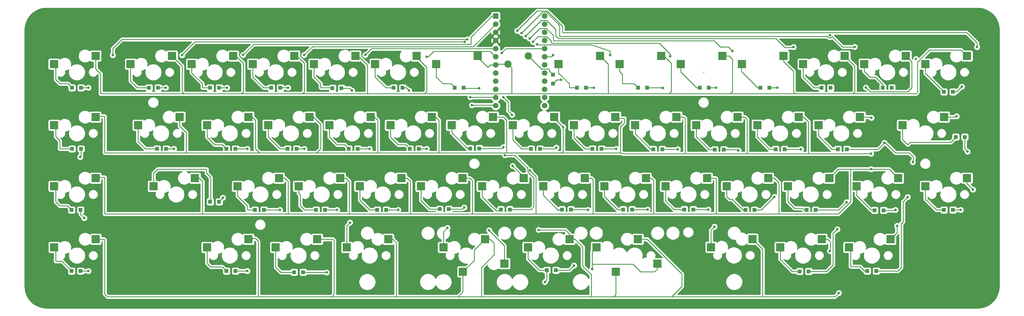
<source format=gbl>
G04 #@! TF.GenerationSoftware,KiCad,Pcbnew,(5.1.10)-1*
G04 #@! TF.CreationDate,2021-12-09T13:09:40+07:00*
G04 #@! TF.ProjectId,CK50,434b3530-2e6b-4696-9361-645f70636258,rev?*
G04 #@! TF.SameCoordinates,Original*
G04 #@! TF.FileFunction,Copper,L2,Bot*
G04 #@! TF.FilePolarity,Positive*
%FSLAX46Y46*%
G04 Gerber Fmt 4.6, Leading zero omitted, Abs format (unit mm)*
G04 Created by KiCad (PCBNEW (5.1.10)-1) date 2021-12-09 13:09:40*
%MOMM*%
%LPD*%
G01*
G04 APERTURE LIST*
G04 #@! TA.AperFunction,SMDPad,CuDef*
%ADD10R,2.550000X2.500000*%
G04 #@! TD*
G04 #@! TA.AperFunction,SMDPad,CuDef*
%ADD11R,1.200000X1.200000*%
G04 #@! TD*
G04 #@! TA.AperFunction,ComponentPad*
%ADD12C,2.286000*%
G04 #@! TD*
G04 #@! TA.AperFunction,ComponentPad*
%ADD13C,1.752600*%
G04 #@! TD*
G04 #@! TA.AperFunction,ComponentPad*
%ADD14R,1.752600X1.752600*%
G04 #@! TD*
G04 #@! TA.AperFunction,ViaPad*
%ADD15C,0.800000*%
G04 #@! TD*
G04 #@! TA.AperFunction,Conductor*
%ADD16C,0.250000*%
G04 #@! TD*
G04 #@! TA.AperFunction,Conductor*
%ADD17C,0.254000*%
G04 #@! TD*
G04 #@! TA.AperFunction,Conductor*
%ADD18C,0.100000*%
G04 #@! TD*
G04 APERTURE END LIST*
D10*
X307213000Y-172974000D03*
X320140000Y-170434000D03*
X354838000Y-172974000D03*
X367765000Y-170434000D03*
X361721400Y-162788600D03*
X348794400Y-165328600D03*
X314096400Y-162788600D03*
X301169400Y-165328600D03*
D11*
X333372000Y-172466000D03*
X336172000Y-172466000D03*
D10*
X340407344Y-162797984D03*
X327480344Y-165337984D03*
X397433800Y-162763200D03*
X384506800Y-165303200D03*
X283972000Y-162788600D03*
X271045000Y-165328600D03*
D11*
X254632000Y-173101000D03*
X257432000Y-173101000D03*
D10*
X261806312Y-162797984D03*
X248879312Y-165337984D03*
D11*
X376171000Y-153543000D03*
X378971000Y-153543000D03*
D10*
X383269808Y-143748000D03*
X370342808Y-146288000D03*
D11*
X357121000Y-153543000D03*
X359921000Y-153543000D03*
X338071000Y-153543000D03*
X340871000Y-153543000D03*
D10*
X364219824Y-143748000D03*
X351292824Y-146288000D03*
X345169840Y-143748000D03*
X332242840Y-146288000D03*
D11*
X366519000Y-134747000D03*
X369319000Y-134747000D03*
X347596000Y-134620000D03*
X350396000Y-134620000D03*
D10*
X373744816Y-124698016D03*
X360817816Y-127238016D03*
X354694832Y-124698016D03*
X341767832Y-127238016D03*
D11*
X328419000Y-134620000D03*
X331219000Y-134620000D03*
D10*
X335644848Y-124698016D03*
X322717848Y-127238016D03*
D11*
X309496000Y-134493000D03*
X312296000Y-134493000D03*
X319021000Y-153543000D03*
X321821000Y-153543000D03*
X299971000Y-153416000D03*
X302771000Y-153416000D03*
D10*
X316594864Y-124698016D03*
X303667864Y-127238016D03*
X326119856Y-143748000D03*
X313192856Y-146288000D03*
X307069872Y-143748000D03*
X294142872Y-146288000D03*
D11*
X395221000Y-153670000D03*
X398021000Y-153670000D03*
X385696000Y-134874000D03*
X388496000Y-134874000D03*
D10*
X402319792Y-143748000D03*
X389392792Y-146288000D03*
X392794800Y-124698016D03*
X379867800Y-127238016D03*
D11*
X404619000Y-134747000D03*
X407419000Y-134747000D03*
D10*
X411844784Y-124698016D03*
X398917784Y-127238016D03*
D11*
X424050000Y-134747000D03*
X426850000Y-134747000D03*
D10*
X430894768Y-124698016D03*
X417967768Y-127238016D03*
X421369776Y-143748000D03*
X408442776Y-146288000D03*
D11*
X414271000Y-153670000D03*
X417071000Y-153670000D03*
D10*
X418988528Y-162797984D03*
X406061528Y-165337984D03*
D11*
X412112000Y-172847000D03*
X414912000Y-172847000D03*
X433194000Y-172720000D03*
X435994000Y-172720000D03*
D10*
X440419760Y-162797984D03*
X427492760Y-165337984D03*
D11*
X381000000Y-115570000D03*
X383800000Y-115570000D03*
D10*
X388032304Y-105648032D03*
X375105304Y-108188032D03*
D11*
X435480000Y-153800000D03*
X438280000Y-153800000D03*
D10*
X442801008Y-143748000D03*
X429874008Y-146288000D03*
D11*
X457070000Y-153670000D03*
X459870000Y-153670000D03*
D10*
X464232240Y-143748000D03*
X451305240Y-146288000D03*
D11*
X460753000Y-130937000D03*
X463553000Y-130937000D03*
D10*
X457088496Y-124698016D03*
X444161496Y-127238016D03*
D11*
X438020000Y-115570000D03*
X440820000Y-115570000D03*
D10*
X464232240Y-105648032D03*
X451305240Y-108188032D03*
X445182256Y-105648032D03*
X432255256Y-108188032D03*
D11*
X457070000Y-116840000D03*
X459870000Y-116840000D03*
X418970000Y-115570000D03*
X421770000Y-115570000D03*
X399920000Y-115570000D03*
X402720000Y-115570000D03*
D10*
X426132272Y-105648032D03*
X413205272Y-108188032D03*
X407082288Y-105648032D03*
X394155288Y-108188032D03*
D11*
X280540000Y-153670000D03*
X283340000Y-153670000D03*
X290700000Y-134620000D03*
X293500000Y-134620000D03*
D10*
X297544880Y-124698016D03*
X284617880Y-127238016D03*
D11*
X261490000Y-153670000D03*
X264290000Y-153670000D03*
D10*
X288019888Y-143748000D03*
X275092888Y-146288000D03*
X268969904Y-143748000D03*
X256042904Y-146288000D03*
D12*
X327580352Y-105648032D03*
X321230352Y-108188032D03*
D11*
X361820000Y-115570000D03*
X364620000Y-115570000D03*
D10*
X368982320Y-105648032D03*
X356055320Y-108188032D03*
D11*
X342770000Y-115570000D03*
X345570000Y-115570000D03*
D10*
X349932336Y-105648032D03*
X337005336Y-108188032D03*
D11*
X335280000Y-111500000D03*
X335280000Y-114300000D03*
X304670000Y-115570000D03*
X307470000Y-115570000D03*
D10*
X311832368Y-105648032D03*
X298905368Y-108188032D03*
X292782384Y-105648032D03*
X279855384Y-108188032D03*
D11*
X266570000Y-115700000D03*
X269370000Y-115700000D03*
X285620000Y-115570000D03*
X288420000Y-115570000D03*
X271650000Y-134620000D03*
X274450000Y-134620000D03*
X252600000Y-134620000D03*
X255400000Y-134620000D03*
D10*
X278494896Y-124698016D03*
X265567896Y-127238016D03*
X259444912Y-124698016D03*
X246517912Y-127238016D03*
X273732400Y-105648032D03*
X260805400Y-108188032D03*
D11*
X247520000Y-115570000D03*
X250320000Y-115570000D03*
D10*
X254682416Y-105648032D03*
X241755416Y-108188032D03*
D11*
X242440000Y-153670000D03*
X245240000Y-153670000D03*
D10*
X249919920Y-143748000D03*
X236992920Y-146288000D03*
D11*
X233550000Y-134620000D03*
X236350000Y-134620000D03*
D10*
X240394928Y-124698016D03*
X227467928Y-127238016D03*
D11*
X228470000Y-115570000D03*
X231270000Y-115570000D03*
D10*
X235632432Y-105648032D03*
X222705432Y-108188032D03*
D11*
X233550000Y-172720000D03*
X236350000Y-172720000D03*
D10*
X240394928Y-162797984D03*
X227467928Y-165337984D03*
D11*
X228470000Y-151130000D03*
X231270000Y-151130000D03*
D10*
X223726192Y-143748000D03*
X210799192Y-146288000D03*
D11*
X211960000Y-134620000D03*
X214760000Y-134620000D03*
D10*
X218963696Y-124698016D03*
X206036696Y-127238016D03*
D11*
X209420000Y-115570000D03*
X212220000Y-115570000D03*
D10*
X216582448Y-105648032D03*
X203655448Y-108188032D03*
D11*
X185290000Y-172720000D03*
X188090000Y-172720000D03*
D10*
X192789816Y-162797984D03*
X179862816Y-165337984D03*
X192769968Y-143748000D03*
X179842968Y-146288000D03*
D11*
X185290000Y-153670000D03*
X188090000Y-153670000D03*
D10*
X192769968Y-124698016D03*
X179842968Y-127238016D03*
D11*
X185420000Y-134620000D03*
X188220000Y-134620000D03*
X185420000Y-115570000D03*
X188220000Y-115570000D03*
D10*
X192770125Y-105648125D03*
X179843125Y-108188125D03*
D13*
X332638400Y-93248480D03*
X317398400Y-121188480D03*
X332638400Y-95788480D03*
X332638400Y-98328480D03*
X332638400Y-100868480D03*
X332638400Y-103408480D03*
X332638400Y-105948480D03*
X332638400Y-108488480D03*
X332638400Y-111028480D03*
X332638400Y-113568480D03*
X332638400Y-116108480D03*
X332638400Y-118648480D03*
X332638400Y-121188480D03*
X317398400Y-118648480D03*
X317398400Y-116108480D03*
X317398400Y-113568480D03*
X317398400Y-111028480D03*
X317398400Y-108488480D03*
X317398400Y-105948480D03*
X317398400Y-103408480D03*
X317398400Y-100868480D03*
X317398400Y-98328480D03*
X317398400Y-95788480D03*
D14*
X317398400Y-93248480D03*
D15*
X421530000Y-99230000D03*
X308500000Y-100500000D03*
X309500000Y-118500000D03*
X198120000Y-105410000D03*
X190500000Y-115570000D03*
X187960000Y-137160000D03*
X189230000Y-156210000D03*
X190500000Y-172720000D03*
X307750000Y-101250000D03*
X310000000Y-121000000D03*
X219710000Y-105410000D03*
X214630000Y-115570000D03*
X217170000Y-134620000D03*
X232410000Y-149860000D03*
X240030000Y-172720000D03*
X238689696Y-105339696D03*
X233680000Y-115570000D03*
X240030000Y-134620000D03*
X250190000Y-153670000D03*
X264731500Y-173164500D03*
X257739688Y-105339688D03*
X252730000Y-115570000D03*
X257810000Y-134620000D03*
X267970000Y-153670000D03*
X276789680Y-105339680D03*
X272651848Y-116441848D03*
X278130000Y-134620000D03*
X287020000Y-153670000D03*
X295910000Y-105904592D03*
X290431864Y-116441864D03*
X295910000Y-134620000D03*
X307594000Y-152908000D03*
X319250000Y-104750000D03*
X312295369Y-115694631D03*
X320250000Y-136615010D03*
X319786000Y-134112000D03*
X335280000Y-105410000D03*
X337724160Y-113125840D03*
X336296000Y-134239000D03*
X346202000Y-153670000D03*
X341820500Y-171005500D03*
X330250000Y-102000000D03*
X353060000Y-105410000D03*
X347980000Y-115570000D03*
X354965000Y-134620000D03*
X364744000Y-153543000D03*
X329000000Y-101250000D03*
X371772344Y-105747656D03*
X369455325Y-115684675D03*
X374142000Y-134747000D03*
X383667000Y-153543000D03*
X328000000Y-100250000D03*
X391160000Y-104140000D03*
X386080000Y-115570000D03*
X393065000Y-135128000D03*
X404241000Y-149606000D03*
X326750000Y-99500000D03*
X410210000Y-102870000D03*
X405130000Y-115570000D03*
X423862144Y-159702856D03*
X426720000Y-151257000D03*
X412496000Y-134747000D03*
X325500000Y-98500000D03*
X438500000Y-132750000D03*
X445770000Y-149656800D03*
X429260000Y-102830448D03*
X447347332Y-138737332D03*
X441960000Y-153670000D03*
X324104000Y-97802700D03*
X467360000Y-102870000D03*
X448310000Y-106609984D03*
X462280000Y-153670000D03*
X464420100Y-135490100D03*
X462607276Y-115242724D03*
X332740000Y-176149000D03*
X347472000Y-172085000D03*
X432750000Y-115500000D03*
X434467000Y-124968000D03*
X434340000Y-136144000D03*
X338391500Y-127825500D03*
X434340000Y-140970000D03*
X461010000Y-124460000D03*
X322707000Y-139954000D03*
X328099840Y-141419160D03*
X322500000Y-124000000D03*
X319750000Y-118500000D03*
X466090000Y-147320000D03*
X424307000Y-179578000D03*
X442468000Y-158623000D03*
X421513000Y-166497000D03*
X330755344Y-159893000D03*
X272034000Y-157607000D03*
X302387000Y-159258000D03*
X315341000Y-160020000D03*
X385572000Y-158877000D03*
D16*
X382270000Y-110648336D02*
X382190304Y-110728032D01*
X317249920Y-118500000D02*
X317398400Y-118648480D01*
X309500000Y-118500000D02*
X317249920Y-118500000D01*
X200964584Y-100500000D02*
X308500000Y-100500000D01*
X198120000Y-103344584D02*
X200964584Y-100500000D01*
X198120000Y-105410000D02*
X198120000Y-103344584D01*
X188220000Y-115570000D02*
X190500000Y-115570000D01*
X188090000Y-172720000D02*
X190500000Y-172720000D01*
X188220000Y-136900000D02*
X187960000Y-137160000D01*
X188220000Y-134620000D02*
X188220000Y-136900000D01*
X188090000Y-155070000D02*
X189230000Y-156210000D01*
X188090000Y-153670000D02*
X188090000Y-155070000D01*
X317438520Y-121000000D02*
X317627000Y-121188480D01*
X310000000Y-121000000D02*
X317438520Y-121000000D01*
X223729408Y-101250000D02*
X307750000Y-101250000D01*
X219710000Y-105269408D02*
X223729408Y-101250000D01*
X219710000Y-105410000D02*
X219710000Y-105269408D01*
X236350000Y-172720000D02*
X240030000Y-172720000D01*
X231270000Y-151000000D02*
X232410000Y-149860000D01*
X231270000Y-151130000D02*
X231270000Y-151000000D01*
X212220000Y-115570000D02*
X214630000Y-115570000D01*
X214760000Y-134620000D02*
X217170000Y-134620000D01*
X242029392Y-102000000D02*
X309750000Y-102000000D01*
X316272100Y-93248480D02*
X317398400Y-93248480D01*
X309750000Y-99770580D02*
X316272100Y-93248480D01*
X309750000Y-102000000D02*
X309750000Y-99770580D01*
X238689696Y-105339696D02*
X242029392Y-102000000D01*
X236350000Y-134620000D02*
X240030000Y-134620000D01*
X231270000Y-115570000D02*
X233680000Y-115570000D01*
X245240000Y-153670000D02*
X250190000Y-153670000D01*
X264668000Y-173101000D02*
X264731500Y-173164500D01*
X257432000Y-173101000D02*
X264668000Y-173101000D01*
X310436880Y-102750000D02*
X317398400Y-95788480D01*
X260329376Y-102750000D02*
X310436880Y-102750000D01*
X257739688Y-105339688D02*
X260329376Y-102750000D01*
X250320000Y-115570000D02*
X252730000Y-115570000D01*
X255400000Y-134620000D02*
X257810000Y-134620000D01*
X264290000Y-153670000D02*
X267970000Y-153670000D01*
X278720880Y-103408480D02*
X317398400Y-103408480D01*
X276789680Y-105339680D02*
X278720880Y-103408480D01*
X271910000Y-115700000D02*
X272651848Y-116441848D01*
X269370000Y-115700000D02*
X271910000Y-115700000D01*
X274450000Y-134620000D02*
X278130000Y-134620000D01*
X283340000Y-153670000D02*
X287020000Y-153670000D01*
X316522101Y-105072181D02*
X317398400Y-105948480D01*
X315629951Y-104180031D02*
X316522101Y-105072181D01*
X298130683Y-104180031D02*
X315629951Y-104180031D01*
X296406122Y-105904592D02*
X298130683Y-104180031D01*
X295910000Y-105904592D02*
X296406122Y-105904592D01*
X289560000Y-115570000D02*
X290431864Y-116441864D01*
X288420000Y-115570000D02*
X289560000Y-115570000D01*
X293500000Y-134620000D02*
X295910000Y-134620000D01*
X307086000Y-153416000D02*
X307594000Y-152908000D01*
X302771000Y-153416000D02*
X307086000Y-153416000D01*
X320591520Y-103408480D02*
X332638400Y-103408480D01*
X319250000Y-104750000D02*
X320591520Y-103408480D01*
X309885369Y-115694631D02*
X309880000Y-115700000D01*
X312290000Y-115700000D02*
X312295369Y-115694631D01*
X309880000Y-115700000D02*
X312290000Y-115700000D01*
X307600000Y-115700000D02*
X307470000Y-115570000D01*
X309880000Y-115700000D02*
X307600000Y-115700000D01*
X319405000Y-134493000D02*
X319786000Y-134112000D01*
X312296000Y-134493000D02*
X319405000Y-134493000D01*
X320815685Y-136615010D02*
X320250000Y-136615010D01*
X327374839Y-140624161D02*
X323365688Y-136615010D01*
X327374839Y-141767161D02*
X327374839Y-140624161D01*
X329311000Y-143703322D02*
X327374839Y-141767161D01*
X329311000Y-152654000D02*
X329311000Y-143703322D01*
X328422000Y-153543000D02*
X329311000Y-152654000D01*
X323365688Y-136615010D02*
X320815685Y-136615010D01*
X321821000Y-153543000D02*
X328422000Y-153543000D01*
X334754936Y-105935064D02*
X335280000Y-105410000D01*
X332651816Y-105935064D02*
X334754936Y-105935064D01*
X332638400Y-105948480D02*
X332651816Y-105935064D01*
X336454160Y-113125840D02*
X335280000Y-114300000D01*
X337724160Y-113125840D02*
X336454160Y-113125840D01*
X335915000Y-134620000D02*
X336296000Y-134239000D01*
X331219000Y-134620000D02*
X335915000Y-134620000D01*
X346075000Y-153543000D02*
X346202000Y-153670000D01*
X340871000Y-153543000D02*
X346075000Y-153543000D01*
X340360000Y-172466000D02*
X341820500Y-171005500D01*
X336172000Y-172466000D02*
X340360000Y-172466000D01*
X330457179Y-102207179D02*
X330250000Y-102000000D01*
X347324947Y-102207179D02*
X330457179Y-102207179D01*
X353060000Y-104140000D02*
X347324947Y-102207179D01*
X353060000Y-104140000D02*
X353060000Y-105410000D01*
X345570000Y-115570000D02*
X347980000Y-115570000D01*
X350396000Y-134620000D02*
X354965000Y-134620000D01*
X359921000Y-153543000D02*
X364744000Y-153543000D01*
X330582821Y-99667179D02*
X329000000Y-101250000D01*
X371772344Y-105070878D02*
X368364966Y-101663500D01*
X368364966Y-101663500D02*
X334759300Y-101663500D01*
X333334479Y-99667179D02*
X330582821Y-99667179D01*
X334759300Y-101092000D02*
X333334479Y-99667179D01*
X334759300Y-101663500D02*
X334759300Y-101092000D01*
X371772344Y-105747656D02*
X371772344Y-105070878D01*
X369340650Y-115570000D02*
X369455325Y-115684675D01*
X364620000Y-115570000D02*
X369340650Y-115570000D01*
X369319000Y-134747000D02*
X374142000Y-134747000D01*
X378971000Y-153543000D02*
X383667000Y-153543000D01*
X333215025Y-97127179D02*
X331122821Y-97127179D01*
X335407000Y-99319154D02*
X333215025Y-97127179D01*
X331122821Y-97127179D02*
X328000000Y-100250000D01*
X335407000Y-100914200D02*
X335407000Y-99319154D01*
X385473336Y-100914200D02*
X335407000Y-100914200D01*
X387429136Y-102870000D02*
X385473336Y-100914200D01*
X389890000Y-102870000D02*
X387429136Y-102870000D01*
X389890000Y-102870000D02*
X391160000Y-104140000D01*
X375105304Y-110655304D02*
X375105304Y-108188032D01*
X380020000Y-115570000D02*
X375105304Y-110655304D01*
X383800000Y-115570000D02*
X386080000Y-115570000D01*
X380020000Y-115570000D02*
X381000000Y-115570000D01*
X392811000Y-134874000D02*
X393065000Y-135128000D01*
X388496000Y-134874000D02*
X392811000Y-134874000D01*
X400177000Y-153670000D02*
X404241000Y-149606000D01*
X398021000Y-153670000D02*
X400177000Y-153670000D01*
X407491417Y-103048583D02*
X410031417Y-103048583D01*
X404709334Y-100266500D02*
X407491417Y-103048583D01*
X336990756Y-100266500D02*
X404709334Y-100266500D01*
X410031417Y-103048583D02*
X410210000Y-102870000D01*
X336092800Y-97464954D02*
X336092800Y-99368544D01*
X333215025Y-94587179D02*
X336092800Y-97464954D01*
X331662821Y-94587179D02*
X333215025Y-94587179D01*
X336092800Y-99368544D02*
X336990756Y-100266500D01*
X326750000Y-99500000D02*
X331662821Y-94587179D01*
X405130000Y-115570000D02*
X402720000Y-115570000D01*
X422529000Y-161036000D02*
X423862144Y-159702856D01*
X414912000Y-172847000D02*
X420497000Y-172847000D01*
X422529000Y-170815000D02*
X422529000Y-165862000D01*
X420497000Y-172847000D02*
X422529000Y-170815000D01*
X422529000Y-165862000D02*
X422529000Y-161036000D01*
X422529000Y-166116000D02*
X422529000Y-165862000D01*
X424307000Y-153670000D02*
X426720000Y-151257000D01*
X417071000Y-153670000D02*
X424307000Y-153670000D01*
X412496000Y-134747000D02*
X407419000Y-134747000D01*
X333215025Y-92047179D02*
X331952821Y-92047179D01*
X337350100Y-96182254D02*
X333215025Y-92047179D01*
X331952821Y-92047179D02*
X325500000Y-98500000D01*
X420804999Y-99542600D02*
X337350100Y-99542600D01*
X420804999Y-99578001D02*
X420804999Y-99542600D01*
X421181999Y-99955001D02*
X420804999Y-99578001D01*
X337350100Y-99542600D02*
X337350100Y-96182254D01*
X421878001Y-99955001D02*
X421181999Y-99955001D01*
X422246053Y-99586949D02*
X421878001Y-99955001D01*
X425489552Y-102830448D02*
X422246053Y-99586949D01*
X428624640Y-102830448D02*
X425489552Y-102830448D01*
X428624640Y-102830448D02*
X429260000Y-102830448D01*
X438820000Y-132750000D02*
X438500000Y-132750000D01*
X441960000Y-135890000D02*
X438820000Y-132750000D01*
X446285954Y-135890000D02*
X441960000Y-135890000D01*
X447674624Y-137278670D02*
X446285954Y-135890000D01*
X447347332Y-138737332D02*
X447674624Y-137278670D01*
X441830000Y-153800000D02*
X441960000Y-153670000D01*
X438280000Y-153800000D02*
X441830000Y-153800000D01*
X444322200Y-151104600D02*
X444322200Y-157399080D01*
X445770000Y-149656800D02*
X444322200Y-151104600D01*
X442722000Y-172720000D02*
X435994000Y-172720000D01*
X443738000Y-171704000D02*
X442722000Y-172720000D01*
X443738000Y-157861000D02*
X443738000Y-171704000D01*
X443860280Y-157861000D02*
X444322200Y-157399080D01*
X443738000Y-157861000D02*
X443860280Y-157861000D01*
X436503000Y-134747000D02*
X438500000Y-132750000D01*
X426850000Y-134747000D02*
X436503000Y-134747000D01*
X330309531Y-91597169D02*
X324104000Y-97802700D01*
X333401425Y-91597169D02*
X330309531Y-91597169D01*
X338213700Y-96409444D02*
X333401425Y-91597169D01*
X338213700Y-98361500D02*
X338213700Y-96409444D01*
X464121500Y-98361500D02*
X338213700Y-98361500D01*
X467360000Y-101600000D02*
X464121500Y-98361500D01*
X467360000Y-102870000D02*
X467360000Y-101600000D01*
X459870000Y-116840000D02*
X459870000Y-116710000D01*
X459870000Y-153670000D02*
X462280000Y-153670000D01*
X461010000Y-116840000D02*
X462607276Y-115242724D01*
X459870000Y-116840000D02*
X461010000Y-116840000D01*
X463553000Y-134623000D02*
X464420100Y-135490100D01*
X463553000Y-130937000D02*
X463553000Y-134623000D01*
X256042904Y-148599002D02*
X256540000Y-149096098D01*
X256042904Y-146288000D02*
X256042904Y-148599002D01*
X256540000Y-149096098D02*
X256540000Y-152400000D01*
X257810000Y-153670000D02*
X261490000Y-153670000D01*
X256540000Y-152400000D02*
X257810000Y-153670000D01*
X318640000Y-153924000D02*
X319021000Y-153543000D01*
X317500000Y-153924000D02*
X318640000Y-153924000D01*
X313192856Y-149616856D02*
X317500000Y-153924000D01*
X313192856Y-146288000D02*
X313192856Y-149616856D01*
X351292824Y-146288000D02*
X351292824Y-149489824D01*
X355346000Y-153543000D02*
X357121000Y-153543000D01*
X351292824Y-149489824D02*
X355346000Y-153543000D01*
X389392792Y-149489792D02*
X389392792Y-146288000D01*
X390271000Y-150368000D02*
X389392792Y-149489792D01*
X391069000Y-150368000D02*
X390271000Y-150368000D01*
X394371000Y-153670000D02*
X391069000Y-150368000D01*
X395221000Y-153670000D02*
X394371000Y-153670000D01*
X232280000Y-171450000D02*
X233550000Y-172720000D01*
X228600000Y-171450000D02*
X232280000Y-171450000D01*
X227467928Y-170317928D02*
X228600000Y-171450000D01*
X227467928Y-165337984D02*
X227467928Y-170317928D01*
X248879312Y-171536312D02*
X248879312Y-165337984D01*
X250444000Y-173101000D02*
X248879312Y-171536312D01*
X250444000Y-173101000D02*
X254632000Y-173101000D01*
X327480344Y-165337984D02*
X327480344Y-168984344D01*
X330962000Y-172466000D02*
X333372000Y-172466000D01*
X327480344Y-168984344D02*
X330962000Y-172466000D01*
X333372000Y-175517000D02*
X332740000Y-176149000D01*
X333372000Y-172466000D02*
X333372000Y-175517000D01*
X347472000Y-166651000D02*
X348794400Y-165328600D01*
X360172000Y-170561000D02*
X347472000Y-170561000D01*
X366903000Y-172974000D02*
X362585000Y-172974000D01*
X367765000Y-172112000D02*
X366903000Y-172974000D01*
X367765000Y-170434000D02*
X367765000Y-172112000D01*
X347472000Y-170561000D02*
X347472000Y-166651000D01*
X362585000Y-172974000D02*
X360172000Y-170561000D01*
X347472000Y-172085000D02*
X347472000Y-170561000D01*
X406061528Y-165337984D02*
X406061528Y-169079528D01*
X409829000Y-172847000D02*
X412112000Y-172847000D01*
X406061528Y-169079528D02*
X409829000Y-172847000D01*
X432344000Y-172720000D02*
X430947000Y-171323000D01*
X433194000Y-172720000D02*
X432344000Y-172720000D01*
X430947000Y-171323000D02*
X427990000Y-171323000D01*
X427990000Y-165835224D02*
X427492760Y-165337984D01*
X427990000Y-171323000D02*
X427990000Y-165835224D01*
X451305240Y-146288000D02*
X451305240Y-150315240D01*
X454660000Y-153670000D02*
X457070000Y-153670000D01*
X451305240Y-150315240D02*
X454660000Y-153670000D01*
X182272816Y-169702816D02*
X185290000Y-172720000D01*
X180340000Y-169702816D02*
X182272816Y-169702816D01*
X180340000Y-165815168D02*
X180340000Y-169702816D01*
X179862816Y-165337984D02*
X180340000Y-165815168D01*
X194310000Y-117447179D02*
X212094795Y-117447179D01*
X226000000Y-117447179D02*
X226750000Y-117447179D01*
X245250000Y-117447179D02*
X246000000Y-117447179D01*
X226750000Y-117447179D02*
X227000000Y-117447179D01*
X322373351Y-117323828D02*
X322250000Y-117447179D01*
X322373351Y-109331031D02*
X322373351Y-117323828D01*
X321230352Y-108188032D02*
X322373351Y-109331031D01*
X303000000Y-117447179D02*
X322250000Y-117447179D01*
X317698848Y-108188032D02*
X317398400Y-108488480D01*
X321230352Y-108188032D02*
X317698848Y-108188032D01*
X322250000Y-117447179D02*
X341000000Y-117447179D01*
X194310000Y-111253998D02*
X194310000Y-117447179D01*
X192770125Y-109714123D02*
X194310000Y-111253998D01*
X192770125Y-105648125D02*
X192770125Y-109714123D01*
X216582448Y-105648032D02*
X219710000Y-108775584D01*
X219710000Y-108775584D02*
X219710000Y-116840000D01*
X219710000Y-116840000D02*
X220317179Y-117447179D01*
X220317179Y-117447179D02*
X226000000Y-117447179D01*
X208000000Y-117447179D02*
X220317179Y-117447179D01*
X235632432Y-105648032D02*
X236458032Y-105648032D01*
X236458032Y-105648032D02*
X238760000Y-107950000D01*
X238760000Y-107950000D02*
X238760000Y-116840000D01*
X238760000Y-116840000D02*
X238152821Y-117447179D01*
X238152821Y-117447179D02*
X245250000Y-117447179D01*
X227000000Y-117447179D02*
X238152821Y-117447179D01*
X254682416Y-105648032D02*
X255508032Y-105648032D01*
X255508032Y-105648032D02*
X257810000Y-107950000D01*
X257810000Y-107950000D02*
X257810000Y-116840000D01*
X257810000Y-116840000D02*
X257202821Y-117447179D01*
X257202821Y-117447179D02*
X265250000Y-117447179D01*
X246000000Y-117447179D02*
X257202821Y-117447179D01*
X277467179Y-117447179D02*
X284500000Y-117447179D01*
X265250000Y-117447179D02*
X277467179Y-117447179D01*
X277467179Y-108557179D02*
X277467179Y-117447179D01*
X274974681Y-106064681D02*
X277467179Y-108557179D01*
X274149049Y-106064681D02*
X274974681Y-106064681D01*
X273732400Y-105648032D02*
X274149049Y-106064681D01*
X292782384Y-105648032D02*
X292782384Y-106092384D01*
X292782384Y-106092384D02*
X295910000Y-109220000D01*
X295910000Y-116784358D02*
X295247179Y-117447179D01*
X295910000Y-109220000D02*
X295910000Y-116784358D01*
X295247179Y-117447179D02*
X303000000Y-117447179D01*
X284500000Y-117447179D02*
X295247179Y-117447179D01*
X311832368Y-105648032D02*
X311832368Y-106092368D01*
X311832368Y-106092368D02*
X314960000Y-109220000D01*
X315691520Y-108488480D02*
X317398400Y-108488480D01*
X314960000Y-109220000D02*
X315691520Y-108488480D01*
X352452821Y-108168517D02*
X352452821Y-117447179D01*
X349932336Y-105648032D02*
X352452821Y-108168517D01*
X352452821Y-117447179D02*
X360250000Y-117447179D01*
X341000000Y-117447179D02*
X352452821Y-117447179D01*
X368982320Y-105648032D02*
X369808032Y-105648032D01*
X369808032Y-105648032D02*
X372110000Y-107950000D01*
X372110000Y-116784358D02*
X371447179Y-117447179D01*
X372110000Y-107950000D02*
X372110000Y-116784358D01*
X371447179Y-117447179D02*
X379750000Y-117447179D01*
X360250000Y-117447179D02*
X371447179Y-117447179D01*
X388032304Y-105648032D02*
X390128032Y-105648032D01*
X390128032Y-105648032D02*
X391160000Y-106680000D01*
X391160000Y-116784358D02*
X390497179Y-117447179D01*
X391160000Y-106680000D02*
X391160000Y-116784358D01*
X390497179Y-117447179D02*
X398500000Y-117447179D01*
X379750000Y-117447179D02*
X390497179Y-117447179D01*
X407082288Y-105648032D02*
X407082288Y-107362288D01*
X407082288Y-107362288D02*
X410210000Y-110490000D01*
X410210000Y-110490000D02*
X410210000Y-116840000D01*
X410210000Y-116840000D02*
X410817179Y-117447179D01*
X410817179Y-117447179D02*
X417750000Y-117447179D01*
X398500000Y-117447179D02*
X410817179Y-117447179D01*
X427382821Y-117447179D02*
X448404095Y-117447179D01*
X417750000Y-117447179D02*
X427382821Y-117447179D01*
X428652821Y-117447179D02*
X427382821Y-117447179D01*
X429260000Y-116840000D02*
X428652821Y-117447179D01*
X429260000Y-108775760D02*
X429260000Y-116840000D01*
X426132272Y-105648032D02*
X429260000Y-108775760D01*
X448799625Y-117051649D02*
X448404095Y-117447179D01*
X448799625Y-107583645D02*
X448799625Y-117051649D01*
X452560239Y-103823031D02*
X448799625Y-107583645D01*
X462407239Y-103823031D02*
X452560239Y-103823031D01*
X464232240Y-105648032D02*
X462407239Y-103823031D01*
X195580000Y-135890000D02*
X216722022Y-135890000D01*
X195580000Y-124460000D02*
X195580000Y-135890000D01*
X193007984Y-124460000D02*
X195580000Y-124460000D01*
X192769968Y-124698016D02*
X193007984Y-124460000D01*
X218963696Y-124698016D02*
X218963696Y-127523696D01*
X218963696Y-127523696D02*
X220980000Y-129540000D01*
X220980000Y-129540000D02*
X220980000Y-132080000D01*
X220980000Y-132080000D02*
X220980000Y-135890000D01*
X220980000Y-135890000D02*
X230584889Y-135890000D01*
X212165111Y-135890000D02*
X220980000Y-135890000D01*
X240394928Y-124698016D02*
X241538016Y-124698016D01*
X241538016Y-124698016D02*
X242570000Y-125730000D01*
X242570000Y-125730000D02*
X242570000Y-134620000D01*
X242570000Y-134620000D02*
X243840000Y-135890000D01*
X229870000Y-135890000D02*
X261620000Y-135890000D01*
X262890000Y-134620000D02*
X261620000Y-135890000D01*
X262890000Y-127000000D02*
X262890000Y-134620000D01*
X260588016Y-124698016D02*
X262890000Y-127000000D01*
X259444912Y-124698016D02*
X260588016Y-124698016D01*
X280670000Y-127000000D02*
X280670000Y-135890000D01*
X280670000Y-125730000D02*
X280670000Y-127000000D01*
X279638016Y-124698016D02*
X280670000Y-125730000D01*
X278494896Y-124698016D02*
X279638016Y-124698016D01*
X297544880Y-124698016D02*
X298688016Y-124698016D01*
X298688016Y-124698016D02*
X299720000Y-125730000D01*
X299720000Y-125730000D02*
X299720000Y-135890000D01*
X299720000Y-135890000D02*
X300990000Y-135890000D01*
X445182256Y-105648032D02*
X447040000Y-107505776D01*
X447040000Y-107505776D02*
X447040000Y-115570000D01*
X447040000Y-115570000D02*
X445770000Y-116840000D01*
X434090000Y-116840000D02*
X432750000Y-115500000D01*
X445770000Y-116840000D02*
X434090000Y-116840000D01*
X434197016Y-124698016D02*
X434467000Y-124968000D01*
X430894768Y-124698016D02*
X434197016Y-124698016D01*
X434340000Y-136144000D02*
X434340000Y-136144000D01*
X420624000Y-136144000D02*
X434340000Y-136144000D01*
X414909000Y-136144000D02*
X420624000Y-136144000D01*
X413369016Y-124698016D02*
X411844784Y-124698016D01*
X414909000Y-126238000D02*
X413369016Y-124698016D01*
X414909000Y-136144000D02*
X414909000Y-126238000D01*
X401701000Y-136144000D02*
X414909000Y-136144000D01*
X395732000Y-136144000D02*
X395732000Y-125349000D01*
X395732000Y-136144000D02*
X401701000Y-136144000D01*
X395081016Y-124698016D02*
X392794800Y-124698016D01*
X395732000Y-125349000D02*
X395081016Y-124698016D01*
X261620000Y-135890000D02*
X320802000Y-135890000D01*
X319770016Y-124698016D02*
X316594864Y-124698016D01*
X320802000Y-125730000D02*
X319770016Y-124698016D01*
X320802000Y-135890000D02*
X320802000Y-125730000D01*
X338391500Y-135445500D02*
X337947000Y-135890000D01*
X338391500Y-127825500D02*
X338391500Y-135445500D01*
X337947000Y-135890000D02*
X351155000Y-135890000D01*
X320802000Y-135890000D02*
X337947000Y-135890000D01*
X335644848Y-125078848D02*
X335644848Y-124698016D01*
X338391500Y-127825500D02*
X335644848Y-125078848D01*
X356108000Y-135890000D02*
X351155000Y-135890000D01*
X356271285Y-135926285D02*
X356271285Y-127852715D01*
X357251000Y-136144000D02*
X356271285Y-135926285D01*
X356271285Y-135926285D02*
X356108000Y-135890000D01*
X356271285Y-127852715D02*
X357505000Y-126619000D01*
X357505000Y-126619000D02*
X357505000Y-125095000D01*
X355091816Y-125095000D02*
X354694832Y-124698016D01*
X357505000Y-125095000D02*
X355091816Y-125095000D01*
X373744816Y-124698016D02*
X376031016Y-124698016D01*
X376428000Y-125095000D02*
X376428000Y-136144000D01*
X376031016Y-124698016D02*
X376428000Y-125095000D01*
X376428000Y-136144000D02*
X357251000Y-136144000D01*
X395732000Y-136144000D02*
X376428000Y-136144000D01*
X225028000Y-143748000D02*
X226060000Y-144780000D01*
X223726192Y-143748000D02*
X225028000Y-143748000D01*
X224790000Y-154940000D02*
X240650000Y-154940000D01*
X226060000Y-144780000D02*
X226060000Y-153330000D01*
X226060000Y-153330000D02*
X226060000Y-154940000D01*
X195580000Y-154940000D02*
X224790000Y-154940000D01*
X195580000Y-143510000D02*
X195580000Y-154940000D01*
X193007968Y-143510000D02*
X195580000Y-143510000D01*
X192769968Y-143748000D02*
X193007968Y-143510000D01*
X249919920Y-143748000D02*
X251698000Y-143748000D01*
X251698000Y-143748000D02*
X252730000Y-144780000D01*
X252730000Y-144780000D02*
X252730000Y-154940000D01*
X268969904Y-143748000D02*
X270748000Y-143748000D01*
X271780000Y-144780000D02*
X271780000Y-154940000D01*
X270748000Y-143748000D02*
X271780000Y-144780000D01*
X240030000Y-154940000D02*
X271780000Y-154940000D01*
X288019888Y-143748000D02*
X289798000Y-143748000D01*
X289798000Y-143748000D02*
X290830000Y-144780000D01*
X290830000Y-144780000D02*
X290830000Y-154940000D01*
X427990000Y-151130000D02*
X427990000Y-140970000D01*
X425620000Y-153500000D02*
X427990000Y-151130000D01*
X440023008Y-140970000D02*
X442801008Y-143748000D01*
X433266998Y-140970000D02*
X434340000Y-140970000D01*
X434340000Y-140970000D02*
X440023008Y-140970000D01*
X433266998Y-140970000D02*
X430530000Y-140970000D01*
X430530000Y-140970000D02*
X431015064Y-140970000D01*
X427990000Y-140970000D02*
X430530000Y-140970000D01*
X460771984Y-124698016D02*
X461010000Y-124460000D01*
X457088496Y-124698016D02*
X460771984Y-124698016D01*
X424180000Y-154940000D02*
X425620000Y-153500000D01*
X424147776Y-140970000D02*
X421369776Y-143748000D01*
X427990000Y-140970000D02*
X424147776Y-140970000D01*
X405638000Y-154940000D02*
X405638000Y-145161000D01*
X405638000Y-154940000D02*
X424180000Y-154940000D01*
X404225000Y-143748000D02*
X402319792Y-143748000D01*
X405638000Y-145161000D02*
X404225000Y-143748000D01*
X307069872Y-143748000D02*
X309356000Y-143748000D01*
X310134000Y-144526000D02*
X310134000Y-154940000D01*
X309356000Y-143748000D02*
X310134000Y-144526000D01*
X271780000Y-154940000D02*
X310134000Y-154940000D01*
X310134000Y-154940000D02*
X329946000Y-154940000D01*
X326025000Y-143748000D02*
X326119856Y-143748000D01*
X326119856Y-143366856D02*
X322707000Y-139954000D01*
X326119856Y-143748000D02*
X326119856Y-143366856D01*
X329946000Y-154940000D02*
X329946000Y-143265320D01*
X329946000Y-143265320D02*
X328099840Y-141419160D01*
X347726000Y-144272000D02*
X347726000Y-154940000D01*
X347202000Y-143748000D02*
X347726000Y-144272000D01*
X345169840Y-143748000D02*
X347202000Y-143748000D01*
X329946000Y-154940000D02*
X347726000Y-154940000D01*
X366649000Y-144526000D02*
X366649000Y-154940000D01*
X365871000Y-143748000D02*
X366649000Y-144526000D01*
X364219824Y-143748000D02*
X365871000Y-143748000D01*
X347726000Y-154940000D02*
X366649000Y-154940000D01*
X383269808Y-143748000D02*
X385937000Y-143748000D01*
X386080000Y-143891000D02*
X386080000Y-154940000D01*
X385937000Y-143748000D02*
X386080000Y-143891000D01*
X386080000Y-154940000D02*
X405638000Y-154940000D01*
X366649000Y-154940000D02*
X386080000Y-154940000D01*
X321277099Y-120027099D02*
X319750000Y-118500000D01*
X322500000Y-124000000D02*
X321277099Y-122777099D01*
X321277099Y-122777099D02*
X321277099Y-120027099D01*
X192789816Y-162797984D02*
X195342016Y-162797984D01*
X195342016Y-162797984D02*
X195580000Y-163035968D01*
X195580000Y-179890000D02*
X196440000Y-180750000D01*
X195580000Y-163035968D02*
X195580000Y-179890000D01*
X196440000Y-180750000D02*
X232250000Y-180750000D01*
X196387858Y-180750000D02*
X196440000Y-180750000D01*
X243430000Y-180750000D02*
X253500000Y-180750000D01*
X232250000Y-180750000D02*
X243430000Y-180750000D01*
X243430000Y-163420000D02*
X243430000Y-180750000D01*
X242570000Y-162560000D02*
X243430000Y-163420000D01*
X241775968Y-162560000D02*
X242570000Y-162560000D01*
X241537984Y-162797984D02*
X241775968Y-162560000D01*
X240394928Y-162797984D02*
X241537984Y-162797984D01*
X464232240Y-145462240D02*
X464646119Y-145876119D01*
X464232240Y-143748000D02*
X464232240Y-145462240D01*
X464646119Y-145876119D02*
X466090000Y-147320000D01*
X423135000Y-180750000D02*
X424307000Y-179578000D01*
X418240000Y-180750000D02*
X423135000Y-180750000D01*
X410500000Y-180750000D02*
X418240000Y-180750000D01*
X418240000Y-180750000D02*
X418438746Y-180750000D01*
X442468000Y-160749744D02*
X440419760Y-162797984D01*
X442468000Y-158623000D02*
X442468000Y-160749744D01*
X418988528Y-162797984D02*
X420861984Y-162797984D01*
X420861984Y-162797984D02*
X421640000Y-163576000D01*
X421640000Y-166370000D02*
X421513000Y-166497000D01*
X421640000Y-163576000D02*
X421640000Y-166370000D01*
X261806312Y-162797984D02*
X266683984Y-162797984D01*
X266683984Y-162797984D02*
X267081000Y-163195000D01*
X267081000Y-180017000D02*
X266348000Y-180750000D01*
X267081000Y-163195000D02*
X267081000Y-180017000D01*
X266348000Y-180750000D02*
X269519400Y-180750000D01*
X253500000Y-180750000D02*
X266348000Y-180750000D01*
X283972000Y-162788600D02*
X285343600Y-162788600D01*
X286414000Y-163859000D02*
X286414000Y-180750000D01*
X285343600Y-162788600D02*
X286414000Y-163859000D01*
X286414000Y-180750000D02*
X303987200Y-180750000D01*
X269519400Y-180750000D02*
X286414000Y-180750000D01*
X400587000Y-165916400D02*
X400587000Y-180750000D01*
X400587000Y-180750000D02*
X410500000Y-180750000D01*
X397433800Y-162763200D02*
X400587000Y-165916400D01*
X387400800Y-180750000D02*
X400587000Y-180750000D01*
X347189000Y-180750000D02*
X350164400Y-180750000D01*
X331750000Y-180750000D02*
X347189000Y-180750000D01*
X340407344Y-162797984D02*
X340407344Y-161210344D01*
X339090000Y-159893000D02*
X330755344Y-159893000D01*
X340407344Y-161210344D02*
X339090000Y-159893000D01*
X316738000Y-180721000D02*
X316709000Y-180750000D01*
X316709000Y-180750000D02*
X331750000Y-180750000D01*
X372208000Y-180750000D02*
X387400800Y-180750000D01*
X344551000Y-171196000D02*
X347189000Y-173834000D01*
X342121984Y-162797984D02*
X344551000Y-165227000D01*
X344551000Y-165227000D02*
X344551000Y-171196000D01*
X340407344Y-162797984D02*
X342121984Y-162797984D01*
X375412000Y-177546000D02*
X372208000Y-180750000D01*
X375412000Y-173609000D02*
X375412000Y-177546000D01*
X364591600Y-162788600D02*
X375412000Y-173609000D01*
X361721400Y-162788600D02*
X364591600Y-162788600D01*
X347189000Y-173834000D02*
X347189000Y-180750000D01*
X354838000Y-180086000D02*
X354174000Y-180750000D01*
X354838000Y-172974000D02*
X354838000Y-180086000D01*
X354174000Y-180750000D02*
X372208000Y-180750000D01*
X350164400Y-180750000D02*
X354174000Y-180750000D01*
X307213000Y-179255000D02*
X305718000Y-180750000D01*
X307213000Y-172974000D02*
X307213000Y-179255000D01*
X303987200Y-180750000D02*
X305718000Y-180750000D01*
X313026000Y-171571998D02*
X313026000Y-180750000D01*
X316934999Y-167662999D02*
X313026000Y-171571998D01*
X316934999Y-164102199D02*
X316934999Y-167662999D01*
X315621400Y-162788600D02*
X316934999Y-164102199D01*
X314096400Y-162788600D02*
X315621400Y-162788600D01*
X313026000Y-180750000D02*
X316709000Y-180750000D01*
X305718000Y-180750000D02*
X313026000Y-180750000D01*
X310736099Y-169450901D02*
X307213000Y-172974000D01*
X310736099Y-166148901D02*
X310736099Y-169450901D01*
X314096400Y-162788600D02*
X310736099Y-166148901D01*
X361721400Y-162585400D02*
X361721400Y-162788600D01*
X271045000Y-158596000D02*
X272034000Y-157607000D01*
X271045000Y-165328600D02*
X271045000Y-158596000D01*
X301169400Y-160475600D02*
X302387000Y-159258000D01*
X301169400Y-165328600D02*
X301169400Y-160475600D01*
X320140000Y-170434000D02*
X320140000Y-164819000D01*
X320140000Y-164819000D02*
X315341000Y-160020000D01*
X315341000Y-160020000D02*
X315341000Y-160020000D01*
X384506800Y-159942200D02*
X385572000Y-158877000D01*
X384506800Y-165303200D02*
X384506800Y-159942200D01*
X184150000Y-114300000D02*
X185420000Y-115570000D01*
X181610000Y-114300000D02*
X184150000Y-114300000D01*
X180340000Y-113030000D02*
X181610000Y-114300000D01*
X180340000Y-108685000D02*
X180340000Y-113030000D01*
X179843125Y-108188125D02*
X180340000Y-108685000D01*
X203655448Y-108188032D02*
X203655448Y-113485448D01*
X203655448Y-113485448D02*
X205740000Y-115570000D01*
X205740000Y-115570000D02*
X209420000Y-115570000D01*
X226060000Y-115570000D02*
X228470000Y-115570000D01*
X226060000Y-114300000D02*
X226060000Y-115570000D01*
X222705432Y-110945432D02*
X226060000Y-114300000D01*
X222705432Y-108188032D02*
X222705432Y-110945432D01*
X245110000Y-115570000D02*
X247520000Y-115570000D01*
X241755416Y-112215416D02*
X245110000Y-115570000D01*
X241755416Y-108188032D02*
X241755416Y-112215416D01*
X260805400Y-108188032D02*
X260805400Y-112215400D01*
X260805400Y-112215400D02*
X262890000Y-114300000D01*
X262890000Y-114300000D02*
X262890000Y-115570000D01*
X266440000Y-115570000D02*
X266570000Y-115700000D01*
X262890000Y-115570000D02*
X266440000Y-115570000D01*
X279855384Y-108188032D02*
X279855384Y-112215384D01*
X279855384Y-112215384D02*
X283210000Y-115570000D01*
X283210000Y-115570000D02*
X285620000Y-115570000D01*
X298905368Y-108188032D02*
X298905368Y-112215368D01*
X298905368Y-112215368D02*
X300990000Y-114300000D01*
X300990000Y-114300000D02*
X303530000Y-114300000D01*
X303530000Y-114300000D02*
X304800000Y-115570000D01*
X327880800Y-105948480D02*
X327580352Y-105648032D01*
X334069061Y-110284640D02*
X334274421Y-110490000D01*
X334069061Y-109689781D02*
X334069061Y-110284640D01*
X331622101Y-109689781D02*
X334069061Y-109689781D01*
X327580352Y-105648032D02*
X331622101Y-109689781D01*
X335280000Y-111495579D02*
X334069061Y-110284640D01*
X335280000Y-111500000D02*
X335280000Y-111495579D01*
X340360000Y-115570000D02*
X342770000Y-115570000D01*
X340360000Y-114300000D02*
X340360000Y-115570000D01*
X337005336Y-110945336D02*
X340360000Y-114300000D01*
X337005336Y-108188032D02*
X337005336Y-110945336D01*
X356055320Y-110499034D02*
X356870000Y-111313714D01*
X356055320Y-108188032D02*
X356055320Y-110499034D01*
X356870000Y-111313714D02*
X356870000Y-114300000D01*
X360550000Y-114300000D02*
X361820000Y-115570000D01*
X356870000Y-114300000D02*
X360550000Y-114300000D01*
X394155288Y-108188032D02*
X393938032Y-108188032D01*
X399070000Y-115570000D02*
X399920000Y-115570000D01*
X393938032Y-110438032D02*
X399070000Y-115570000D01*
X393938032Y-108188032D02*
X393938032Y-110438032D01*
X416560000Y-115570000D02*
X418970000Y-115570000D01*
X413205272Y-112215272D02*
X416560000Y-115570000D01*
X413205272Y-108188032D02*
X413205272Y-112215272D01*
X451305240Y-111075240D02*
X457070000Y-116840000D01*
X451305240Y-108188032D02*
X451305240Y-111075240D01*
X181610000Y-134620000D02*
X185420000Y-134620000D01*
X181610000Y-132080000D02*
X181610000Y-134620000D01*
X180340000Y-130810000D02*
X181610000Y-132080000D01*
X180340000Y-127735048D02*
X180340000Y-130810000D01*
X179842968Y-127238016D02*
X180340000Y-127735048D01*
X206036696Y-132376696D02*
X206036696Y-127238016D01*
X208280000Y-134620000D02*
X206036696Y-132376696D01*
X211960000Y-134620000D02*
X208280000Y-134620000D01*
X232280000Y-133350000D02*
X233550000Y-134620000D01*
X229870000Y-133350000D02*
X232280000Y-133350000D01*
X227467928Y-130947928D02*
X229870000Y-133350000D01*
X227467928Y-127238016D02*
X227467928Y-130947928D01*
X246517912Y-127238016D02*
X246517912Y-130947912D01*
X246517912Y-130947912D02*
X250190000Y-134620000D01*
X250190000Y-134620000D02*
X252600000Y-134620000D01*
X265567896Y-127238016D02*
X265567896Y-130947896D01*
X265567896Y-130947896D02*
X267970000Y-133350000D01*
X267970000Y-133350000D02*
X270510000Y-133350000D01*
X270510000Y-133480000D02*
X271650000Y-134620000D01*
X270510000Y-133350000D02*
X270510000Y-133480000D01*
X289430000Y-133350000D02*
X290700000Y-134620000D01*
X284617880Y-130947880D02*
X287020000Y-133350000D01*
X287020000Y-133350000D02*
X289430000Y-133350000D01*
X284617880Y-127238016D02*
X284617880Y-130947880D01*
X308611846Y-134493000D02*
X303667864Y-129549018D01*
X303667864Y-129549018D02*
X303667864Y-127238016D01*
X309496000Y-134493000D02*
X308611846Y-134493000D01*
X322717848Y-131836848D02*
X322717848Y-127238016D01*
X325501000Y-134620000D02*
X322717848Y-131836848D01*
X328419000Y-134620000D02*
X325501000Y-134620000D01*
X347596000Y-134620000D02*
X345186000Y-134620000D01*
X341767832Y-131201832D02*
X341767832Y-127238016D01*
X345186000Y-134620000D02*
X341767832Y-131201832D01*
X360817816Y-129895816D02*
X360817816Y-127238016D01*
X365669000Y-134747000D02*
X360817816Y-129895816D01*
X366519000Y-134747000D02*
X365669000Y-134747000D01*
X385696000Y-134874000D02*
X383921000Y-134874000D01*
X379867800Y-130820800D02*
X379867800Y-127238016D01*
X383921000Y-134874000D02*
X379867800Y-130820800D01*
X404619000Y-134747000D02*
X402717000Y-134747000D01*
X398917784Y-130947784D02*
X398917784Y-127238016D01*
X402717000Y-134747000D02*
X398917784Y-130947784D01*
X424050000Y-134747000D02*
X422148000Y-134747000D01*
X417967768Y-130566768D02*
X417967768Y-127238016D01*
X422148000Y-134747000D02*
X417967768Y-130566768D01*
X438020000Y-114573078D02*
X438020000Y-115570000D01*
X434025957Y-112269735D02*
X435716657Y-112269735D01*
X435716657Y-112269735D02*
X438020000Y-114573078D01*
X432255256Y-110499034D02*
X434025957Y-112269735D01*
X432255256Y-108188032D02*
X432255256Y-110499034D01*
X184020000Y-152400000D02*
X185290000Y-153670000D01*
X181610000Y-152400000D02*
X184020000Y-152400000D01*
X180340000Y-151130000D02*
X181610000Y-152400000D01*
X180340000Y-146785032D02*
X180340000Y-151130000D01*
X179842968Y-146288000D02*
X180340000Y-146785032D01*
X228600000Y-143510000D02*
X228600000Y-151000000D01*
X227330000Y-142240000D02*
X228600000Y-143510000D01*
X228600000Y-151000000D02*
X228470000Y-151130000D01*
X212090000Y-140970000D02*
X227330000Y-140970000D01*
X210799192Y-142260808D02*
X212090000Y-140970000D01*
X227330000Y-140970000D02*
X227330000Y-142240000D01*
X210799192Y-146288000D02*
X210799192Y-142260808D01*
X240030000Y-153670000D02*
X242440000Y-153670000D01*
X240030000Y-152400000D02*
X240030000Y-153670000D01*
X236992920Y-149362920D02*
X240030000Y-152400000D01*
X236992920Y-146288000D02*
X236992920Y-149362920D01*
X278130000Y-153670000D02*
X280540000Y-153670000D01*
X275092888Y-150632888D02*
X278130000Y-153670000D01*
X275092888Y-146288000D02*
X275092888Y-150632888D01*
X299971000Y-153416000D02*
X296799000Y-153416000D01*
X296799000Y-153416000D02*
X294132000Y-150749000D01*
X294142872Y-150738128D02*
X294142872Y-146288000D01*
X294132000Y-150749000D02*
X294142872Y-150738128D01*
X332242840Y-146288000D02*
X332242840Y-149108840D01*
X332242840Y-149108840D02*
X336931000Y-153797000D01*
X337185000Y-153543000D02*
X338071000Y-153543000D01*
X336931000Y-153797000D02*
X337185000Y-153543000D01*
X370342808Y-146288000D02*
X370342808Y-150886808D01*
X372999000Y-153543000D02*
X376171000Y-153543000D01*
X370342808Y-150886808D02*
X372999000Y-153543000D01*
X408442776Y-150611224D02*
X408442776Y-146288000D01*
X410464000Y-153162000D02*
X408432000Y-151130000D01*
X412913000Y-153162000D02*
X410464000Y-153162000D01*
X413421000Y-153670000D02*
X412913000Y-153162000D01*
X408432000Y-151130000D02*
X408432000Y-150622000D01*
X414271000Y-153670000D02*
X413421000Y-153670000D01*
X429874008Y-146288000D02*
X429874008Y-149204008D01*
X429874008Y-149204008D02*
X434340000Y-153670000D01*
X435350000Y-153670000D02*
X435480000Y-153800000D01*
X434340000Y-153670000D02*
X435350000Y-153670000D01*
X459265001Y-132554999D02*
X461140000Y-130680000D01*
X446565001Y-132554999D02*
X459265001Y-132554999D01*
X445770000Y-133350000D02*
X446565001Y-132554999D01*
X444161496Y-131741496D02*
X445770000Y-133350000D01*
X444161496Y-127238016D02*
X444161496Y-131741496D01*
D17*
X468479908Y-90782967D02*
X469439294Y-90994780D01*
X470358047Y-91342864D01*
X471216931Y-91819931D01*
X471997953Y-92415988D01*
X472684751Y-93118548D01*
X473262934Y-93912889D01*
X473720391Y-94782374D01*
X474047546Y-95708797D01*
X474238318Y-96676700D01*
X474290000Y-97521698D01*
X474290001Y-177474267D01*
X474217033Y-178479907D01*
X474005222Y-179439290D01*
X473657136Y-180358047D01*
X473180069Y-181216931D01*
X472584011Y-181997954D01*
X471881452Y-182684751D01*
X471087113Y-183262932D01*
X470217625Y-183720391D01*
X469291203Y-184047546D01*
X468323300Y-184238318D01*
X467478302Y-184290000D01*
X177525719Y-184290000D01*
X176520093Y-184217033D01*
X175560710Y-184005222D01*
X174641953Y-183657136D01*
X173783069Y-183180069D01*
X173002046Y-182584011D01*
X172315249Y-181881452D01*
X171737068Y-181087113D01*
X171279609Y-180217625D01*
X170952454Y-179291203D01*
X170761682Y-178323300D01*
X170710000Y-177478302D01*
X170710000Y-164087984D01*
X177949744Y-164087984D01*
X177949744Y-166587984D01*
X177962004Y-166712466D01*
X177998314Y-166832164D01*
X178057279Y-166942478D01*
X178136631Y-167039169D01*
X178233322Y-167118521D01*
X178343636Y-167177486D01*
X178463334Y-167213796D01*
X178587816Y-167226056D01*
X179580000Y-167226056D01*
X179580001Y-169665473D01*
X179576323Y-169702816D01*
X179590997Y-169851802D01*
X179634454Y-169995063D01*
X179705026Y-170127092D01*
X179799999Y-170242817D01*
X179915724Y-170337790D01*
X180047753Y-170408362D01*
X180191014Y-170451819D01*
X180302667Y-170462816D01*
X180340000Y-170466493D01*
X180377333Y-170462816D01*
X181958015Y-170462816D01*
X184051928Y-172556730D01*
X184051928Y-173320000D01*
X184064188Y-173444482D01*
X184100498Y-173564180D01*
X184159463Y-173674494D01*
X184238815Y-173771185D01*
X184335506Y-173850537D01*
X184445820Y-173909502D01*
X184565518Y-173945812D01*
X184690000Y-173958072D01*
X185890000Y-173958072D01*
X186014482Y-173945812D01*
X186134180Y-173909502D01*
X186244494Y-173850537D01*
X186341185Y-173771185D01*
X186420537Y-173674494D01*
X186479502Y-173564180D01*
X186515812Y-173444482D01*
X186528072Y-173320000D01*
X186528072Y-172120000D01*
X186851928Y-172120000D01*
X186851928Y-173320000D01*
X186864188Y-173444482D01*
X186900498Y-173564180D01*
X186959463Y-173674494D01*
X187038815Y-173771185D01*
X187135506Y-173850537D01*
X187245820Y-173909502D01*
X187365518Y-173945812D01*
X187490000Y-173958072D01*
X188690000Y-173958072D01*
X188814482Y-173945812D01*
X188934180Y-173909502D01*
X189044494Y-173850537D01*
X189141185Y-173771185D01*
X189220537Y-173674494D01*
X189279502Y-173564180D01*
X189305038Y-173480000D01*
X189796289Y-173480000D01*
X189840226Y-173523937D01*
X190009744Y-173637205D01*
X190198102Y-173715226D01*
X190398061Y-173755000D01*
X190601939Y-173755000D01*
X190801898Y-173715226D01*
X190990256Y-173637205D01*
X191159774Y-173523937D01*
X191303937Y-173379774D01*
X191417205Y-173210256D01*
X191495226Y-173021898D01*
X191535000Y-172821939D01*
X191535000Y-172618061D01*
X191495226Y-172418102D01*
X191417205Y-172229744D01*
X191303937Y-172060226D01*
X191159774Y-171916063D01*
X190990256Y-171802795D01*
X190801898Y-171724774D01*
X190601939Y-171685000D01*
X190398061Y-171685000D01*
X190198102Y-171724774D01*
X190009744Y-171802795D01*
X189840226Y-171916063D01*
X189796289Y-171960000D01*
X189305038Y-171960000D01*
X189279502Y-171875820D01*
X189220537Y-171765506D01*
X189141185Y-171668815D01*
X189044494Y-171589463D01*
X188934180Y-171530498D01*
X188814482Y-171494188D01*
X188690000Y-171481928D01*
X187490000Y-171481928D01*
X187365518Y-171494188D01*
X187245820Y-171530498D01*
X187135506Y-171589463D01*
X187038815Y-171668815D01*
X186959463Y-171765506D01*
X186900498Y-171875820D01*
X186864188Y-171995518D01*
X186851928Y-172120000D01*
X186528072Y-172120000D01*
X186515812Y-171995518D01*
X186479502Y-171875820D01*
X186420537Y-171765506D01*
X186341185Y-171668815D01*
X186244494Y-171589463D01*
X186134180Y-171530498D01*
X186014482Y-171494188D01*
X185890000Y-171481928D01*
X185126730Y-171481928D01*
X182836620Y-169191819D01*
X182812817Y-169162815D01*
X182745517Y-169107584D01*
X182830385Y-169050877D01*
X183040709Y-168840553D01*
X183205960Y-168593237D01*
X183319787Y-168318435D01*
X183377816Y-168026706D01*
X183377816Y-167729262D01*
X183326839Y-167472984D01*
X183348095Y-167472984D01*
X183760572Y-167390937D01*
X184149118Y-167229996D01*
X184455524Y-167025263D01*
X184419943Y-167111162D01*
X184318916Y-167619060D01*
X184318916Y-168136908D01*
X184419943Y-168644806D01*
X184618115Y-169123235D01*
X184905816Y-169553810D01*
X185271990Y-169919984D01*
X185702565Y-170207685D01*
X186180994Y-170405857D01*
X186688892Y-170506884D01*
X187206740Y-170506884D01*
X187714638Y-170405857D01*
X188193067Y-170207685D01*
X188623642Y-169919984D01*
X188989816Y-169553810D01*
X189277517Y-169123235D01*
X189475689Y-168644806D01*
X189576716Y-168136908D01*
X189576716Y-167729262D01*
X190517816Y-167729262D01*
X190517816Y-168026706D01*
X190575845Y-168318435D01*
X190689672Y-168593237D01*
X190854923Y-168840553D01*
X191065247Y-169050877D01*
X191312563Y-169216128D01*
X191587365Y-169329955D01*
X191879094Y-169387984D01*
X192176538Y-169387984D01*
X192468267Y-169329955D01*
X192743069Y-169216128D01*
X192990385Y-169050877D01*
X193200709Y-168840553D01*
X193365960Y-168593237D01*
X193479787Y-168318435D01*
X193537816Y-168026706D01*
X193537816Y-167729262D01*
X193479787Y-167437533D01*
X193365960Y-167162731D01*
X193200709Y-166915415D01*
X192990385Y-166705091D01*
X192743069Y-166539840D01*
X192468267Y-166426013D01*
X192176538Y-166367984D01*
X191879094Y-166367984D01*
X191587365Y-166426013D01*
X191312563Y-166539840D01*
X191065247Y-166705091D01*
X190854923Y-166915415D01*
X190689672Y-167162731D01*
X190575845Y-167437533D01*
X190517816Y-167729262D01*
X189576716Y-167729262D01*
X189576716Y-167619060D01*
X189475689Y-167111162D01*
X189277517Y-166632733D01*
X188989816Y-166202158D01*
X188623642Y-165835984D01*
X188193067Y-165548283D01*
X187714638Y-165350111D01*
X187206740Y-165249084D01*
X186688892Y-165249084D01*
X186180994Y-165350111D01*
X185702565Y-165548283D01*
X185271990Y-165835984D01*
X185201579Y-165906395D01*
X185272816Y-165548263D01*
X185272816Y-165127705D01*
X185190769Y-164715228D01*
X185029828Y-164326682D01*
X184796179Y-163977001D01*
X184498799Y-163679621D01*
X184149118Y-163445972D01*
X183760572Y-163285031D01*
X183348095Y-163202984D01*
X182927537Y-163202984D01*
X182515060Y-163285031D01*
X182126514Y-163445972D01*
X181776833Y-163679621D01*
X181687376Y-163769078D01*
X181668353Y-163733490D01*
X181589001Y-163636799D01*
X181492310Y-163557447D01*
X181381996Y-163498482D01*
X181262298Y-163462172D01*
X181137816Y-163449912D01*
X178587816Y-163449912D01*
X178463334Y-163462172D01*
X178343636Y-163498482D01*
X178233322Y-163557447D01*
X178136631Y-163636799D01*
X178057279Y-163733490D01*
X177998314Y-163843804D01*
X177962004Y-163963502D01*
X177949744Y-164087984D01*
X170710000Y-164087984D01*
X170710000Y-162587705D01*
X187352816Y-162587705D01*
X187352816Y-163008263D01*
X187434863Y-163420740D01*
X187595804Y-163809286D01*
X187829453Y-164158967D01*
X188126833Y-164456347D01*
X188476514Y-164689996D01*
X188865060Y-164850937D01*
X189277537Y-164932984D01*
X189698095Y-164932984D01*
X190110572Y-164850937D01*
X190499118Y-164689996D01*
X190848799Y-164456347D01*
X190955851Y-164349295D01*
X190984279Y-164402478D01*
X191063631Y-164499169D01*
X191160322Y-164578521D01*
X191270636Y-164637486D01*
X191390334Y-164673796D01*
X191514816Y-164686056D01*
X194064816Y-164686056D01*
X194189298Y-164673796D01*
X194308996Y-164637486D01*
X194419310Y-164578521D01*
X194516001Y-164499169D01*
X194595353Y-164402478D01*
X194654318Y-164292164D01*
X194690628Y-164172466D01*
X194702888Y-164047984D01*
X194702888Y-163557984D01*
X194820000Y-163557984D01*
X194820001Y-179852667D01*
X194816324Y-179890000D01*
X194820001Y-179927333D01*
X194830998Y-180038986D01*
X194839877Y-180068256D01*
X194874454Y-180182246D01*
X194945026Y-180314276D01*
X195000555Y-180381937D01*
X195040000Y-180430001D01*
X195068998Y-180453799D01*
X195710867Y-181095669D01*
X195752884Y-181174276D01*
X195847857Y-181290001D01*
X195963582Y-181384974D01*
X196095611Y-181455546D01*
X196238872Y-181499003D01*
X196350525Y-181510000D01*
X196402675Y-181510000D01*
X196440000Y-181513676D01*
X196477325Y-181510000D01*
X243392667Y-181510000D01*
X243430000Y-181513677D01*
X243467333Y-181510000D01*
X266310678Y-181510000D01*
X266348000Y-181513676D01*
X266385322Y-181510000D01*
X286376667Y-181510000D01*
X286414000Y-181513677D01*
X286451333Y-181510000D01*
X305680678Y-181510000D01*
X305718000Y-181513676D01*
X305755322Y-181510000D01*
X312988667Y-181510000D01*
X313026000Y-181513677D01*
X313063333Y-181510000D01*
X316671678Y-181510000D01*
X316709000Y-181513676D01*
X316746322Y-181510000D01*
X347151667Y-181510000D01*
X347189000Y-181513677D01*
X347226333Y-181510000D01*
X354136678Y-181510000D01*
X354174000Y-181513676D01*
X354211322Y-181510000D01*
X372170678Y-181510000D01*
X372208000Y-181513676D01*
X372245322Y-181510000D01*
X400549667Y-181510000D01*
X400587000Y-181513677D01*
X400624333Y-181510000D01*
X423097678Y-181510000D01*
X423135000Y-181513676D01*
X423172322Y-181510000D01*
X423172333Y-181510000D01*
X423283986Y-181499003D01*
X423427247Y-181455546D01*
X423559276Y-181384974D01*
X423675001Y-181290001D01*
X423698804Y-181260997D01*
X424346802Y-180613000D01*
X424408939Y-180613000D01*
X424608898Y-180573226D01*
X424797256Y-180495205D01*
X424966774Y-180381937D01*
X425110937Y-180237774D01*
X425224205Y-180068256D01*
X425302226Y-179879898D01*
X425342000Y-179679939D01*
X425342000Y-179476061D01*
X425302226Y-179276102D01*
X425224205Y-179087744D01*
X425110937Y-178918226D01*
X424966774Y-178774063D01*
X424797256Y-178660795D01*
X424608898Y-178582774D01*
X424408939Y-178543000D01*
X424205061Y-178543000D01*
X424005102Y-178582774D01*
X423816744Y-178660795D01*
X423647226Y-178774063D01*
X423503063Y-178918226D01*
X423389795Y-179087744D01*
X423311774Y-179276102D01*
X423272000Y-179476061D01*
X423272000Y-179538198D01*
X422820199Y-179990000D01*
X401347000Y-179990000D01*
X401347000Y-165953722D01*
X401350676Y-165916399D01*
X401347000Y-165879076D01*
X401347000Y-165879067D01*
X401336003Y-165767414D01*
X401292546Y-165624153D01*
X401221974Y-165492124D01*
X401127001Y-165376399D01*
X401098004Y-165352602D01*
X399833386Y-164087984D01*
X404148456Y-164087984D01*
X404148456Y-166587984D01*
X404160716Y-166712466D01*
X404197026Y-166832164D01*
X404255991Y-166942478D01*
X404335343Y-167039169D01*
X404432034Y-167118521D01*
X404542348Y-167177486D01*
X404662046Y-167213796D01*
X404786528Y-167226056D01*
X405301529Y-167226056D01*
X405301529Y-169042196D01*
X405297852Y-169079528D01*
X405312526Y-169228513D01*
X405355982Y-169371774D01*
X405426554Y-169503804D01*
X405497729Y-169590530D01*
X405521528Y-169619529D01*
X405550526Y-169643327D01*
X409265201Y-173358003D01*
X409288999Y-173387001D01*
X409317997Y-173410799D01*
X409404723Y-173481974D01*
X409516561Y-173541753D01*
X409536753Y-173552546D01*
X409680014Y-173596003D01*
X409791667Y-173607000D01*
X409791677Y-173607000D01*
X409829000Y-173610676D01*
X409866322Y-173607000D01*
X410896962Y-173607000D01*
X410922498Y-173691180D01*
X410981463Y-173801494D01*
X411060815Y-173898185D01*
X411157506Y-173977537D01*
X411267820Y-174036502D01*
X411387518Y-174072812D01*
X411512000Y-174085072D01*
X412712000Y-174085072D01*
X412836482Y-174072812D01*
X412956180Y-174036502D01*
X413066494Y-173977537D01*
X413163185Y-173898185D01*
X413242537Y-173801494D01*
X413301502Y-173691180D01*
X413337812Y-173571482D01*
X413350072Y-173447000D01*
X413350072Y-172247000D01*
X413337812Y-172122518D01*
X413301502Y-172002820D01*
X413242537Y-171892506D01*
X413163185Y-171795815D01*
X413066494Y-171716463D01*
X412956180Y-171657498D01*
X412836482Y-171621188D01*
X412712000Y-171608928D01*
X411512000Y-171608928D01*
X411387518Y-171621188D01*
X411267820Y-171657498D01*
X411157506Y-171716463D01*
X411060815Y-171795815D01*
X410981463Y-171892506D01*
X410922498Y-172002820D01*
X410896962Y-172087000D01*
X410143802Y-172087000D01*
X407115167Y-169058366D01*
X407351275Y-169216128D01*
X407626077Y-169329955D01*
X407917806Y-169387984D01*
X408215250Y-169387984D01*
X408506979Y-169329955D01*
X408781781Y-169216128D01*
X409029097Y-169050877D01*
X409239421Y-168840553D01*
X409404672Y-168593237D01*
X409518499Y-168318435D01*
X409576528Y-168026706D01*
X409576528Y-167729262D01*
X409525551Y-167472984D01*
X409546807Y-167472984D01*
X409959284Y-167390937D01*
X410347830Y-167229996D01*
X410654236Y-167025263D01*
X410618655Y-167111162D01*
X410517628Y-167619060D01*
X410517628Y-168136908D01*
X410618655Y-168644806D01*
X410816827Y-169123235D01*
X411104528Y-169553810D01*
X411470702Y-169919984D01*
X411901277Y-170207685D01*
X412379706Y-170405857D01*
X412887604Y-170506884D01*
X413405452Y-170506884D01*
X413913350Y-170405857D01*
X414391779Y-170207685D01*
X414822354Y-169919984D01*
X415188528Y-169553810D01*
X415476229Y-169123235D01*
X415674401Y-168644806D01*
X415775428Y-168136908D01*
X415775428Y-167729262D01*
X416716528Y-167729262D01*
X416716528Y-168026706D01*
X416774557Y-168318435D01*
X416888384Y-168593237D01*
X417053635Y-168840553D01*
X417263959Y-169050877D01*
X417511275Y-169216128D01*
X417786077Y-169329955D01*
X418077806Y-169387984D01*
X418375250Y-169387984D01*
X418666979Y-169329955D01*
X418941781Y-169216128D01*
X419189097Y-169050877D01*
X419399421Y-168840553D01*
X419564672Y-168593237D01*
X419678499Y-168318435D01*
X419736528Y-168026706D01*
X419736528Y-167729262D01*
X419678499Y-167437533D01*
X419564672Y-167162731D01*
X419399421Y-166915415D01*
X419189097Y-166705091D01*
X418941781Y-166539840D01*
X418666979Y-166426013D01*
X418375250Y-166367984D01*
X418077806Y-166367984D01*
X417786077Y-166426013D01*
X417511275Y-166539840D01*
X417263959Y-166705091D01*
X417053635Y-166915415D01*
X416888384Y-167162731D01*
X416774557Y-167437533D01*
X416716528Y-167729262D01*
X415775428Y-167729262D01*
X415775428Y-167619060D01*
X415674401Y-167111162D01*
X415476229Y-166632733D01*
X415188528Y-166202158D01*
X414822354Y-165835984D01*
X414391779Y-165548283D01*
X413913350Y-165350111D01*
X413405452Y-165249084D01*
X412887604Y-165249084D01*
X412379706Y-165350111D01*
X411901277Y-165548283D01*
X411470702Y-165835984D01*
X411400291Y-165906395D01*
X411471528Y-165548263D01*
X411471528Y-165127705D01*
X411389481Y-164715228D01*
X411228540Y-164326682D01*
X410994891Y-163977001D01*
X410697511Y-163679621D01*
X410347830Y-163445972D01*
X409959284Y-163285031D01*
X409546807Y-163202984D01*
X409126249Y-163202984D01*
X408713772Y-163285031D01*
X408325226Y-163445972D01*
X407975545Y-163679621D01*
X407886088Y-163769078D01*
X407867065Y-163733490D01*
X407787713Y-163636799D01*
X407691022Y-163557447D01*
X407580708Y-163498482D01*
X407461010Y-163462172D01*
X407336528Y-163449912D01*
X404786528Y-163449912D01*
X404662046Y-163462172D01*
X404542348Y-163498482D01*
X404432034Y-163557447D01*
X404335343Y-163636799D01*
X404255991Y-163733490D01*
X404197026Y-163843804D01*
X404160716Y-163963502D01*
X404148456Y-164087984D01*
X399833386Y-164087984D01*
X399346872Y-163601471D01*
X399346872Y-162587705D01*
X413551528Y-162587705D01*
X413551528Y-163008263D01*
X413633575Y-163420740D01*
X413794516Y-163809286D01*
X414028165Y-164158967D01*
X414325545Y-164456347D01*
X414675226Y-164689996D01*
X415063772Y-164850937D01*
X415476249Y-164932984D01*
X415896807Y-164932984D01*
X416309284Y-164850937D01*
X416697830Y-164689996D01*
X417047511Y-164456347D01*
X417154563Y-164349295D01*
X417182991Y-164402478D01*
X417262343Y-164499169D01*
X417359034Y-164578521D01*
X417469348Y-164637486D01*
X417589046Y-164673796D01*
X417713528Y-164686056D01*
X420263528Y-164686056D01*
X420388010Y-164673796D01*
X420507708Y-164637486D01*
X420618022Y-164578521D01*
X420714713Y-164499169D01*
X420794065Y-164402478D01*
X420853030Y-164292164D01*
X420880000Y-164203255D01*
X420880001Y-165675173D01*
X420853226Y-165693063D01*
X420709063Y-165837226D01*
X420595795Y-166006744D01*
X420517774Y-166195102D01*
X420478000Y-166395061D01*
X420478000Y-166598939D01*
X420517774Y-166798898D01*
X420595795Y-166987256D01*
X420709063Y-167156774D01*
X420853226Y-167300937D01*
X421022744Y-167414205D01*
X421211102Y-167492226D01*
X421411061Y-167532000D01*
X421614939Y-167532000D01*
X421769001Y-167501355D01*
X421769000Y-170500198D01*
X420182199Y-172087000D01*
X416127038Y-172087000D01*
X416101502Y-172002820D01*
X416042537Y-171892506D01*
X415963185Y-171795815D01*
X415866494Y-171716463D01*
X415756180Y-171657498D01*
X415636482Y-171621188D01*
X415512000Y-171608928D01*
X414312000Y-171608928D01*
X414187518Y-171621188D01*
X414067820Y-171657498D01*
X413957506Y-171716463D01*
X413860815Y-171795815D01*
X413781463Y-171892506D01*
X413722498Y-172002820D01*
X413686188Y-172122518D01*
X413673928Y-172247000D01*
X413673928Y-173447000D01*
X413686188Y-173571482D01*
X413722498Y-173691180D01*
X413781463Y-173801494D01*
X413860815Y-173898185D01*
X413957506Y-173977537D01*
X414067820Y-174036502D01*
X414187518Y-174072812D01*
X414312000Y-174085072D01*
X415512000Y-174085072D01*
X415636482Y-174072812D01*
X415756180Y-174036502D01*
X415866494Y-173977537D01*
X415963185Y-173898185D01*
X416042537Y-173801494D01*
X416101502Y-173691180D01*
X416127038Y-173607000D01*
X420459678Y-173607000D01*
X420497000Y-173610676D01*
X420534322Y-173607000D01*
X420534333Y-173607000D01*
X420645986Y-173596003D01*
X420789247Y-173552546D01*
X420921276Y-173481974D01*
X421037001Y-173387001D01*
X421060804Y-173357997D01*
X423040004Y-171378798D01*
X423069001Y-171355001D01*
X423115988Y-171297747D01*
X423163974Y-171239277D01*
X423234546Y-171107247D01*
X423246156Y-171068974D01*
X423278003Y-170963986D01*
X423289000Y-170852333D01*
X423289000Y-170852323D01*
X423292676Y-170815000D01*
X423289000Y-170777677D01*
X423289000Y-164087984D01*
X425579688Y-164087984D01*
X425579688Y-166587984D01*
X425591948Y-166712466D01*
X425628258Y-166832164D01*
X425687223Y-166942478D01*
X425766575Y-167039169D01*
X425863266Y-167118521D01*
X425973580Y-167177486D01*
X426093278Y-167213796D01*
X426217760Y-167226056D01*
X427230001Y-167226056D01*
X427230000Y-171285667D01*
X427226323Y-171323000D01*
X427240997Y-171471986D01*
X427284454Y-171615247D01*
X427355026Y-171747276D01*
X427421733Y-171828559D01*
X427449999Y-171863001D01*
X427565724Y-171957974D01*
X427697753Y-172028546D01*
X427841014Y-172072003D01*
X427990000Y-172086677D01*
X428027333Y-172083000D01*
X430632199Y-172083000D01*
X431780201Y-173231003D01*
X431803999Y-173260001D01*
X431919724Y-173354974D01*
X431961576Y-173377345D01*
X431968188Y-173444482D01*
X432004498Y-173564180D01*
X432063463Y-173674494D01*
X432142815Y-173771185D01*
X432239506Y-173850537D01*
X432349820Y-173909502D01*
X432469518Y-173945812D01*
X432594000Y-173958072D01*
X433794000Y-173958072D01*
X433918482Y-173945812D01*
X434038180Y-173909502D01*
X434148494Y-173850537D01*
X434245185Y-173771185D01*
X434324537Y-173674494D01*
X434383502Y-173564180D01*
X434419812Y-173444482D01*
X434432072Y-173320000D01*
X434432072Y-172120000D01*
X434755928Y-172120000D01*
X434755928Y-173320000D01*
X434768188Y-173444482D01*
X434804498Y-173564180D01*
X434863463Y-173674494D01*
X434942815Y-173771185D01*
X435039506Y-173850537D01*
X435149820Y-173909502D01*
X435269518Y-173945812D01*
X435394000Y-173958072D01*
X436594000Y-173958072D01*
X436718482Y-173945812D01*
X436838180Y-173909502D01*
X436948494Y-173850537D01*
X437045185Y-173771185D01*
X437124537Y-173674494D01*
X437183502Y-173564180D01*
X437209038Y-173480000D01*
X442684678Y-173480000D01*
X442722000Y-173483676D01*
X442759322Y-173480000D01*
X442759333Y-173480000D01*
X442870986Y-173469003D01*
X443014247Y-173425546D01*
X443146276Y-173354974D01*
X443262001Y-173260001D01*
X443285804Y-173230998D01*
X444249003Y-172267799D01*
X444278001Y-172244001D01*
X444330526Y-172179999D01*
X444372974Y-172128277D01*
X444443546Y-171996247D01*
X444451367Y-171970463D01*
X444487003Y-171852986D01*
X444498000Y-171741333D01*
X444498000Y-171741323D01*
X444501676Y-171704000D01*
X444498000Y-171666678D01*
X444498000Y-158298081D01*
X444833197Y-157962884D01*
X444862201Y-157939081D01*
X444957174Y-157823356D01*
X445027746Y-157691327D01*
X445071203Y-157548066D01*
X445082200Y-157436413D01*
X445085877Y-157399080D01*
X445082200Y-157361747D01*
X445082200Y-151419401D01*
X445809802Y-150691800D01*
X445871939Y-150691800D01*
X446071898Y-150652026D01*
X446260256Y-150574005D01*
X446429774Y-150460737D01*
X446573937Y-150316574D01*
X446687205Y-150147056D01*
X446765226Y-149958698D01*
X446805000Y-149758739D01*
X446805000Y-149554861D01*
X446765226Y-149354902D01*
X446687205Y-149166544D01*
X446573937Y-148997026D01*
X446429774Y-148852863D01*
X446260256Y-148739595D01*
X446071898Y-148661574D01*
X445871939Y-148621800D01*
X445668061Y-148621800D01*
X445468102Y-148661574D01*
X445279744Y-148739595D01*
X445110226Y-148852863D01*
X444966063Y-148997026D01*
X444852795Y-149166544D01*
X444774774Y-149354902D01*
X444735000Y-149554861D01*
X444735000Y-149616998D01*
X443811202Y-150540797D01*
X443782199Y-150564599D01*
X443727071Y-150631774D01*
X443687226Y-150680324D01*
X443636374Y-150775461D01*
X443616654Y-150812354D01*
X443573197Y-150955615D01*
X443562200Y-151067268D01*
X443562200Y-151067278D01*
X443558524Y-151104600D01*
X443562200Y-151141923D01*
X443562201Y-157084278D01*
X443510737Y-157135742D01*
X443445753Y-157155454D01*
X443313724Y-157226026D01*
X443197999Y-157320999D01*
X443103026Y-157436724D01*
X443032454Y-157568753D01*
X442988997Y-157712014D01*
X442987674Y-157725451D01*
X442958256Y-157705795D01*
X442769898Y-157627774D01*
X442569939Y-157588000D01*
X442366061Y-157588000D01*
X442166102Y-157627774D01*
X441977744Y-157705795D01*
X441808226Y-157819063D01*
X441664063Y-157963226D01*
X441550795Y-158132744D01*
X441472774Y-158321102D01*
X441433000Y-158521061D01*
X441433000Y-158724939D01*
X441472774Y-158924898D01*
X441550795Y-159113256D01*
X441664063Y-159282774D01*
X441708000Y-159326711D01*
X441708001Y-160434941D01*
X441233030Y-160909912D01*
X439144760Y-160909912D01*
X439020278Y-160922172D01*
X438900580Y-160958482D01*
X438790266Y-161017447D01*
X438693575Y-161096799D01*
X438614223Y-161193490D01*
X438585795Y-161246673D01*
X438478743Y-161139621D01*
X438129062Y-160905972D01*
X437740516Y-160745031D01*
X437328039Y-160662984D01*
X436907481Y-160662984D01*
X436495004Y-160745031D01*
X436106458Y-160905972D01*
X435756777Y-161139621D01*
X435459397Y-161437001D01*
X435225748Y-161786682D01*
X435064807Y-162175228D01*
X434982760Y-162587705D01*
X434982760Y-163008263D01*
X435064807Y-163420740D01*
X435225748Y-163809286D01*
X435459397Y-164158967D01*
X435756777Y-164456347D01*
X436106458Y-164689996D01*
X436495004Y-164850937D01*
X436907481Y-164932984D01*
X437328039Y-164932984D01*
X437740516Y-164850937D01*
X438129062Y-164689996D01*
X438478743Y-164456347D01*
X438585795Y-164349295D01*
X438614223Y-164402478D01*
X438693575Y-164499169D01*
X438790266Y-164578521D01*
X438900580Y-164637486D01*
X439020278Y-164673796D01*
X439144760Y-164686056D01*
X441694760Y-164686056D01*
X441819242Y-164673796D01*
X441938940Y-164637486D01*
X442049254Y-164578521D01*
X442145945Y-164499169D01*
X442225297Y-164402478D01*
X442284262Y-164292164D01*
X442320572Y-164172466D01*
X442332832Y-164047984D01*
X442332832Y-161959714D01*
X442978000Y-161314546D01*
X442978001Y-171389197D01*
X442407199Y-171960000D01*
X437209038Y-171960000D01*
X437183502Y-171875820D01*
X437124537Y-171765506D01*
X437045185Y-171668815D01*
X436948494Y-171589463D01*
X436838180Y-171530498D01*
X436718482Y-171494188D01*
X436594000Y-171481928D01*
X435394000Y-171481928D01*
X435269518Y-171494188D01*
X435149820Y-171530498D01*
X435039506Y-171589463D01*
X434942815Y-171668815D01*
X434863463Y-171765506D01*
X434804498Y-171875820D01*
X434768188Y-171995518D01*
X434755928Y-172120000D01*
X434432072Y-172120000D01*
X434419812Y-171995518D01*
X434383502Y-171875820D01*
X434324537Y-171765506D01*
X434245185Y-171668815D01*
X434148494Y-171589463D01*
X434038180Y-171530498D01*
X433918482Y-171494188D01*
X433794000Y-171481928D01*
X432594000Y-171481928D01*
X432469518Y-171494188D01*
X432349820Y-171530498D01*
X432271280Y-171572479D01*
X431510804Y-170812003D01*
X431487001Y-170782999D01*
X431371276Y-170688026D01*
X431239247Y-170617454D01*
X431095986Y-170573997D01*
X430984333Y-170563000D01*
X430984322Y-170563000D01*
X430947000Y-170559324D01*
X430909678Y-170563000D01*
X428750000Y-170563000D01*
X428750000Y-169194408D01*
X428782507Y-169216128D01*
X429057309Y-169329955D01*
X429349038Y-169387984D01*
X429646482Y-169387984D01*
X429938211Y-169329955D01*
X430213013Y-169216128D01*
X430460329Y-169050877D01*
X430670653Y-168840553D01*
X430835904Y-168593237D01*
X430949731Y-168318435D01*
X431007760Y-168026706D01*
X431007760Y-167729262D01*
X430956783Y-167472984D01*
X430978039Y-167472984D01*
X431390516Y-167390937D01*
X431779062Y-167229996D01*
X432085468Y-167025263D01*
X432049887Y-167111162D01*
X431948860Y-167619060D01*
X431948860Y-168136908D01*
X432049887Y-168644806D01*
X432248059Y-169123235D01*
X432535760Y-169553810D01*
X432901934Y-169919984D01*
X433332509Y-170207685D01*
X433810938Y-170405857D01*
X434318836Y-170506884D01*
X434836684Y-170506884D01*
X435344582Y-170405857D01*
X435823011Y-170207685D01*
X436253586Y-169919984D01*
X436619760Y-169553810D01*
X436907461Y-169123235D01*
X437105633Y-168644806D01*
X437206660Y-168136908D01*
X437206660Y-167729262D01*
X438147760Y-167729262D01*
X438147760Y-168026706D01*
X438205789Y-168318435D01*
X438319616Y-168593237D01*
X438484867Y-168840553D01*
X438695191Y-169050877D01*
X438942507Y-169216128D01*
X439217309Y-169329955D01*
X439509038Y-169387984D01*
X439806482Y-169387984D01*
X440098211Y-169329955D01*
X440373013Y-169216128D01*
X440620329Y-169050877D01*
X440830653Y-168840553D01*
X440995904Y-168593237D01*
X441109731Y-168318435D01*
X441167760Y-168026706D01*
X441167760Y-167729262D01*
X441109731Y-167437533D01*
X440995904Y-167162731D01*
X440830653Y-166915415D01*
X440620329Y-166705091D01*
X440373013Y-166539840D01*
X440098211Y-166426013D01*
X439806482Y-166367984D01*
X439509038Y-166367984D01*
X439217309Y-166426013D01*
X438942507Y-166539840D01*
X438695191Y-166705091D01*
X438484867Y-166915415D01*
X438319616Y-167162731D01*
X438205789Y-167437533D01*
X438147760Y-167729262D01*
X437206660Y-167729262D01*
X437206660Y-167619060D01*
X437105633Y-167111162D01*
X436907461Y-166632733D01*
X436619760Y-166202158D01*
X436253586Y-165835984D01*
X435823011Y-165548283D01*
X435344582Y-165350111D01*
X434836684Y-165249084D01*
X434318836Y-165249084D01*
X433810938Y-165350111D01*
X433332509Y-165548283D01*
X432901934Y-165835984D01*
X432831523Y-165906395D01*
X432902760Y-165548263D01*
X432902760Y-165127705D01*
X432820713Y-164715228D01*
X432659772Y-164326682D01*
X432426123Y-163977001D01*
X432128743Y-163679621D01*
X431779062Y-163445972D01*
X431390516Y-163285031D01*
X430978039Y-163202984D01*
X430557481Y-163202984D01*
X430145004Y-163285031D01*
X429756458Y-163445972D01*
X429406777Y-163679621D01*
X429317320Y-163769078D01*
X429298297Y-163733490D01*
X429218945Y-163636799D01*
X429122254Y-163557447D01*
X429011940Y-163498482D01*
X428892242Y-163462172D01*
X428767760Y-163449912D01*
X426217760Y-163449912D01*
X426093278Y-163462172D01*
X425973580Y-163498482D01*
X425863266Y-163557447D01*
X425766575Y-163636799D01*
X425687223Y-163733490D01*
X425628258Y-163843804D01*
X425591948Y-163963502D01*
X425579688Y-164087984D01*
X423289000Y-164087984D01*
X423289000Y-161350801D01*
X423901946Y-160737856D01*
X423964083Y-160737856D01*
X424164042Y-160698082D01*
X424352400Y-160620061D01*
X424521918Y-160506793D01*
X424666081Y-160362630D01*
X424779349Y-160193112D01*
X424857370Y-160004754D01*
X424897144Y-159804795D01*
X424897144Y-159600917D01*
X424857370Y-159400958D01*
X424779349Y-159212600D01*
X424666081Y-159043082D01*
X424521918Y-158898919D01*
X424352400Y-158785651D01*
X424164042Y-158707630D01*
X423964083Y-158667856D01*
X423760205Y-158667856D01*
X423560246Y-158707630D01*
X423371888Y-158785651D01*
X423202370Y-158898919D01*
X423058207Y-159043082D01*
X422944939Y-159212600D01*
X422866918Y-159400958D01*
X422827144Y-159600917D01*
X422827144Y-159663054D01*
X422017998Y-160472201D01*
X421989000Y-160495999D01*
X421965202Y-160524997D01*
X421965201Y-160524998D01*
X421894026Y-160611724D01*
X421823454Y-160743754D01*
X421810619Y-160786068D01*
X421779998Y-160887014D01*
X421776937Y-160918097D01*
X421765324Y-161036000D01*
X421769001Y-161073332D01*
X421769001Y-162630199D01*
X421425787Y-162286986D01*
X421401985Y-162257983D01*
X421286260Y-162163010D01*
X421154231Y-162092438D01*
X421010970Y-162048981D01*
X420901600Y-162038209D01*
X420901600Y-161547984D01*
X420889340Y-161423502D01*
X420853030Y-161303804D01*
X420794065Y-161193490D01*
X420714713Y-161096799D01*
X420618022Y-161017447D01*
X420507708Y-160958482D01*
X420388010Y-160922172D01*
X420263528Y-160909912D01*
X417713528Y-160909912D01*
X417589046Y-160922172D01*
X417469348Y-160958482D01*
X417359034Y-161017447D01*
X417262343Y-161096799D01*
X417182991Y-161193490D01*
X417154563Y-161246673D01*
X417047511Y-161139621D01*
X416697830Y-160905972D01*
X416309284Y-160745031D01*
X415896807Y-160662984D01*
X415476249Y-160662984D01*
X415063772Y-160745031D01*
X414675226Y-160905972D01*
X414325545Y-161139621D01*
X414028165Y-161437001D01*
X413794516Y-161786682D01*
X413633575Y-162175228D01*
X413551528Y-162587705D01*
X399346872Y-162587705D01*
X399346872Y-161513200D01*
X399334612Y-161388718D01*
X399298302Y-161269020D01*
X399239337Y-161158706D01*
X399159985Y-161062015D01*
X399063294Y-160982663D01*
X398952980Y-160923698D01*
X398833282Y-160887388D01*
X398708800Y-160875128D01*
X396158800Y-160875128D01*
X396034318Y-160887388D01*
X395914620Y-160923698D01*
X395804306Y-160982663D01*
X395707615Y-161062015D01*
X395628263Y-161158706D01*
X395599835Y-161211889D01*
X395492783Y-161104837D01*
X395143102Y-160871188D01*
X394754556Y-160710247D01*
X394342079Y-160628200D01*
X393921521Y-160628200D01*
X393866163Y-160639211D01*
X393791374Y-160263227D01*
X393628625Y-159870314D01*
X393392348Y-159516702D01*
X393091626Y-159215980D01*
X392738014Y-158979703D01*
X392345101Y-158816954D01*
X391927987Y-158733984D01*
X391502701Y-158733984D01*
X391085587Y-158816954D01*
X390692674Y-158979703D01*
X390339062Y-159215980D01*
X390038340Y-159516702D01*
X389802063Y-159870314D01*
X389639314Y-160263227D01*
X389556344Y-160680341D01*
X389556344Y-161105627D01*
X389639314Y-161522741D01*
X389802063Y-161915654D01*
X390038340Y-162269266D01*
X390339062Y-162569988D01*
X390692674Y-162806265D01*
X391085587Y-162969014D01*
X391502701Y-163051984D01*
X391927987Y-163051984D01*
X392009202Y-163035829D01*
X392078847Y-163385956D01*
X392239788Y-163774502D01*
X392473437Y-164124183D01*
X392770817Y-164421563D01*
X393120498Y-164655212D01*
X393509044Y-164816153D01*
X393921521Y-164898200D01*
X394342079Y-164898200D01*
X394754556Y-164816153D01*
X395143102Y-164655212D01*
X395492783Y-164421563D01*
X395599835Y-164314511D01*
X395628263Y-164367694D01*
X395707615Y-164464385D01*
X395804306Y-164543737D01*
X395914620Y-164602702D01*
X396034318Y-164639012D01*
X396158800Y-164651272D01*
X398247071Y-164651272D01*
X399827000Y-166231202D01*
X399827001Y-179990000D01*
X374042801Y-179990000D01*
X375923003Y-178109799D01*
X375952001Y-178086001D01*
X376046974Y-177970276D01*
X376117546Y-177838247D01*
X376161003Y-177694986D01*
X376172000Y-177583333D01*
X376172000Y-177583324D01*
X376175676Y-177546001D01*
X376172000Y-177508678D01*
X376172000Y-175874060D01*
X389086444Y-175874060D01*
X389086444Y-176391908D01*
X389187471Y-176899806D01*
X389385643Y-177378235D01*
X389673344Y-177808810D01*
X390039518Y-178174984D01*
X390470093Y-178462685D01*
X390948522Y-178660857D01*
X391456420Y-178761884D01*
X391974268Y-178761884D01*
X392482166Y-178660857D01*
X392960595Y-178462685D01*
X393391170Y-178174984D01*
X393757344Y-177808810D01*
X394045045Y-177378235D01*
X394243217Y-176899806D01*
X394344244Y-176391908D01*
X394344244Y-175874060D01*
X394243217Y-175366162D01*
X394045045Y-174887733D01*
X393757344Y-174457158D01*
X393391170Y-174090984D01*
X392960595Y-173803283D01*
X392482166Y-173605111D01*
X391974268Y-173504084D01*
X391456420Y-173504084D01*
X390948522Y-173605111D01*
X390470093Y-173803283D01*
X390039518Y-174090984D01*
X389673344Y-174457158D01*
X389385643Y-174887733D01*
X389187471Y-175366162D01*
X389086444Y-175874060D01*
X376172000Y-175874060D01*
X376172000Y-173646322D01*
X376175676Y-173608999D01*
X376172000Y-173571676D01*
X376172000Y-173571667D01*
X376161003Y-173460014D01*
X376117546Y-173316753D01*
X376046974Y-173184724D01*
X376013779Y-173144276D01*
X375975799Y-173097996D01*
X375975795Y-173097992D01*
X375952001Y-173068999D01*
X375923010Y-173045207D01*
X366931002Y-164053200D01*
X382593728Y-164053200D01*
X382593728Y-166553200D01*
X382605988Y-166677682D01*
X382642298Y-166797380D01*
X382701263Y-166907694D01*
X382780615Y-167004385D01*
X382877306Y-167083737D01*
X382987620Y-167142702D01*
X383107318Y-167179012D01*
X383231800Y-167191272D01*
X385147426Y-167191272D01*
X385059829Y-167402749D01*
X385001800Y-167694478D01*
X385001800Y-167991922D01*
X385059829Y-168283651D01*
X385173656Y-168558453D01*
X385338907Y-168805769D01*
X385549231Y-169016093D01*
X385796547Y-169181344D01*
X386071349Y-169295171D01*
X386363078Y-169353200D01*
X386660522Y-169353200D01*
X386952251Y-169295171D01*
X387227053Y-169181344D01*
X387474369Y-169016093D01*
X387684693Y-168805769D01*
X387849944Y-168558453D01*
X387963771Y-168283651D01*
X388021800Y-167991922D01*
X388021800Y-167694478D01*
X387970823Y-167438200D01*
X387992079Y-167438200D01*
X388404556Y-167356153D01*
X388793102Y-167195212D01*
X389099508Y-166990479D01*
X389063927Y-167076378D01*
X388962900Y-167584276D01*
X388962900Y-168102124D01*
X389063927Y-168610022D01*
X389262099Y-169088451D01*
X389549800Y-169519026D01*
X389915974Y-169885200D01*
X390346549Y-170172901D01*
X390824978Y-170371073D01*
X391332876Y-170472100D01*
X391850724Y-170472100D01*
X392358622Y-170371073D01*
X392837051Y-170172901D01*
X393267626Y-169885200D01*
X393633800Y-169519026D01*
X393921501Y-169088451D01*
X394119673Y-168610022D01*
X394220700Y-168102124D01*
X394220700Y-167694478D01*
X395161800Y-167694478D01*
X395161800Y-167991922D01*
X395219829Y-168283651D01*
X395333656Y-168558453D01*
X395498907Y-168805769D01*
X395709231Y-169016093D01*
X395956547Y-169181344D01*
X396231349Y-169295171D01*
X396523078Y-169353200D01*
X396820522Y-169353200D01*
X397112251Y-169295171D01*
X397387053Y-169181344D01*
X397634369Y-169016093D01*
X397844693Y-168805769D01*
X398009944Y-168558453D01*
X398123771Y-168283651D01*
X398181800Y-167991922D01*
X398181800Y-167694478D01*
X398123771Y-167402749D01*
X398009944Y-167127947D01*
X397844693Y-166880631D01*
X397634369Y-166670307D01*
X397387053Y-166505056D01*
X397112251Y-166391229D01*
X396820522Y-166333200D01*
X396523078Y-166333200D01*
X396231349Y-166391229D01*
X395956547Y-166505056D01*
X395709231Y-166670307D01*
X395498907Y-166880631D01*
X395333656Y-167127947D01*
X395219829Y-167402749D01*
X395161800Y-167694478D01*
X394220700Y-167694478D01*
X394220700Y-167584276D01*
X394119673Y-167076378D01*
X393921501Y-166597949D01*
X393633800Y-166167374D01*
X393267626Y-165801200D01*
X392837051Y-165513499D01*
X392358622Y-165315327D01*
X391850724Y-165214300D01*
X391332876Y-165214300D01*
X390824978Y-165315327D01*
X390346549Y-165513499D01*
X389915974Y-165801200D01*
X389845563Y-165871611D01*
X389916800Y-165513479D01*
X389916800Y-165092921D01*
X389834753Y-164680444D01*
X389673812Y-164291898D01*
X389440163Y-163942217D01*
X389142783Y-163644837D01*
X388793102Y-163411188D01*
X388404556Y-163250247D01*
X387992079Y-163168200D01*
X387571521Y-163168200D01*
X387159044Y-163250247D01*
X386770498Y-163411188D01*
X386420817Y-163644837D01*
X386331360Y-163734294D01*
X386312337Y-163698706D01*
X386232985Y-163602015D01*
X386136294Y-163522663D01*
X386025980Y-163463698D01*
X385906282Y-163427388D01*
X385781800Y-163415128D01*
X385266800Y-163415128D01*
X385266800Y-160257001D01*
X385611802Y-159912000D01*
X385673939Y-159912000D01*
X385873898Y-159872226D01*
X386062256Y-159794205D01*
X386231774Y-159680937D01*
X386375937Y-159536774D01*
X386489205Y-159367256D01*
X386567226Y-159178898D01*
X386607000Y-158978939D01*
X386607000Y-158775061D01*
X386567226Y-158575102D01*
X386489205Y-158386744D01*
X386375937Y-158217226D01*
X386231774Y-158073063D01*
X386062256Y-157959795D01*
X385873898Y-157881774D01*
X385673939Y-157842000D01*
X385470061Y-157842000D01*
X385270102Y-157881774D01*
X385081744Y-157959795D01*
X384912226Y-158073063D01*
X384768063Y-158217226D01*
X384654795Y-158386744D01*
X384576774Y-158575102D01*
X384537000Y-158775061D01*
X384537000Y-158837198D01*
X383995798Y-159378401D01*
X383966800Y-159402199D01*
X383943002Y-159431197D01*
X383943001Y-159431198D01*
X383871826Y-159517924D01*
X383801254Y-159649954D01*
X383778006Y-159726597D01*
X383757798Y-159793214D01*
X383750204Y-159870314D01*
X383743124Y-159942200D01*
X383746801Y-159979532D01*
X383746800Y-163415128D01*
X383231800Y-163415128D01*
X383107318Y-163427388D01*
X382987620Y-163463698D01*
X382877306Y-163522663D01*
X382780615Y-163602015D01*
X382701263Y-163698706D01*
X382642298Y-163809020D01*
X382605988Y-163928718D01*
X382593728Y-164053200D01*
X366931002Y-164053200D01*
X365155404Y-162277603D01*
X365131601Y-162248599D01*
X365015876Y-162153626D01*
X364883847Y-162083054D01*
X364740586Y-162039597D01*
X364628933Y-162028600D01*
X364628922Y-162028600D01*
X364591600Y-162024924D01*
X364554278Y-162028600D01*
X363634472Y-162028600D01*
X363634472Y-161538600D01*
X363622212Y-161414118D01*
X363585902Y-161294420D01*
X363526937Y-161184106D01*
X363447585Y-161087415D01*
X363350894Y-161008063D01*
X363240580Y-160949098D01*
X363120882Y-160912788D01*
X362996400Y-160900528D01*
X360446400Y-160900528D01*
X360321918Y-160912788D01*
X360202220Y-160949098D01*
X360091906Y-161008063D01*
X359995215Y-161087415D01*
X359915863Y-161184106D01*
X359887435Y-161237289D01*
X359780383Y-161130237D01*
X359430702Y-160896588D01*
X359042156Y-160735647D01*
X358716939Y-160670957D01*
X365658400Y-160670957D01*
X365658400Y-161096243D01*
X365741370Y-161513357D01*
X365904119Y-161906270D01*
X366140396Y-162259882D01*
X366441118Y-162560604D01*
X366794730Y-162796881D01*
X367187643Y-162959630D01*
X367604757Y-163042600D01*
X368030043Y-163042600D01*
X368447157Y-162959630D01*
X368840070Y-162796881D01*
X369193682Y-162560604D01*
X369494404Y-162259882D01*
X369730681Y-161906270D01*
X369893430Y-161513357D01*
X369976400Y-161096243D01*
X369976400Y-160696357D01*
X370459000Y-160696357D01*
X370459000Y-161121643D01*
X370541970Y-161538757D01*
X370704719Y-161931670D01*
X370940996Y-162285282D01*
X371241718Y-162586004D01*
X371595330Y-162822281D01*
X371988243Y-162985030D01*
X372405357Y-163068000D01*
X372830643Y-163068000D01*
X373247757Y-162985030D01*
X373640670Y-162822281D01*
X373994282Y-162586004D01*
X374295004Y-162285282D01*
X374531281Y-161931670D01*
X374694030Y-161538757D01*
X374777000Y-161121643D01*
X374777000Y-160696357D01*
X374729730Y-160458717D01*
X375670900Y-160458717D01*
X375670900Y-160800483D01*
X375737575Y-161135681D01*
X375868363Y-161451431D01*
X376058237Y-161735598D01*
X376299902Y-161977263D01*
X376584069Y-162167137D01*
X376899819Y-162297925D01*
X377235017Y-162364600D01*
X377576783Y-162364600D01*
X377911981Y-162297925D01*
X378227731Y-162167137D01*
X378511898Y-161977263D01*
X378753563Y-161735598D01*
X378943437Y-161451431D01*
X379074225Y-161135681D01*
X379140900Y-160800483D01*
X379140900Y-160458717D01*
X379074225Y-160123519D01*
X378943437Y-159807769D01*
X378753563Y-159523602D01*
X378511898Y-159281937D01*
X378227731Y-159092063D01*
X377911981Y-158961275D01*
X377576783Y-158894600D01*
X377235017Y-158894600D01*
X376899819Y-158961275D01*
X376584069Y-159092063D01*
X376299902Y-159281937D01*
X376058237Y-159523602D01*
X375868363Y-159807769D01*
X375737575Y-160123519D01*
X375670900Y-160458717D01*
X374729730Y-160458717D01*
X374694030Y-160279243D01*
X374531281Y-159886330D01*
X374295004Y-159532718D01*
X373994282Y-159231996D01*
X373640670Y-158995719D01*
X373247757Y-158832970D01*
X372830643Y-158750000D01*
X372405357Y-158750000D01*
X371988243Y-158832970D01*
X371595330Y-158995719D01*
X371241718Y-159231996D01*
X370940996Y-159532718D01*
X370704719Y-159886330D01*
X370541970Y-160279243D01*
X370459000Y-160696357D01*
X369976400Y-160696357D01*
X369976400Y-160670957D01*
X369893430Y-160253843D01*
X369730681Y-159860930D01*
X369494404Y-159507318D01*
X369193682Y-159206596D01*
X368840070Y-158970319D01*
X368447157Y-158807570D01*
X368030043Y-158724600D01*
X367604757Y-158724600D01*
X367187643Y-158807570D01*
X366794730Y-158970319D01*
X366441118Y-159206596D01*
X366140396Y-159507318D01*
X365904119Y-159860930D01*
X365741370Y-160253843D01*
X365658400Y-160670957D01*
X358716939Y-160670957D01*
X358629679Y-160653600D01*
X358209121Y-160653600D01*
X357796644Y-160735647D01*
X357408098Y-160896588D01*
X357058417Y-161130237D01*
X356761037Y-161427617D01*
X356527388Y-161777298D01*
X356366447Y-162165844D01*
X356284400Y-162578321D01*
X356284400Y-162998879D01*
X356366447Y-163411356D01*
X356527388Y-163799902D01*
X356761037Y-164149583D01*
X357058417Y-164446963D01*
X357408098Y-164680612D01*
X357796644Y-164841553D01*
X358209121Y-164923600D01*
X358629679Y-164923600D01*
X359042156Y-164841553D01*
X359430702Y-164680612D01*
X359780383Y-164446963D01*
X359887435Y-164339911D01*
X359915863Y-164393094D01*
X359995215Y-164489785D01*
X360091906Y-164569137D01*
X360202220Y-164628102D01*
X360321918Y-164664412D01*
X360446400Y-164676672D01*
X362996400Y-164676672D01*
X363120882Y-164664412D01*
X363240580Y-164628102D01*
X363350894Y-164569137D01*
X363447585Y-164489785D01*
X363526937Y-164393094D01*
X363585902Y-164282780D01*
X363622212Y-164163082D01*
X363634472Y-164038600D01*
X363634472Y-163548600D01*
X364276799Y-163548600D01*
X369366925Y-168638727D01*
X369284180Y-168594498D01*
X369164482Y-168558188D01*
X369040000Y-168545928D01*
X367124374Y-168545928D01*
X367211971Y-168334451D01*
X367270000Y-168042722D01*
X367270000Y-167745278D01*
X367211971Y-167453549D01*
X367098144Y-167178747D01*
X366932893Y-166931431D01*
X366722569Y-166721107D01*
X366475253Y-166555856D01*
X366200451Y-166442029D01*
X365908722Y-166384000D01*
X365611278Y-166384000D01*
X365319549Y-166442029D01*
X365044747Y-166555856D01*
X364797431Y-166721107D01*
X364587107Y-166931431D01*
X364421856Y-167178747D01*
X364308029Y-167453549D01*
X364250000Y-167745278D01*
X364250000Y-168042722D01*
X364300977Y-168299000D01*
X364279721Y-168299000D01*
X363867244Y-168381047D01*
X363478698Y-168541988D01*
X363172292Y-168746721D01*
X363207873Y-168660822D01*
X363308900Y-168152924D01*
X363308900Y-167635076D01*
X363207873Y-167127178D01*
X363009701Y-166648749D01*
X362722000Y-166218174D01*
X362355826Y-165852000D01*
X361925251Y-165564299D01*
X361446822Y-165366127D01*
X360938924Y-165265100D01*
X360421076Y-165265100D01*
X359913178Y-165366127D01*
X359434749Y-165564299D01*
X359004174Y-165852000D01*
X358638000Y-166218174D01*
X358350299Y-166648749D01*
X358284961Y-166806490D01*
X358209101Y-166623349D01*
X357921400Y-166192774D01*
X357555226Y-165826600D01*
X357124651Y-165538899D01*
X356646222Y-165340727D01*
X356138324Y-165239700D01*
X355620476Y-165239700D01*
X355112578Y-165340727D01*
X354634149Y-165538899D01*
X354203574Y-165826600D01*
X354133163Y-165897011D01*
X354204400Y-165538879D01*
X354204400Y-165118321D01*
X354122353Y-164705844D01*
X353961412Y-164317298D01*
X353727763Y-163967617D01*
X353430383Y-163670237D01*
X353080702Y-163436588D01*
X352692156Y-163275647D01*
X352279679Y-163193600D01*
X351859121Y-163193600D01*
X351446644Y-163275647D01*
X351058098Y-163436588D01*
X350708417Y-163670237D01*
X350618960Y-163759694D01*
X350599937Y-163724106D01*
X350520585Y-163627415D01*
X350423894Y-163548063D01*
X350313580Y-163489098D01*
X350193882Y-163452788D01*
X350069400Y-163440528D01*
X347519400Y-163440528D01*
X347394918Y-163452788D01*
X347275220Y-163489098D01*
X347164906Y-163548063D01*
X347068215Y-163627415D01*
X346988863Y-163724106D01*
X346929898Y-163834420D01*
X346893588Y-163954118D01*
X346881328Y-164078600D01*
X346881328Y-166172742D01*
X346837026Y-166226724D01*
X346766454Y-166358754D01*
X346751441Y-166408247D01*
X346722998Y-166502014D01*
X346719181Y-166540770D01*
X346708324Y-166651000D01*
X346712001Y-166688332D01*
X346712000Y-170523667D01*
X346708323Y-170561000D01*
X346712001Y-170598342D01*
X346712000Y-171381289D01*
X346668063Y-171425226D01*
X346554795Y-171594744D01*
X346476774Y-171783102D01*
X346437000Y-171983061D01*
X346437000Y-172007198D01*
X345311000Y-170881199D01*
X345311000Y-165264322D01*
X345314676Y-165226999D01*
X345311000Y-165189676D01*
X345311000Y-165189667D01*
X345300003Y-165078014D01*
X345256546Y-164934753D01*
X345185974Y-164802724D01*
X345091001Y-164686999D01*
X345062004Y-164663202D01*
X343370049Y-162971248D01*
X343728757Y-163042600D01*
X344154043Y-163042600D01*
X344571157Y-162959630D01*
X344964070Y-162796881D01*
X345317682Y-162560604D01*
X345618404Y-162259882D01*
X345854681Y-161906270D01*
X346017430Y-161513357D01*
X346100400Y-161096243D01*
X346100400Y-160696357D01*
X346583000Y-160696357D01*
X346583000Y-161121643D01*
X346665970Y-161538757D01*
X346828719Y-161931670D01*
X347064996Y-162285282D01*
X347365718Y-162586004D01*
X347719330Y-162822281D01*
X348112243Y-162985030D01*
X348529357Y-163068000D01*
X348954643Y-163068000D01*
X349371757Y-162985030D01*
X349764670Y-162822281D01*
X350118282Y-162586004D01*
X350419004Y-162285282D01*
X350655281Y-161931670D01*
X350818030Y-161538757D01*
X350901000Y-161121643D01*
X350901000Y-160696357D01*
X350818030Y-160279243D01*
X350655281Y-159886330D01*
X350419004Y-159532718D01*
X350118282Y-159231996D01*
X349764670Y-158995719D01*
X349371757Y-158832970D01*
X348954643Y-158750000D01*
X348529357Y-158750000D01*
X348112243Y-158832970D01*
X347719330Y-158995719D01*
X347365718Y-159231996D01*
X347064996Y-159532718D01*
X346828719Y-159886330D01*
X346665970Y-160279243D01*
X346583000Y-160696357D01*
X346100400Y-160696357D01*
X346100400Y-160670957D01*
X346017430Y-160253843D01*
X345854681Y-159860930D01*
X345618404Y-159507318D01*
X345317682Y-159206596D01*
X344964070Y-158970319D01*
X344571157Y-158807570D01*
X344154043Y-158724600D01*
X343728757Y-158724600D01*
X343311643Y-158807570D01*
X342918730Y-158970319D01*
X342565118Y-159206596D01*
X342264396Y-159507318D01*
X342028119Y-159860930D01*
X341865370Y-160253843D01*
X341782400Y-160670957D01*
X341782400Y-160919766D01*
X341682344Y-160909912D01*
X341108515Y-160909912D01*
X341042318Y-160786068D01*
X340947345Y-160670343D01*
X340918347Y-160646545D01*
X339653804Y-159382003D01*
X339630001Y-159352999D01*
X339514276Y-159258026D01*
X339382247Y-159187454D01*
X339238986Y-159143997D01*
X339127333Y-159133000D01*
X339127322Y-159133000D01*
X339090000Y-159129324D01*
X339052678Y-159133000D01*
X331459055Y-159133000D01*
X331415118Y-159089063D01*
X331245600Y-158975795D01*
X331057242Y-158897774D01*
X330857283Y-158858000D01*
X330653405Y-158858000D01*
X330453446Y-158897774D01*
X330265088Y-158975795D01*
X330095570Y-159089063D01*
X329951407Y-159233226D01*
X329838139Y-159402744D01*
X329760118Y-159591102D01*
X329720344Y-159791061D01*
X329720344Y-159994939D01*
X329760118Y-160194898D01*
X329838139Y-160383256D01*
X329951407Y-160552774D01*
X330095570Y-160696937D01*
X330265088Y-160810205D01*
X330453446Y-160888226D01*
X330653405Y-160928000D01*
X330857283Y-160928000D01*
X331057242Y-160888226D01*
X331245600Y-160810205D01*
X331415118Y-160696937D01*
X331459055Y-160653000D01*
X338775199Y-160653000D01*
X339041097Y-160918899D01*
X339007862Y-160922172D01*
X338888164Y-160958482D01*
X338777850Y-161017447D01*
X338681159Y-161096799D01*
X338601807Y-161193490D01*
X338573379Y-161246673D01*
X338466327Y-161139621D01*
X338116646Y-160905972D01*
X337728100Y-160745031D01*
X337315623Y-160662984D01*
X336895065Y-160662984D01*
X336482588Y-160745031D01*
X336094042Y-160905972D01*
X335744361Y-161139621D01*
X335446981Y-161437001D01*
X335213332Y-161786682D01*
X335052391Y-162175228D01*
X334970344Y-162587705D01*
X334970344Y-163008263D01*
X335052391Y-163420740D01*
X335213332Y-163809286D01*
X335446981Y-164158967D01*
X335744361Y-164456347D01*
X336094042Y-164689996D01*
X336482588Y-164850937D01*
X336895065Y-164932984D01*
X337315623Y-164932984D01*
X337728100Y-164850937D01*
X338116646Y-164689996D01*
X338466327Y-164456347D01*
X338573379Y-164349295D01*
X338601807Y-164402478D01*
X338681159Y-164499169D01*
X338777850Y-164578521D01*
X338888164Y-164637486D01*
X339007862Y-164673796D01*
X339132344Y-164686056D01*
X341682344Y-164686056D01*
X341806826Y-164673796D01*
X341926524Y-164637486D01*
X342036838Y-164578521D01*
X342133529Y-164499169D01*
X342212881Y-164402478D01*
X342271846Y-164292164D01*
X342308156Y-164172466D01*
X342318333Y-164069134D01*
X343791000Y-165541802D01*
X343791001Y-171158668D01*
X343787324Y-171196000D01*
X343791001Y-171233333D01*
X343801998Y-171344986D01*
X343807462Y-171362998D01*
X343845454Y-171488246D01*
X343916026Y-171620276D01*
X343969388Y-171685297D01*
X344011000Y-171736001D01*
X344039998Y-171759799D01*
X346429000Y-174148803D01*
X346429000Y-174878754D01*
X346412299Y-174903749D01*
X346346961Y-175061490D01*
X346271101Y-174878349D01*
X345983400Y-174447774D01*
X345617226Y-174081600D01*
X345186651Y-173793899D01*
X344708222Y-173595727D01*
X344200324Y-173494700D01*
X343682476Y-173494700D01*
X343174578Y-173595727D01*
X342696149Y-173793899D01*
X342265574Y-174081600D01*
X341899400Y-174447774D01*
X341611699Y-174878349D01*
X341413527Y-175356778D01*
X341312500Y-175864676D01*
X341312500Y-176382524D01*
X341413527Y-176890422D01*
X341611699Y-177368851D01*
X341899400Y-177799426D01*
X342265574Y-178165600D01*
X342696149Y-178453301D01*
X343174578Y-178651473D01*
X343682476Y-178752500D01*
X344200324Y-178752500D01*
X344708222Y-178651473D01*
X345186651Y-178453301D01*
X345617226Y-178165600D01*
X345983400Y-177799426D01*
X346271101Y-177368851D01*
X346336439Y-177211110D01*
X346412299Y-177394251D01*
X346429001Y-177419247D01*
X346429001Y-179990000D01*
X316946332Y-179990000D01*
X316886985Y-179971998D01*
X316737999Y-179957324D01*
X316589014Y-179971998D01*
X316529667Y-179990000D01*
X313786000Y-179990000D01*
X313786000Y-175864676D01*
X317563500Y-175864676D01*
X317563500Y-176382524D01*
X317664527Y-176890422D01*
X317862699Y-177368851D01*
X318150400Y-177799426D01*
X318516574Y-178165600D01*
X318947149Y-178453301D01*
X319425578Y-178651473D01*
X319933476Y-178752500D01*
X320451324Y-178752500D01*
X320959222Y-178651473D01*
X321437651Y-178453301D01*
X321868226Y-178165600D01*
X322234400Y-177799426D01*
X322522101Y-177368851D01*
X322587439Y-177211110D01*
X322663299Y-177394251D01*
X322951000Y-177824826D01*
X323317174Y-178191000D01*
X323747749Y-178478701D01*
X324226178Y-178676873D01*
X324734076Y-178777900D01*
X325251924Y-178777900D01*
X325759822Y-178676873D01*
X326238251Y-178478701D01*
X326668826Y-178191000D01*
X327035000Y-177824826D01*
X327322701Y-177394251D01*
X327520873Y-176915822D01*
X327621900Y-176407924D01*
X327621900Y-175890076D01*
X327520873Y-175382178D01*
X327322701Y-174903749D01*
X327035000Y-174473174D01*
X326668826Y-174107000D01*
X326238251Y-173819299D01*
X325759822Y-173621127D01*
X325251924Y-173520100D01*
X324734076Y-173520100D01*
X324226178Y-173621127D01*
X323747749Y-173819299D01*
X323317174Y-174107000D01*
X322951000Y-174473174D01*
X322663299Y-174903749D01*
X322597961Y-175061490D01*
X322522101Y-174878349D01*
X322234400Y-174447774D01*
X321868226Y-174081600D01*
X321437651Y-173793899D01*
X320959222Y-173595727D01*
X320451324Y-173494700D01*
X319933476Y-173494700D01*
X319425578Y-173595727D01*
X318947149Y-173793899D01*
X318516574Y-174081600D01*
X318150400Y-174447774D01*
X317862699Y-174878349D01*
X317664527Y-175356778D01*
X317563500Y-175864676D01*
X313786000Y-175864676D01*
X313786000Y-171886799D01*
X314779528Y-170893272D01*
X314812047Y-171056756D01*
X314972988Y-171445302D01*
X315206637Y-171794983D01*
X315504017Y-172092363D01*
X315853698Y-172326012D01*
X316242244Y-172486953D01*
X316654721Y-172569000D01*
X317075279Y-172569000D01*
X317487756Y-172486953D01*
X317876302Y-172326012D01*
X318225983Y-172092363D01*
X318315440Y-172002906D01*
X318334463Y-172038494D01*
X318413815Y-172135185D01*
X318510506Y-172214537D01*
X318620820Y-172273502D01*
X318740518Y-172309812D01*
X318865000Y-172322072D01*
X321415000Y-172322072D01*
X321539482Y-172309812D01*
X321659180Y-172273502D01*
X321769494Y-172214537D01*
X321866185Y-172135185D01*
X321945537Y-172038494D01*
X322004502Y-171928180D01*
X322040812Y-171808482D01*
X322053072Y-171684000D01*
X322053072Y-169184000D01*
X322040812Y-169059518D01*
X322004502Y-168939820D01*
X321945537Y-168829506D01*
X321866185Y-168732815D01*
X321769494Y-168653463D01*
X321659180Y-168594498D01*
X321539482Y-168558188D01*
X321415000Y-168545928D01*
X320900000Y-168545928D01*
X320900000Y-164856323D01*
X320903676Y-164819000D01*
X320900000Y-164781677D01*
X320900000Y-164781667D01*
X320889003Y-164670014D01*
X320845546Y-164526753D01*
X320830802Y-164499169D01*
X320774974Y-164394723D01*
X320703799Y-164307997D01*
X320680001Y-164278999D01*
X320651003Y-164255201D01*
X320483786Y-164087984D01*
X325567272Y-164087984D01*
X325567272Y-166587984D01*
X325579532Y-166712466D01*
X325615842Y-166832164D01*
X325674807Y-166942478D01*
X325754159Y-167039169D01*
X325850850Y-167118521D01*
X325961164Y-167177486D01*
X326080862Y-167213796D01*
X326205344Y-167226056D01*
X326720345Y-167226056D01*
X326720345Y-168947012D01*
X326716668Y-168984344D01*
X326720345Y-169021677D01*
X326729424Y-169113851D01*
X326731342Y-169133329D01*
X326774798Y-169276590D01*
X326845370Y-169408620D01*
X326910708Y-169488234D01*
X326940344Y-169524345D01*
X326969342Y-169548143D01*
X330398201Y-172977003D01*
X330421999Y-173006001D01*
X330450997Y-173029799D01*
X330537723Y-173100974D01*
X330618733Y-173144275D01*
X330669753Y-173171546D01*
X330813014Y-173215003D01*
X330924667Y-173226000D01*
X330924676Y-173226000D01*
X330961999Y-173229676D01*
X330999322Y-173226000D01*
X332156962Y-173226000D01*
X332182498Y-173310180D01*
X332241463Y-173420494D01*
X332320815Y-173517185D01*
X332417506Y-173596537D01*
X332527820Y-173655502D01*
X332612000Y-173681038D01*
X332612001Y-175119184D01*
X332438102Y-175153774D01*
X332249744Y-175231795D01*
X332080226Y-175345063D01*
X331936063Y-175489226D01*
X331822795Y-175658744D01*
X331744774Y-175847102D01*
X331705000Y-176047061D01*
X331705000Y-176250939D01*
X331744774Y-176450898D01*
X331822795Y-176639256D01*
X331936063Y-176808774D01*
X332080226Y-176952937D01*
X332249744Y-177066205D01*
X332438102Y-177144226D01*
X332638061Y-177184000D01*
X332841939Y-177184000D01*
X333041898Y-177144226D01*
X333230256Y-177066205D01*
X333399774Y-176952937D01*
X333543937Y-176808774D01*
X333657205Y-176639256D01*
X333735226Y-176450898D01*
X333775000Y-176250939D01*
X333775000Y-176188802D01*
X333883002Y-176080800D01*
X333912001Y-176057001D01*
X333958768Y-176000015D01*
X334006974Y-175941277D01*
X334077546Y-175809247D01*
X334103185Y-175724724D01*
X334121003Y-175665986D01*
X334132000Y-175554333D01*
X334132000Y-175554323D01*
X334135676Y-175517000D01*
X334132000Y-175479677D01*
X334132000Y-173681038D01*
X334216180Y-173655502D01*
X334326494Y-173596537D01*
X334423185Y-173517185D01*
X334502537Y-173420494D01*
X334561502Y-173310180D01*
X334597812Y-173190482D01*
X334610072Y-173066000D01*
X334610072Y-171866000D01*
X334933928Y-171866000D01*
X334933928Y-173066000D01*
X334946188Y-173190482D01*
X334982498Y-173310180D01*
X335041463Y-173420494D01*
X335120815Y-173517185D01*
X335217506Y-173596537D01*
X335327820Y-173655502D01*
X335447518Y-173691812D01*
X335572000Y-173704072D01*
X336772000Y-173704072D01*
X336896482Y-173691812D01*
X337016180Y-173655502D01*
X337126494Y-173596537D01*
X337223185Y-173517185D01*
X337302537Y-173420494D01*
X337361502Y-173310180D01*
X337387038Y-173226000D01*
X340322678Y-173226000D01*
X340360000Y-173229676D01*
X340397322Y-173226000D01*
X340397333Y-173226000D01*
X340508986Y-173215003D01*
X340652247Y-173171546D01*
X340784276Y-173100974D01*
X340900001Y-173006001D01*
X340923804Y-172976997D01*
X341860302Y-172040500D01*
X341922439Y-172040500D01*
X342122398Y-172000726D01*
X342310756Y-171922705D01*
X342480274Y-171809437D01*
X342624437Y-171665274D01*
X342737705Y-171495756D01*
X342815726Y-171307398D01*
X342855500Y-171107439D01*
X342855500Y-170903561D01*
X342815726Y-170703602D01*
X342737705Y-170515244D01*
X342624437Y-170345726D01*
X342480274Y-170201563D01*
X342310756Y-170088295D01*
X342122398Y-170010274D01*
X341922439Y-169970500D01*
X341718561Y-169970500D01*
X341518602Y-170010274D01*
X341330244Y-170088295D01*
X341160726Y-170201563D01*
X341016563Y-170345726D01*
X340903295Y-170515244D01*
X340825274Y-170703602D01*
X340785500Y-170903561D01*
X340785500Y-170965698D01*
X340045199Y-171706000D01*
X337387038Y-171706000D01*
X337361502Y-171621820D01*
X337302537Y-171511506D01*
X337223185Y-171414815D01*
X337126494Y-171335463D01*
X337016180Y-171276498D01*
X336896482Y-171240188D01*
X336772000Y-171227928D01*
X335572000Y-171227928D01*
X335447518Y-171240188D01*
X335327820Y-171276498D01*
X335217506Y-171335463D01*
X335120815Y-171414815D01*
X335041463Y-171511506D01*
X334982498Y-171621820D01*
X334946188Y-171741518D01*
X334933928Y-171866000D01*
X334610072Y-171866000D01*
X334597812Y-171741518D01*
X334561502Y-171621820D01*
X334502537Y-171511506D01*
X334423185Y-171414815D01*
X334326494Y-171335463D01*
X334216180Y-171276498D01*
X334096482Y-171240188D01*
X333972000Y-171227928D01*
X332772000Y-171227928D01*
X332647518Y-171240188D01*
X332527820Y-171276498D01*
X332417506Y-171335463D01*
X332320815Y-171414815D01*
X332241463Y-171511506D01*
X332182498Y-171621820D01*
X332156962Y-171706000D01*
X331276802Y-171706000D01*
X328798836Y-169228034D01*
X329044893Y-169329955D01*
X329336622Y-169387984D01*
X329634066Y-169387984D01*
X329925795Y-169329955D01*
X330200597Y-169216128D01*
X330447913Y-169050877D01*
X330658237Y-168840553D01*
X330823488Y-168593237D01*
X330937315Y-168318435D01*
X330995344Y-168026706D01*
X330995344Y-167729262D01*
X330944367Y-167472984D01*
X330965623Y-167472984D01*
X331378100Y-167390937D01*
X331766646Y-167229996D01*
X332073052Y-167025263D01*
X332037471Y-167111162D01*
X331936444Y-167619060D01*
X331936444Y-168136908D01*
X332037471Y-168644806D01*
X332235643Y-169123235D01*
X332523344Y-169553810D01*
X332889518Y-169919984D01*
X333320093Y-170207685D01*
X333798522Y-170405857D01*
X334306420Y-170506884D01*
X334824268Y-170506884D01*
X335332166Y-170405857D01*
X335810595Y-170207685D01*
X336241170Y-169919984D01*
X336607344Y-169553810D01*
X336895045Y-169123235D01*
X337093217Y-168644806D01*
X337194244Y-168136908D01*
X337194244Y-167729262D01*
X338135344Y-167729262D01*
X338135344Y-168026706D01*
X338193373Y-168318435D01*
X338307200Y-168593237D01*
X338472451Y-168840553D01*
X338682775Y-169050877D01*
X338930091Y-169216128D01*
X339204893Y-169329955D01*
X339496622Y-169387984D01*
X339794066Y-169387984D01*
X340085795Y-169329955D01*
X340360597Y-169216128D01*
X340607913Y-169050877D01*
X340818237Y-168840553D01*
X340983488Y-168593237D01*
X341097315Y-168318435D01*
X341155344Y-168026706D01*
X341155344Y-167729262D01*
X341097315Y-167437533D01*
X340983488Y-167162731D01*
X340818237Y-166915415D01*
X340607913Y-166705091D01*
X340360597Y-166539840D01*
X340085795Y-166426013D01*
X339794066Y-166367984D01*
X339496622Y-166367984D01*
X339204893Y-166426013D01*
X338930091Y-166539840D01*
X338682775Y-166705091D01*
X338472451Y-166915415D01*
X338307200Y-167162731D01*
X338193373Y-167437533D01*
X338135344Y-167729262D01*
X337194244Y-167729262D01*
X337194244Y-167619060D01*
X337093217Y-167111162D01*
X336895045Y-166632733D01*
X336607344Y-166202158D01*
X336241170Y-165835984D01*
X335810595Y-165548283D01*
X335332166Y-165350111D01*
X334824268Y-165249084D01*
X334306420Y-165249084D01*
X333798522Y-165350111D01*
X333320093Y-165548283D01*
X332889518Y-165835984D01*
X332819107Y-165906395D01*
X332890344Y-165548263D01*
X332890344Y-165127705D01*
X332808297Y-164715228D01*
X332647356Y-164326682D01*
X332413707Y-163977001D01*
X332116327Y-163679621D01*
X331766646Y-163445972D01*
X331378100Y-163285031D01*
X330965623Y-163202984D01*
X330545065Y-163202984D01*
X330132588Y-163285031D01*
X329744042Y-163445972D01*
X329394361Y-163679621D01*
X329304904Y-163769078D01*
X329285881Y-163733490D01*
X329206529Y-163636799D01*
X329109838Y-163557447D01*
X328999524Y-163498482D01*
X328879826Y-163462172D01*
X328755344Y-163449912D01*
X326205344Y-163449912D01*
X326080862Y-163462172D01*
X325961164Y-163498482D01*
X325850850Y-163557447D01*
X325754159Y-163636799D01*
X325674807Y-163733490D01*
X325615842Y-163843804D01*
X325579532Y-163963502D01*
X325567272Y-164087984D01*
X320483786Y-164087984D01*
X319208913Y-162813111D01*
X319562643Y-162959630D01*
X319979757Y-163042600D01*
X320405043Y-163042600D01*
X320822157Y-162959630D01*
X321215070Y-162796881D01*
X321568682Y-162560604D01*
X321869404Y-162259882D01*
X322105681Y-161906270D01*
X322268430Y-161513357D01*
X322351400Y-161096243D01*
X322351400Y-160696357D01*
X322834000Y-160696357D01*
X322834000Y-161121643D01*
X322916970Y-161538757D01*
X323079719Y-161931670D01*
X323315996Y-162285282D01*
X323616718Y-162586004D01*
X323970330Y-162822281D01*
X324363243Y-162985030D01*
X324780357Y-163068000D01*
X325205643Y-163068000D01*
X325622757Y-162985030D01*
X326015670Y-162822281D01*
X326369282Y-162586004D01*
X326670004Y-162285282D01*
X326906281Y-161931670D01*
X327069030Y-161538757D01*
X327152000Y-161121643D01*
X327152000Y-160696357D01*
X327069030Y-160279243D01*
X326906281Y-159886330D01*
X326670004Y-159532718D01*
X326369282Y-159231996D01*
X326015670Y-158995719D01*
X325622757Y-158832970D01*
X325205643Y-158750000D01*
X324780357Y-158750000D01*
X324363243Y-158832970D01*
X323970330Y-158995719D01*
X323616718Y-159231996D01*
X323315996Y-159532718D01*
X323079719Y-159886330D01*
X322916970Y-160279243D01*
X322834000Y-160696357D01*
X322351400Y-160696357D01*
X322351400Y-160670957D01*
X322268430Y-160253843D01*
X322105681Y-159860930D01*
X321869404Y-159507318D01*
X321568682Y-159206596D01*
X321215070Y-158970319D01*
X320822157Y-158807570D01*
X320405043Y-158724600D01*
X319979757Y-158724600D01*
X319562643Y-158807570D01*
X319169730Y-158970319D01*
X318816118Y-159206596D01*
X318515396Y-159507318D01*
X318279119Y-159860930D01*
X318116370Y-160253843D01*
X318033400Y-160670957D01*
X318033400Y-161096243D01*
X318116370Y-161513357D01*
X318262889Y-161867088D01*
X316376000Y-159980199D01*
X316376000Y-159918061D01*
X316336226Y-159718102D01*
X316258205Y-159529744D01*
X316144937Y-159360226D01*
X316000774Y-159216063D01*
X315831256Y-159102795D01*
X315642898Y-159024774D01*
X315442939Y-158985000D01*
X315239061Y-158985000D01*
X315039102Y-159024774D01*
X314850744Y-159102795D01*
X314681226Y-159216063D01*
X314537063Y-159360226D01*
X314423795Y-159529744D01*
X314345774Y-159718102D01*
X314306000Y-159918061D01*
X314306000Y-160121939D01*
X314345774Y-160321898D01*
X314423795Y-160510256D01*
X314537063Y-160679774D01*
X314681226Y-160823937D01*
X314795853Y-160900528D01*
X312821400Y-160900528D01*
X312696918Y-160912788D01*
X312577220Y-160949098D01*
X312466906Y-161008063D01*
X312370215Y-161087415D01*
X312290863Y-161184106D01*
X312262435Y-161237289D01*
X312155383Y-161130237D01*
X311805702Y-160896588D01*
X311417156Y-160735647D01*
X311004679Y-160653600D01*
X310584121Y-160653600D01*
X310171644Y-160735647D01*
X309783098Y-160896588D01*
X309433417Y-161130237D01*
X309136037Y-161427617D01*
X308902388Y-161777298D01*
X308741447Y-162165844D01*
X308659400Y-162578321D01*
X308659400Y-162998879D01*
X308741447Y-163411356D01*
X308902388Y-163799902D01*
X309136037Y-164149583D01*
X309433417Y-164446963D01*
X309783098Y-164680612D01*
X310171644Y-164841553D01*
X310584121Y-164923600D01*
X310886599Y-164923600D01*
X310225102Y-165585097D01*
X310196098Y-165608900D01*
X310140970Y-165676075D01*
X310101125Y-165724625D01*
X310052729Y-165815167D01*
X310030553Y-165856655D01*
X310014198Y-165910572D01*
X309930226Y-165826600D01*
X309499651Y-165538899D01*
X309021222Y-165340727D01*
X308513324Y-165239700D01*
X307995476Y-165239700D01*
X307487578Y-165340727D01*
X307009149Y-165538899D01*
X306578574Y-165826600D01*
X306508163Y-165897011D01*
X306579400Y-165538879D01*
X306579400Y-165118321D01*
X306497353Y-164705844D01*
X306336412Y-164317298D01*
X306102763Y-163967617D01*
X305805383Y-163670237D01*
X305455702Y-163436588D01*
X305067156Y-163275647D01*
X304654679Y-163193600D01*
X304234121Y-163193600D01*
X303821644Y-163275647D01*
X303433098Y-163436588D01*
X303083417Y-163670237D01*
X302993960Y-163759694D01*
X302974937Y-163724106D01*
X302895585Y-163627415D01*
X302798894Y-163548063D01*
X302688580Y-163489098D01*
X302568882Y-163452788D01*
X302444400Y-163440528D01*
X301929400Y-163440528D01*
X301929400Y-162909377D01*
X302139670Y-162822281D01*
X302493282Y-162586004D01*
X302794004Y-162285282D01*
X303030281Y-161931670D01*
X303193030Y-161538757D01*
X303276000Y-161121643D01*
X303276000Y-160696357D01*
X303193030Y-160279243D01*
X303086546Y-160022165D01*
X303190937Y-159917774D01*
X303304205Y-159748256D01*
X303382226Y-159559898D01*
X303422000Y-159359939D01*
X303422000Y-159156061D01*
X303382226Y-158956102D01*
X303304205Y-158767744D01*
X303190937Y-158598226D01*
X303046774Y-158454063D01*
X302877256Y-158340795D01*
X302688898Y-158262774D01*
X302488939Y-158223000D01*
X302285061Y-158223000D01*
X302085102Y-158262774D01*
X301896744Y-158340795D01*
X301727226Y-158454063D01*
X301583063Y-158598226D01*
X301469795Y-158767744D01*
X301465917Y-158777107D01*
X301329643Y-158750000D01*
X300904357Y-158750000D01*
X300487243Y-158832970D01*
X300094330Y-158995719D01*
X299740718Y-159231996D01*
X299439996Y-159532718D01*
X299203719Y-159886330D01*
X299040970Y-160279243D01*
X298958000Y-160696357D01*
X298958000Y-161121643D01*
X299040970Y-161538757D01*
X299203719Y-161931670D01*
X299439996Y-162285282D01*
X299740718Y-162586004D01*
X300094330Y-162822281D01*
X300409400Y-162952787D01*
X300409400Y-163440528D01*
X299894400Y-163440528D01*
X299769918Y-163452788D01*
X299650220Y-163489098D01*
X299539906Y-163548063D01*
X299443215Y-163627415D01*
X299363863Y-163724106D01*
X299304898Y-163834420D01*
X299268588Y-163954118D01*
X299256328Y-164078600D01*
X299256328Y-166578600D01*
X299268588Y-166703082D01*
X299304898Y-166822780D01*
X299363863Y-166933094D01*
X299443215Y-167029785D01*
X299539906Y-167109137D01*
X299650220Y-167168102D01*
X299769918Y-167204412D01*
X299894400Y-167216672D01*
X301810026Y-167216672D01*
X301722429Y-167428149D01*
X301664400Y-167719878D01*
X301664400Y-168017322D01*
X301722429Y-168309051D01*
X301836256Y-168583853D01*
X302001507Y-168831169D01*
X302211831Y-169041493D01*
X302459147Y-169206744D01*
X302733949Y-169320571D01*
X303025678Y-169378600D01*
X303323122Y-169378600D01*
X303614851Y-169320571D01*
X303889653Y-169206744D01*
X304136969Y-169041493D01*
X304347293Y-168831169D01*
X304512544Y-168583853D01*
X304626371Y-168309051D01*
X304684400Y-168017322D01*
X304684400Y-167719878D01*
X304633423Y-167463600D01*
X304654679Y-167463600D01*
X305067156Y-167381553D01*
X305455702Y-167220612D01*
X305762108Y-167015879D01*
X305726527Y-167101778D01*
X305625500Y-167609676D01*
X305625500Y-168127524D01*
X305726527Y-168635422D01*
X305924699Y-169113851D01*
X306212400Y-169544426D01*
X306578574Y-169910600D01*
X307009149Y-170198301D01*
X307487578Y-170396473D01*
X307995476Y-170497500D01*
X308513324Y-170497500D01*
X308639869Y-170472329D01*
X308026270Y-171085928D01*
X305938000Y-171085928D01*
X305813518Y-171098188D01*
X305693820Y-171134498D01*
X305583506Y-171193463D01*
X305486815Y-171272815D01*
X305407463Y-171369506D01*
X305348498Y-171479820D01*
X305312188Y-171599518D01*
X305299928Y-171724000D01*
X305299928Y-174224000D01*
X305312188Y-174348482D01*
X305348498Y-174468180D01*
X305407463Y-174578494D01*
X305486815Y-174675185D01*
X305583506Y-174754537D01*
X305693820Y-174813502D01*
X305813518Y-174849812D01*
X305938000Y-174862072D01*
X306453000Y-174862072D01*
X306453001Y-178940197D01*
X305403199Y-179990000D01*
X287174000Y-179990000D01*
X287174000Y-175864676D01*
X293687500Y-175864676D01*
X293687500Y-176382524D01*
X293788527Y-176890422D01*
X293986699Y-177368851D01*
X294274400Y-177799426D01*
X294640574Y-178165600D01*
X295071149Y-178453301D01*
X295549578Y-178651473D01*
X296057476Y-178752500D01*
X296575324Y-178752500D01*
X297083222Y-178651473D01*
X297561651Y-178453301D01*
X297992226Y-178165600D01*
X298358400Y-177799426D01*
X298646101Y-177368851D01*
X298711439Y-177211110D01*
X298787299Y-177394251D01*
X299075000Y-177824826D01*
X299441174Y-178191000D01*
X299871749Y-178478701D01*
X300350178Y-178676873D01*
X300858076Y-178777900D01*
X301375924Y-178777900D01*
X301883822Y-178676873D01*
X302362251Y-178478701D01*
X302792826Y-178191000D01*
X303159000Y-177824826D01*
X303446701Y-177394251D01*
X303644873Y-176915822D01*
X303745900Y-176407924D01*
X303745900Y-175890076D01*
X303644873Y-175382178D01*
X303446701Y-174903749D01*
X303159000Y-174473174D01*
X302792826Y-174107000D01*
X302362251Y-173819299D01*
X301883822Y-173621127D01*
X301375924Y-173520100D01*
X300858076Y-173520100D01*
X300350178Y-173621127D01*
X299871749Y-173819299D01*
X299441174Y-174107000D01*
X299075000Y-174473174D01*
X298787299Y-174903749D01*
X298721961Y-175061490D01*
X298646101Y-174878349D01*
X298358400Y-174447774D01*
X297992226Y-174081600D01*
X297561651Y-173793899D01*
X297083222Y-173595727D01*
X296575324Y-173494700D01*
X296057476Y-173494700D01*
X295549578Y-173595727D01*
X295071149Y-173793899D01*
X294640574Y-174081600D01*
X294274400Y-174447774D01*
X293986699Y-174878349D01*
X293788527Y-175356778D01*
X293687500Y-175864676D01*
X287174000Y-175864676D01*
X287174000Y-163896322D01*
X287177676Y-163858999D01*
X287174000Y-163821676D01*
X287174000Y-163821667D01*
X287163003Y-163710014D01*
X287119546Y-163566753D01*
X287048974Y-163434724D01*
X286954001Y-163318999D01*
X286925004Y-163295202D01*
X285907404Y-162277602D01*
X285885072Y-162250391D01*
X285885072Y-161538600D01*
X285872812Y-161414118D01*
X285836502Y-161294420D01*
X285777537Y-161184106D01*
X285698185Y-161087415D01*
X285601494Y-161008063D01*
X285491180Y-160949098D01*
X285371482Y-160912788D01*
X285247000Y-160900528D01*
X282697000Y-160900528D01*
X282572518Y-160912788D01*
X282452820Y-160949098D01*
X282342506Y-161008063D01*
X282245815Y-161087415D01*
X282166463Y-161184106D01*
X282138035Y-161237289D01*
X282030983Y-161130237D01*
X281681302Y-160896588D01*
X281292756Y-160735647D01*
X280967539Y-160670957D01*
X294157400Y-160670957D01*
X294157400Y-161096243D01*
X294240370Y-161513357D01*
X294403119Y-161906270D01*
X294639396Y-162259882D01*
X294940118Y-162560604D01*
X295293730Y-162796881D01*
X295686643Y-162959630D01*
X296103757Y-163042600D01*
X296529043Y-163042600D01*
X296946157Y-162959630D01*
X297339070Y-162796881D01*
X297692682Y-162560604D01*
X297993404Y-162259882D01*
X298229681Y-161906270D01*
X298392430Y-161513357D01*
X298475400Y-161096243D01*
X298475400Y-160670957D01*
X298392430Y-160253843D01*
X298229681Y-159860930D01*
X297993404Y-159507318D01*
X297692682Y-159206596D01*
X297339070Y-158970319D01*
X296946157Y-158807570D01*
X296529043Y-158724600D01*
X296103757Y-158724600D01*
X295686643Y-158807570D01*
X295293730Y-158970319D01*
X294940118Y-159206596D01*
X294639396Y-159507318D01*
X294403119Y-159860930D01*
X294240370Y-160253843D01*
X294157400Y-160670957D01*
X280967539Y-160670957D01*
X280880279Y-160653600D01*
X280459721Y-160653600D01*
X280047244Y-160735647D01*
X279658698Y-160896588D01*
X279574344Y-160952951D01*
X279574344Y-160680341D01*
X279491374Y-160263227D01*
X279328625Y-159870314D01*
X279092348Y-159516702D01*
X278791626Y-159215980D01*
X278438014Y-158979703D01*
X278045101Y-158816954D01*
X277627987Y-158733984D01*
X277202701Y-158733984D01*
X276785587Y-158816954D01*
X276392674Y-158979703D01*
X276039062Y-159215980D01*
X275738340Y-159516702D01*
X275502063Y-159870314D01*
X275339314Y-160263227D01*
X275256344Y-160680341D01*
X275256344Y-161105627D01*
X275339314Y-161522741D01*
X275502063Y-161915654D01*
X275738340Y-162269266D01*
X276039062Y-162569988D01*
X276392674Y-162806265D01*
X276785587Y-162969014D01*
X277202701Y-163051984D01*
X277627987Y-163051984D01*
X278045101Y-162969014D01*
X278438014Y-162806265D01*
X278535000Y-162741461D01*
X278535000Y-162998879D01*
X278617047Y-163411356D01*
X278777988Y-163799902D01*
X279011637Y-164149583D01*
X279309017Y-164446963D01*
X279658698Y-164680612D01*
X280047244Y-164841553D01*
X280459721Y-164923600D01*
X280880279Y-164923600D01*
X281292756Y-164841553D01*
X281681302Y-164680612D01*
X282030983Y-164446963D01*
X282138035Y-164339911D01*
X282166463Y-164393094D01*
X282245815Y-164489785D01*
X282342506Y-164569137D01*
X282452820Y-164628102D01*
X282572518Y-164664412D01*
X282697000Y-164676672D01*
X285247000Y-164676672D01*
X285371482Y-164664412D01*
X285491180Y-164628102D01*
X285601494Y-164569137D01*
X285654000Y-164526047D01*
X285654001Y-179990000D01*
X267842018Y-179990000D01*
X267841000Y-179979667D01*
X267841000Y-175874060D01*
X274786444Y-175874060D01*
X274786444Y-176391908D01*
X274887471Y-176899806D01*
X275085643Y-177378235D01*
X275373344Y-177808810D01*
X275739518Y-178174984D01*
X276170093Y-178462685D01*
X276648522Y-178660857D01*
X277156420Y-178761884D01*
X277674268Y-178761884D01*
X278182166Y-178660857D01*
X278660595Y-178462685D01*
X279091170Y-178174984D01*
X279457344Y-177808810D01*
X279745045Y-177378235D01*
X279943217Y-176899806D01*
X280044244Y-176391908D01*
X280044244Y-175874060D01*
X279943217Y-175366162D01*
X279745045Y-174887733D01*
X279457344Y-174457158D01*
X279091170Y-174090984D01*
X278660595Y-173803283D01*
X278182166Y-173605111D01*
X277674268Y-173504084D01*
X277156420Y-173504084D01*
X276648522Y-173605111D01*
X276170093Y-173803283D01*
X275739518Y-174090984D01*
X275373344Y-174457158D01*
X275085643Y-174887733D01*
X274887471Y-175366162D01*
X274786444Y-175874060D01*
X267841000Y-175874060D01*
X267841000Y-164078600D01*
X269131928Y-164078600D01*
X269131928Y-166578600D01*
X269144188Y-166703082D01*
X269180498Y-166822780D01*
X269239463Y-166933094D01*
X269318815Y-167029785D01*
X269415506Y-167109137D01*
X269525820Y-167168102D01*
X269645518Y-167204412D01*
X269770000Y-167216672D01*
X271685626Y-167216672D01*
X271598029Y-167428149D01*
X271540000Y-167719878D01*
X271540000Y-168017322D01*
X271598029Y-168309051D01*
X271711856Y-168583853D01*
X271877107Y-168831169D01*
X272087431Y-169041493D01*
X272334747Y-169206744D01*
X272609549Y-169320571D01*
X272901278Y-169378600D01*
X273198722Y-169378600D01*
X273490451Y-169320571D01*
X273765253Y-169206744D01*
X274012569Y-169041493D01*
X274222893Y-168831169D01*
X274388144Y-168583853D01*
X274501971Y-168309051D01*
X274560000Y-168017322D01*
X274560000Y-167719878D01*
X274509023Y-167463600D01*
X274530279Y-167463600D01*
X274942756Y-167381553D01*
X275331302Y-167220612D01*
X275637708Y-167015879D01*
X275602127Y-167101778D01*
X275501100Y-167609676D01*
X275501100Y-168127524D01*
X275602127Y-168635422D01*
X275800299Y-169113851D01*
X276088000Y-169544426D01*
X276454174Y-169910600D01*
X276884749Y-170198301D01*
X277363178Y-170396473D01*
X277871076Y-170497500D01*
X278388924Y-170497500D01*
X278896822Y-170396473D01*
X279375251Y-170198301D01*
X279805826Y-169910600D01*
X280172000Y-169544426D01*
X280459701Y-169113851D01*
X280657873Y-168635422D01*
X280758900Y-168127524D01*
X280758900Y-167719878D01*
X281700000Y-167719878D01*
X281700000Y-168017322D01*
X281758029Y-168309051D01*
X281871856Y-168583853D01*
X282037107Y-168831169D01*
X282247431Y-169041493D01*
X282494747Y-169206744D01*
X282769549Y-169320571D01*
X283061278Y-169378600D01*
X283358722Y-169378600D01*
X283650451Y-169320571D01*
X283925253Y-169206744D01*
X284172569Y-169041493D01*
X284382893Y-168831169D01*
X284548144Y-168583853D01*
X284661971Y-168309051D01*
X284720000Y-168017322D01*
X284720000Y-167719878D01*
X284661971Y-167428149D01*
X284548144Y-167153347D01*
X284382893Y-166906031D01*
X284172569Y-166695707D01*
X283925253Y-166530456D01*
X283650451Y-166416629D01*
X283358722Y-166358600D01*
X283061278Y-166358600D01*
X282769549Y-166416629D01*
X282494747Y-166530456D01*
X282247431Y-166695707D01*
X282037107Y-166906031D01*
X281871856Y-167153347D01*
X281758029Y-167428149D01*
X281700000Y-167719878D01*
X280758900Y-167719878D01*
X280758900Y-167609676D01*
X280657873Y-167101778D01*
X280459701Y-166623349D01*
X280172000Y-166192774D01*
X279805826Y-165826600D01*
X279375251Y-165538899D01*
X278896822Y-165340727D01*
X278388924Y-165239700D01*
X277871076Y-165239700D01*
X277363178Y-165340727D01*
X276884749Y-165538899D01*
X276454174Y-165826600D01*
X276383763Y-165897011D01*
X276455000Y-165538879D01*
X276455000Y-165118321D01*
X276372953Y-164705844D01*
X276212012Y-164317298D01*
X275978363Y-163967617D01*
X275680983Y-163670237D01*
X275331302Y-163436588D01*
X274942756Y-163275647D01*
X274530279Y-163193600D01*
X274109721Y-163193600D01*
X273697244Y-163275647D01*
X273308698Y-163436588D01*
X272959017Y-163670237D01*
X272869560Y-163759694D01*
X272850537Y-163724106D01*
X272771185Y-163627415D01*
X272674494Y-163548063D01*
X272564180Y-163489098D01*
X272444482Y-163452788D01*
X272320000Y-163440528D01*
X271805000Y-163440528D01*
X271805000Y-158910801D01*
X272073801Y-158642000D01*
X272135939Y-158642000D01*
X272335898Y-158602226D01*
X272524256Y-158524205D01*
X272693774Y-158410937D01*
X272837937Y-158266774D01*
X272951205Y-158097256D01*
X273029226Y-157908898D01*
X273069000Y-157708939D01*
X273069000Y-157505061D01*
X273029226Y-157305102D01*
X272951205Y-157116744D01*
X272837937Y-156947226D01*
X272693774Y-156803063D01*
X272524256Y-156689795D01*
X272335898Y-156611774D01*
X272135939Y-156572000D01*
X271932061Y-156572000D01*
X271732102Y-156611774D01*
X271543744Y-156689795D01*
X271374226Y-156803063D01*
X271230063Y-156947226D01*
X271116795Y-157116744D01*
X271038774Y-157305102D01*
X270999000Y-157505061D01*
X270999000Y-157567199D01*
X270533998Y-158032201D01*
X270505000Y-158055999D01*
X270481202Y-158084997D01*
X270481201Y-158084998D01*
X270410026Y-158171724D01*
X270339454Y-158303754D01*
X270295998Y-158447015D01*
X270281324Y-158596000D01*
X270285001Y-158633332D01*
X270285000Y-163440528D01*
X269770000Y-163440528D01*
X269645518Y-163452788D01*
X269525820Y-163489098D01*
X269415506Y-163548063D01*
X269318815Y-163627415D01*
X269239463Y-163724106D01*
X269180498Y-163834420D01*
X269144188Y-163954118D01*
X269131928Y-164078600D01*
X267841000Y-164078600D01*
X267841000Y-163232322D01*
X267844676Y-163194999D01*
X267841000Y-163157676D01*
X267841000Y-163157667D01*
X267830003Y-163046014D01*
X267786546Y-162902753D01*
X267715974Y-162770724D01*
X267621001Y-162654999D01*
X267592003Y-162631201D01*
X267247787Y-162286986D01*
X267223985Y-162257983D01*
X267108260Y-162163010D01*
X266976231Y-162092438D01*
X266832970Y-162048981D01*
X266721317Y-162037984D01*
X266721306Y-162037984D01*
X266683984Y-162034308D01*
X266646662Y-162037984D01*
X263719384Y-162037984D01*
X263719384Y-161547984D01*
X263707124Y-161423502D01*
X263670814Y-161303804D01*
X263611849Y-161193490D01*
X263532497Y-161096799D01*
X263435806Y-161017447D01*
X263325492Y-160958482D01*
X263205794Y-160922172D01*
X263081312Y-160909912D01*
X260531312Y-160909912D01*
X260406830Y-160922172D01*
X260287132Y-160958482D01*
X260176818Y-161017447D01*
X260080127Y-161096799D01*
X260000775Y-161193490D01*
X259972347Y-161246673D01*
X259865295Y-161139621D01*
X259515614Y-160905972D01*
X259127068Y-160745031D01*
X258714591Y-160662984D01*
X258294033Y-160662984D01*
X257881556Y-160745031D01*
X257493010Y-160905972D01*
X257143329Y-161139621D01*
X256845949Y-161437001D01*
X256612300Y-161786682D01*
X256451359Y-162175228D01*
X256369312Y-162587705D01*
X256369312Y-163008263D01*
X256451359Y-163420740D01*
X256612300Y-163809286D01*
X256845949Y-164158967D01*
X257143329Y-164456347D01*
X257493010Y-164689996D01*
X257881556Y-164850937D01*
X258294033Y-164932984D01*
X258714591Y-164932984D01*
X259127068Y-164850937D01*
X259515614Y-164689996D01*
X259865295Y-164456347D01*
X259972347Y-164349295D01*
X260000775Y-164402478D01*
X260080127Y-164499169D01*
X260176818Y-164578521D01*
X260287132Y-164637486D01*
X260406830Y-164673796D01*
X260531312Y-164686056D01*
X263081312Y-164686056D01*
X263205794Y-164673796D01*
X263325492Y-164637486D01*
X263435806Y-164578521D01*
X263532497Y-164499169D01*
X263611849Y-164402478D01*
X263670814Y-164292164D01*
X263707124Y-164172466D01*
X263719384Y-164047984D01*
X263719384Y-163557984D01*
X266321000Y-163557984D01*
X266321001Y-179702197D01*
X266033199Y-179990000D01*
X244190000Y-179990000D01*
X244190000Y-164087984D01*
X246966240Y-164087984D01*
X246966240Y-166587984D01*
X246978500Y-166712466D01*
X247014810Y-166832164D01*
X247073775Y-166942478D01*
X247153127Y-167039169D01*
X247249818Y-167118521D01*
X247360132Y-167177486D01*
X247479830Y-167213796D01*
X247604312Y-167226056D01*
X248119313Y-167226056D01*
X248119312Y-171498989D01*
X248115636Y-171536312D01*
X248119312Y-171573634D01*
X248119312Y-171573644D01*
X248130309Y-171685297D01*
X248163834Y-171795815D01*
X248173766Y-171828558D01*
X248244338Y-171960588D01*
X248268477Y-171990001D01*
X248339311Y-172076313D01*
X248368315Y-172100116D01*
X249880200Y-173612002D01*
X249903999Y-173641001D01*
X249932997Y-173664799D01*
X250019723Y-173735974D01*
X250145648Y-173803283D01*
X250151753Y-173806546D01*
X250295014Y-173850003D01*
X250406667Y-173861000D01*
X250406677Y-173861000D01*
X250444000Y-173864676D01*
X250481322Y-173861000D01*
X253416962Y-173861000D01*
X253442498Y-173945180D01*
X253501463Y-174055494D01*
X253580815Y-174152185D01*
X253677506Y-174231537D01*
X253787820Y-174290502D01*
X253907518Y-174326812D01*
X254032000Y-174339072D01*
X255232000Y-174339072D01*
X255356482Y-174326812D01*
X255476180Y-174290502D01*
X255586494Y-174231537D01*
X255683185Y-174152185D01*
X255762537Y-174055494D01*
X255821502Y-173945180D01*
X255857812Y-173825482D01*
X255870072Y-173701000D01*
X255870072Y-172501000D01*
X256193928Y-172501000D01*
X256193928Y-173701000D01*
X256206188Y-173825482D01*
X256242498Y-173945180D01*
X256301463Y-174055494D01*
X256380815Y-174152185D01*
X256477506Y-174231537D01*
X256587820Y-174290502D01*
X256707518Y-174326812D01*
X256832000Y-174339072D01*
X258032000Y-174339072D01*
X258156482Y-174326812D01*
X258276180Y-174290502D01*
X258386494Y-174231537D01*
X258483185Y-174152185D01*
X258562537Y-174055494D01*
X258621502Y-173945180D01*
X258647038Y-173861000D01*
X263964289Y-173861000D01*
X264071726Y-173968437D01*
X264241244Y-174081705D01*
X264429602Y-174159726D01*
X264629561Y-174199500D01*
X264833439Y-174199500D01*
X265033398Y-174159726D01*
X265221756Y-174081705D01*
X265391274Y-173968437D01*
X265535437Y-173824274D01*
X265648705Y-173654756D01*
X265726726Y-173466398D01*
X265766500Y-173266439D01*
X265766500Y-173062561D01*
X265726726Y-172862602D01*
X265648705Y-172674244D01*
X265535437Y-172504726D01*
X265391274Y-172360563D01*
X265221756Y-172247295D01*
X265033398Y-172169274D01*
X264833439Y-172129500D01*
X264629561Y-172129500D01*
X264429602Y-172169274D01*
X264241244Y-172247295D01*
X264101004Y-172341000D01*
X258647038Y-172341000D01*
X258621502Y-172256820D01*
X258562537Y-172146506D01*
X258483185Y-172049815D01*
X258386494Y-171970463D01*
X258276180Y-171911498D01*
X258156482Y-171875188D01*
X258032000Y-171862928D01*
X256832000Y-171862928D01*
X256707518Y-171875188D01*
X256587820Y-171911498D01*
X256477506Y-171970463D01*
X256380815Y-172049815D01*
X256301463Y-172146506D01*
X256242498Y-172256820D01*
X256206188Y-172376518D01*
X256193928Y-172501000D01*
X255870072Y-172501000D01*
X255857812Y-172376518D01*
X255821502Y-172256820D01*
X255762537Y-172146506D01*
X255683185Y-172049815D01*
X255586494Y-171970463D01*
X255476180Y-171911498D01*
X255356482Y-171875188D01*
X255232000Y-171862928D01*
X254032000Y-171862928D01*
X253907518Y-171875188D01*
X253787820Y-171911498D01*
X253677506Y-171970463D01*
X253580815Y-172049815D01*
X253501463Y-172146506D01*
X253442498Y-172256820D01*
X253416962Y-172341000D01*
X250758802Y-172341000D01*
X249639312Y-171221511D01*
X249639312Y-168732637D01*
X249711419Y-168840553D01*
X249921743Y-169050877D01*
X250169059Y-169216128D01*
X250443861Y-169329955D01*
X250735590Y-169387984D01*
X251033034Y-169387984D01*
X251324763Y-169329955D01*
X251599565Y-169216128D01*
X251846881Y-169050877D01*
X252057205Y-168840553D01*
X252222456Y-168593237D01*
X252336283Y-168318435D01*
X252394312Y-168026706D01*
X252394312Y-167729262D01*
X252343335Y-167472984D01*
X252364591Y-167472984D01*
X252777068Y-167390937D01*
X253165614Y-167229996D01*
X253472020Y-167025263D01*
X253436439Y-167111162D01*
X253335412Y-167619060D01*
X253335412Y-168136908D01*
X253436439Y-168644806D01*
X253634611Y-169123235D01*
X253922312Y-169553810D01*
X254288486Y-169919984D01*
X254719061Y-170207685D01*
X255197490Y-170405857D01*
X255705388Y-170506884D01*
X256223236Y-170506884D01*
X256731134Y-170405857D01*
X257209563Y-170207685D01*
X257640138Y-169919984D01*
X258006312Y-169553810D01*
X258294013Y-169123235D01*
X258492185Y-168644806D01*
X258593212Y-168136908D01*
X258593212Y-167729262D01*
X259534312Y-167729262D01*
X259534312Y-168026706D01*
X259592341Y-168318435D01*
X259706168Y-168593237D01*
X259871419Y-168840553D01*
X260081743Y-169050877D01*
X260329059Y-169216128D01*
X260603861Y-169329955D01*
X260895590Y-169387984D01*
X261193034Y-169387984D01*
X261484763Y-169329955D01*
X261759565Y-169216128D01*
X262006881Y-169050877D01*
X262217205Y-168840553D01*
X262382456Y-168593237D01*
X262496283Y-168318435D01*
X262554312Y-168026706D01*
X262554312Y-167729262D01*
X262496283Y-167437533D01*
X262382456Y-167162731D01*
X262217205Y-166915415D01*
X262006881Y-166705091D01*
X261759565Y-166539840D01*
X261484763Y-166426013D01*
X261193034Y-166367984D01*
X260895590Y-166367984D01*
X260603861Y-166426013D01*
X260329059Y-166539840D01*
X260081743Y-166705091D01*
X259871419Y-166915415D01*
X259706168Y-167162731D01*
X259592341Y-167437533D01*
X259534312Y-167729262D01*
X258593212Y-167729262D01*
X258593212Y-167619060D01*
X258492185Y-167111162D01*
X258294013Y-166632733D01*
X258006312Y-166202158D01*
X257640138Y-165835984D01*
X257209563Y-165548283D01*
X256731134Y-165350111D01*
X256223236Y-165249084D01*
X255705388Y-165249084D01*
X255197490Y-165350111D01*
X254719061Y-165548283D01*
X254288486Y-165835984D01*
X254218075Y-165906395D01*
X254289312Y-165548263D01*
X254289312Y-165127705D01*
X254207265Y-164715228D01*
X254046324Y-164326682D01*
X253812675Y-163977001D01*
X253515295Y-163679621D01*
X253165614Y-163445972D01*
X252777068Y-163285031D01*
X252364591Y-163202984D01*
X251944033Y-163202984D01*
X251531556Y-163285031D01*
X251143010Y-163445972D01*
X250793329Y-163679621D01*
X250703872Y-163769078D01*
X250684849Y-163733490D01*
X250605497Y-163636799D01*
X250508806Y-163557447D01*
X250398492Y-163498482D01*
X250278794Y-163462172D01*
X250154312Y-163449912D01*
X247604312Y-163449912D01*
X247479830Y-163462172D01*
X247360132Y-163498482D01*
X247249818Y-163557447D01*
X247153127Y-163636799D01*
X247073775Y-163733490D01*
X247014810Y-163843804D01*
X246978500Y-163963502D01*
X246966240Y-164087984D01*
X244190000Y-164087984D01*
X244190000Y-163457325D01*
X244193676Y-163420000D01*
X244190000Y-163382675D01*
X244190000Y-163382667D01*
X244179003Y-163271014D01*
X244135546Y-163127753D01*
X244064974Y-162995724D01*
X243970001Y-162879999D01*
X243941004Y-162856202D01*
X243133803Y-162049002D01*
X243110001Y-162019999D01*
X242994276Y-161925026D01*
X242862247Y-161854454D01*
X242718986Y-161810997D01*
X242607333Y-161800000D01*
X242607322Y-161800000D01*
X242570000Y-161796324D01*
X242532678Y-161800000D01*
X242308000Y-161800000D01*
X242308000Y-161547984D01*
X242295740Y-161423502D01*
X242259430Y-161303804D01*
X242200465Y-161193490D01*
X242121113Y-161096799D01*
X242024422Y-161017447D01*
X241914108Y-160958482D01*
X241794410Y-160922172D01*
X241669928Y-160909912D01*
X239119928Y-160909912D01*
X238995446Y-160922172D01*
X238875748Y-160958482D01*
X238765434Y-161017447D01*
X238668743Y-161096799D01*
X238589391Y-161193490D01*
X238560963Y-161246673D01*
X238453911Y-161139621D01*
X238104230Y-160905972D01*
X237715684Y-160745031D01*
X237303207Y-160662984D01*
X236882649Y-160662984D01*
X236470172Y-160745031D01*
X236081626Y-160905972D01*
X235731945Y-161139621D01*
X235434565Y-161437001D01*
X235200916Y-161786682D01*
X235039975Y-162175228D01*
X234957928Y-162587705D01*
X234957928Y-163008263D01*
X235039975Y-163420740D01*
X235200916Y-163809286D01*
X235434565Y-164158967D01*
X235731945Y-164456347D01*
X236081626Y-164689996D01*
X236470172Y-164850937D01*
X236882649Y-164932984D01*
X237303207Y-164932984D01*
X237715684Y-164850937D01*
X238104230Y-164689996D01*
X238453911Y-164456347D01*
X238560963Y-164349295D01*
X238589391Y-164402478D01*
X238668743Y-164499169D01*
X238765434Y-164578521D01*
X238875748Y-164637486D01*
X238995446Y-164673796D01*
X239119928Y-164686056D01*
X241669928Y-164686056D01*
X241794410Y-164673796D01*
X241914108Y-164637486D01*
X242024422Y-164578521D01*
X242121113Y-164499169D01*
X242200465Y-164402478D01*
X242259430Y-164292164D01*
X242295740Y-164172466D01*
X242308000Y-164047984D01*
X242308000Y-163372801D01*
X242670000Y-163734802D01*
X242670001Y-179990000D01*
X196754802Y-179990000D01*
X196340000Y-179575199D01*
X196340000Y-164087984D01*
X225554856Y-164087984D01*
X225554856Y-166587984D01*
X225567116Y-166712466D01*
X225603426Y-166832164D01*
X225662391Y-166942478D01*
X225741743Y-167039169D01*
X225838434Y-167118521D01*
X225948748Y-167177486D01*
X226068446Y-167213796D01*
X226192928Y-167226056D01*
X226707928Y-167226056D01*
X226707929Y-170280596D01*
X226704252Y-170317928D01*
X226707929Y-170355261D01*
X226718926Y-170466914D01*
X226720499Y-170472100D01*
X226762382Y-170610174D01*
X226832954Y-170742204D01*
X226892697Y-170815000D01*
X226927928Y-170857929D01*
X226956926Y-170881727D01*
X228036200Y-171961002D01*
X228059999Y-171990001D01*
X228175724Y-172084974D01*
X228307753Y-172155546D01*
X228451014Y-172199003D01*
X228552484Y-172208997D01*
X228600000Y-172213677D01*
X228637333Y-172210000D01*
X231965199Y-172210000D01*
X232311928Y-172556729D01*
X232311928Y-173320000D01*
X232324188Y-173444482D01*
X232360498Y-173564180D01*
X232419463Y-173674494D01*
X232498815Y-173771185D01*
X232595506Y-173850537D01*
X232705820Y-173909502D01*
X232825518Y-173945812D01*
X232950000Y-173958072D01*
X234150000Y-173958072D01*
X234274482Y-173945812D01*
X234394180Y-173909502D01*
X234504494Y-173850537D01*
X234601185Y-173771185D01*
X234680537Y-173674494D01*
X234739502Y-173564180D01*
X234775812Y-173444482D01*
X234788072Y-173320000D01*
X234788072Y-172120000D01*
X235111928Y-172120000D01*
X235111928Y-173320000D01*
X235124188Y-173444482D01*
X235160498Y-173564180D01*
X235219463Y-173674494D01*
X235298815Y-173771185D01*
X235395506Y-173850537D01*
X235505820Y-173909502D01*
X235625518Y-173945812D01*
X235750000Y-173958072D01*
X236950000Y-173958072D01*
X237074482Y-173945812D01*
X237194180Y-173909502D01*
X237304494Y-173850537D01*
X237401185Y-173771185D01*
X237480537Y-173674494D01*
X237539502Y-173564180D01*
X237565038Y-173480000D01*
X239326289Y-173480000D01*
X239370226Y-173523937D01*
X239539744Y-173637205D01*
X239728102Y-173715226D01*
X239928061Y-173755000D01*
X240131939Y-173755000D01*
X240331898Y-173715226D01*
X240520256Y-173637205D01*
X240689774Y-173523937D01*
X240833937Y-173379774D01*
X240947205Y-173210256D01*
X241025226Y-173021898D01*
X241065000Y-172821939D01*
X241065000Y-172618061D01*
X241025226Y-172418102D01*
X240947205Y-172229744D01*
X240833937Y-172060226D01*
X240689774Y-171916063D01*
X240520256Y-171802795D01*
X240331898Y-171724774D01*
X240131939Y-171685000D01*
X239928061Y-171685000D01*
X239728102Y-171724774D01*
X239539744Y-171802795D01*
X239370226Y-171916063D01*
X239326289Y-171960000D01*
X237565038Y-171960000D01*
X237539502Y-171875820D01*
X237480537Y-171765506D01*
X237401185Y-171668815D01*
X237304494Y-171589463D01*
X237194180Y-171530498D01*
X237074482Y-171494188D01*
X236950000Y-171481928D01*
X235750000Y-171481928D01*
X235625518Y-171494188D01*
X235505820Y-171530498D01*
X235395506Y-171589463D01*
X235298815Y-171668815D01*
X235219463Y-171765506D01*
X235160498Y-171875820D01*
X235124188Y-171995518D01*
X235111928Y-172120000D01*
X234788072Y-172120000D01*
X234775812Y-171995518D01*
X234739502Y-171875820D01*
X234680537Y-171765506D01*
X234601185Y-171668815D01*
X234504494Y-171589463D01*
X234394180Y-171530498D01*
X234274482Y-171494188D01*
X234150000Y-171481928D01*
X233386729Y-171481928D01*
X232843804Y-170939003D01*
X232820001Y-170909999D01*
X232704276Y-170815026D01*
X232572247Y-170744454D01*
X232428986Y-170700997D01*
X232317333Y-170690000D01*
X232317322Y-170690000D01*
X232280000Y-170686324D01*
X232242678Y-170690000D01*
X228914802Y-170690000D01*
X228227928Y-170003127D01*
X228227928Y-168732637D01*
X228300035Y-168840553D01*
X228510359Y-169050877D01*
X228757675Y-169216128D01*
X229032477Y-169329955D01*
X229324206Y-169387984D01*
X229621650Y-169387984D01*
X229913379Y-169329955D01*
X230188181Y-169216128D01*
X230435497Y-169050877D01*
X230645821Y-168840553D01*
X230811072Y-168593237D01*
X230924899Y-168318435D01*
X230982928Y-168026706D01*
X230982928Y-167729262D01*
X230931951Y-167472984D01*
X230953207Y-167472984D01*
X231365684Y-167390937D01*
X231754230Y-167229996D01*
X232060636Y-167025263D01*
X232025055Y-167111162D01*
X231924028Y-167619060D01*
X231924028Y-168136908D01*
X232025055Y-168644806D01*
X232223227Y-169123235D01*
X232510928Y-169553810D01*
X232877102Y-169919984D01*
X233307677Y-170207685D01*
X233786106Y-170405857D01*
X234294004Y-170506884D01*
X234811852Y-170506884D01*
X235319750Y-170405857D01*
X235798179Y-170207685D01*
X236228754Y-169919984D01*
X236594928Y-169553810D01*
X236882629Y-169123235D01*
X237080801Y-168644806D01*
X237181828Y-168136908D01*
X237181828Y-167729262D01*
X238122928Y-167729262D01*
X238122928Y-168026706D01*
X238180957Y-168318435D01*
X238294784Y-168593237D01*
X238460035Y-168840553D01*
X238670359Y-169050877D01*
X238917675Y-169216128D01*
X239192477Y-169329955D01*
X239484206Y-169387984D01*
X239781650Y-169387984D01*
X240073379Y-169329955D01*
X240348181Y-169216128D01*
X240595497Y-169050877D01*
X240805821Y-168840553D01*
X240971072Y-168593237D01*
X241084899Y-168318435D01*
X241142928Y-168026706D01*
X241142928Y-167729262D01*
X241084899Y-167437533D01*
X240971072Y-167162731D01*
X240805821Y-166915415D01*
X240595497Y-166705091D01*
X240348181Y-166539840D01*
X240073379Y-166426013D01*
X239781650Y-166367984D01*
X239484206Y-166367984D01*
X239192477Y-166426013D01*
X238917675Y-166539840D01*
X238670359Y-166705091D01*
X238460035Y-166915415D01*
X238294784Y-167162731D01*
X238180957Y-167437533D01*
X238122928Y-167729262D01*
X237181828Y-167729262D01*
X237181828Y-167619060D01*
X237080801Y-167111162D01*
X236882629Y-166632733D01*
X236594928Y-166202158D01*
X236228754Y-165835984D01*
X235798179Y-165548283D01*
X235319750Y-165350111D01*
X234811852Y-165249084D01*
X234294004Y-165249084D01*
X233786106Y-165350111D01*
X233307677Y-165548283D01*
X232877102Y-165835984D01*
X232806691Y-165906395D01*
X232877928Y-165548263D01*
X232877928Y-165127705D01*
X232795881Y-164715228D01*
X232634940Y-164326682D01*
X232401291Y-163977001D01*
X232103911Y-163679621D01*
X231754230Y-163445972D01*
X231365684Y-163285031D01*
X230953207Y-163202984D01*
X230532649Y-163202984D01*
X230120172Y-163285031D01*
X229731626Y-163445972D01*
X229381945Y-163679621D01*
X229292488Y-163769078D01*
X229273465Y-163733490D01*
X229194113Y-163636799D01*
X229097422Y-163557447D01*
X228987108Y-163498482D01*
X228867410Y-163462172D01*
X228742928Y-163449912D01*
X226192928Y-163449912D01*
X226068446Y-163462172D01*
X225948748Y-163498482D01*
X225838434Y-163557447D01*
X225741743Y-163636799D01*
X225662391Y-163733490D01*
X225603426Y-163843804D01*
X225567116Y-163963502D01*
X225554856Y-164087984D01*
X196340000Y-164087984D01*
X196340000Y-163073290D01*
X196343676Y-163035967D01*
X196340000Y-162998644D01*
X196340000Y-162998635D01*
X196329003Y-162886982D01*
X196285546Y-162743721D01*
X196214974Y-162611692D01*
X196120001Y-162495967D01*
X196090998Y-162472165D01*
X195905820Y-162286987D01*
X195882017Y-162257983D01*
X195766292Y-162163010D01*
X195634263Y-162092438D01*
X195491002Y-162048981D01*
X195379349Y-162037984D01*
X195379338Y-162037984D01*
X195342016Y-162034308D01*
X195304694Y-162037984D01*
X194702888Y-162037984D01*
X194702888Y-161547984D01*
X194690628Y-161423502D01*
X194654318Y-161303804D01*
X194595353Y-161193490D01*
X194516001Y-161096799D01*
X194419310Y-161017447D01*
X194308996Y-160958482D01*
X194189298Y-160922172D01*
X194064816Y-160909912D01*
X191514816Y-160909912D01*
X191390334Y-160922172D01*
X191270636Y-160958482D01*
X191160322Y-161017447D01*
X191063631Y-161096799D01*
X190984279Y-161193490D01*
X190955851Y-161246673D01*
X190848799Y-161139621D01*
X190499118Y-160905972D01*
X190110572Y-160745031D01*
X189698095Y-160662984D01*
X189277537Y-160662984D01*
X188865060Y-160745031D01*
X188476514Y-160905972D01*
X188126833Y-161139621D01*
X187829453Y-161437001D01*
X187595804Y-161786682D01*
X187434863Y-162175228D01*
X187352816Y-162587705D01*
X170710000Y-162587705D01*
X170710000Y-158109217D01*
X242320900Y-158109217D01*
X242320900Y-158450983D01*
X242387575Y-158786181D01*
X242518363Y-159101931D01*
X242708237Y-159386098D01*
X242949902Y-159627763D01*
X243234069Y-159817637D01*
X243549819Y-159948425D01*
X243885017Y-160015100D01*
X244226783Y-160015100D01*
X244561981Y-159948425D01*
X244877731Y-159817637D01*
X245161898Y-159627763D01*
X245403563Y-159386098D01*
X245593437Y-159101931D01*
X245724225Y-158786181D01*
X245790900Y-158450983D01*
X245790900Y-158109217D01*
X245724225Y-157774019D01*
X245593437Y-157458269D01*
X245403563Y-157174102D01*
X245161898Y-156932437D01*
X244877731Y-156742563D01*
X244561981Y-156611775D01*
X244226783Y-156545100D01*
X243885017Y-156545100D01*
X243549819Y-156611775D01*
X243234069Y-156742563D01*
X242949902Y-156932437D01*
X242708237Y-157174102D01*
X242518363Y-157458269D01*
X242387575Y-157774019D01*
X242320900Y-158109217D01*
X170710000Y-158109217D01*
X170710000Y-145038000D01*
X177929896Y-145038000D01*
X177929896Y-147538000D01*
X177942156Y-147662482D01*
X177978466Y-147782180D01*
X178037431Y-147892494D01*
X178116783Y-147989185D01*
X178213474Y-148068537D01*
X178323788Y-148127502D01*
X178443486Y-148163812D01*
X178567968Y-148176072D01*
X179580000Y-148176072D01*
X179580001Y-151092668D01*
X179576324Y-151130000D01*
X179580001Y-151167332D01*
X179580001Y-151167333D01*
X179590998Y-151278986D01*
X179595021Y-151292247D01*
X179634454Y-151422246D01*
X179705026Y-151554276D01*
X179771254Y-151634974D01*
X179800000Y-151670001D01*
X179828998Y-151693799D01*
X181046200Y-152911002D01*
X181069999Y-152940001D01*
X181185724Y-153034974D01*
X181317753Y-153105546D01*
X181461014Y-153149003D01*
X181572667Y-153160000D01*
X181572676Y-153160000D01*
X181609999Y-153163676D01*
X181647322Y-153160000D01*
X183705199Y-153160000D01*
X184051928Y-153506729D01*
X184051928Y-154270000D01*
X184064188Y-154394482D01*
X184100498Y-154514180D01*
X184159463Y-154624494D01*
X184238815Y-154721185D01*
X184335506Y-154800537D01*
X184445820Y-154859502D01*
X184565518Y-154895812D01*
X184690000Y-154908072D01*
X185890000Y-154908072D01*
X186014482Y-154895812D01*
X186134180Y-154859502D01*
X186244494Y-154800537D01*
X186341185Y-154721185D01*
X186420537Y-154624494D01*
X186479502Y-154514180D01*
X186515812Y-154394482D01*
X186528072Y-154270000D01*
X186528072Y-153070000D01*
X186851928Y-153070000D01*
X186851928Y-154270000D01*
X186864188Y-154394482D01*
X186900498Y-154514180D01*
X186959463Y-154624494D01*
X187038815Y-154721185D01*
X187135506Y-154800537D01*
X187245820Y-154859502D01*
X187330001Y-154885038D01*
X187330001Y-155032668D01*
X187326324Y-155070000D01*
X187330001Y-155107333D01*
X187340998Y-155218986D01*
X187345021Y-155232247D01*
X187384454Y-155362246D01*
X187455026Y-155494276D01*
X187500944Y-155550226D01*
X187550000Y-155610001D01*
X187578998Y-155633799D01*
X188195000Y-156249802D01*
X188195000Y-156311939D01*
X188234774Y-156511898D01*
X188312795Y-156700256D01*
X188426063Y-156869774D01*
X188570226Y-157013937D01*
X188739744Y-157127205D01*
X188928102Y-157205226D01*
X189128061Y-157245000D01*
X189331939Y-157245000D01*
X189531898Y-157205226D01*
X189720256Y-157127205D01*
X189889774Y-157013937D01*
X190033937Y-156869774D01*
X190147205Y-156700256D01*
X190225226Y-156511898D01*
X190265000Y-156311939D01*
X190265000Y-156108061D01*
X190225226Y-155908102D01*
X190147205Y-155719744D01*
X190033937Y-155550226D01*
X189889774Y-155406063D01*
X189720256Y-155292795D01*
X189531898Y-155214774D01*
X189331939Y-155175000D01*
X189269802Y-155175000D01*
X188947294Y-154852492D01*
X189044494Y-154800537D01*
X189141185Y-154721185D01*
X189220537Y-154624494D01*
X189279502Y-154514180D01*
X189315812Y-154394482D01*
X189328072Y-154270000D01*
X189328072Y-153070000D01*
X189315812Y-152945518D01*
X189279502Y-152825820D01*
X189220537Y-152715506D01*
X189141185Y-152618815D01*
X189044494Y-152539463D01*
X188934180Y-152480498D01*
X188814482Y-152444188D01*
X188690000Y-152431928D01*
X187490000Y-152431928D01*
X187365518Y-152444188D01*
X187245820Y-152480498D01*
X187135506Y-152539463D01*
X187038815Y-152618815D01*
X186959463Y-152715506D01*
X186900498Y-152825820D01*
X186864188Y-152945518D01*
X186851928Y-153070000D01*
X186528072Y-153070000D01*
X186515812Y-152945518D01*
X186479502Y-152825820D01*
X186420537Y-152715506D01*
X186341185Y-152618815D01*
X186244494Y-152539463D01*
X186134180Y-152480498D01*
X186014482Y-152444188D01*
X185890000Y-152431928D01*
X185126729Y-152431928D01*
X184583804Y-151889003D01*
X184560001Y-151859999D01*
X184444276Y-151765026D01*
X184312247Y-151694454D01*
X184168986Y-151650997D01*
X184057333Y-151640000D01*
X184057322Y-151640000D01*
X184020000Y-151636324D01*
X183982678Y-151640000D01*
X181924802Y-151640000D01*
X181100000Y-150815199D01*
X181100000Y-150144285D01*
X181132715Y-150166144D01*
X181407517Y-150279971D01*
X181699246Y-150338000D01*
X181996690Y-150338000D01*
X182288419Y-150279971D01*
X182563221Y-150166144D01*
X182810537Y-150000893D01*
X183020861Y-149790569D01*
X183186112Y-149543253D01*
X183299939Y-149268451D01*
X183357968Y-148976722D01*
X183357968Y-148679278D01*
X183306991Y-148423000D01*
X183328247Y-148423000D01*
X183740724Y-148340953D01*
X184129270Y-148180012D01*
X184435676Y-147975279D01*
X184400095Y-148061178D01*
X184299068Y-148569076D01*
X184299068Y-149086924D01*
X184400095Y-149594822D01*
X184598267Y-150073251D01*
X184885968Y-150503826D01*
X185252142Y-150870000D01*
X185682717Y-151157701D01*
X186161146Y-151355873D01*
X186669044Y-151456900D01*
X187186892Y-151456900D01*
X187694790Y-151355873D01*
X188173219Y-151157701D01*
X188603794Y-150870000D01*
X188969968Y-150503826D01*
X189257669Y-150073251D01*
X189455841Y-149594822D01*
X189556868Y-149086924D01*
X189556868Y-148679278D01*
X190497968Y-148679278D01*
X190497968Y-148976722D01*
X190555997Y-149268451D01*
X190669824Y-149543253D01*
X190835075Y-149790569D01*
X191045399Y-150000893D01*
X191292715Y-150166144D01*
X191567517Y-150279971D01*
X191859246Y-150338000D01*
X192156690Y-150338000D01*
X192448419Y-150279971D01*
X192723221Y-150166144D01*
X192970537Y-150000893D01*
X193180861Y-149790569D01*
X193346112Y-149543253D01*
X193459939Y-149268451D01*
X193517968Y-148976722D01*
X193517968Y-148679278D01*
X193459939Y-148387549D01*
X193346112Y-148112747D01*
X193180861Y-147865431D01*
X192970537Y-147655107D01*
X192723221Y-147489856D01*
X192448419Y-147376029D01*
X192156690Y-147318000D01*
X191859246Y-147318000D01*
X191567517Y-147376029D01*
X191292715Y-147489856D01*
X191045399Y-147655107D01*
X190835075Y-147865431D01*
X190669824Y-148112747D01*
X190555997Y-148387549D01*
X190497968Y-148679278D01*
X189556868Y-148679278D01*
X189556868Y-148569076D01*
X189455841Y-148061178D01*
X189257669Y-147582749D01*
X188969968Y-147152174D01*
X188603794Y-146786000D01*
X188173219Y-146498299D01*
X187694790Y-146300127D01*
X187186892Y-146199100D01*
X186669044Y-146199100D01*
X186161146Y-146300127D01*
X185682717Y-146498299D01*
X185252142Y-146786000D01*
X185181731Y-146856411D01*
X185252968Y-146498279D01*
X185252968Y-146077721D01*
X185170921Y-145665244D01*
X185009980Y-145276698D01*
X184776331Y-144927017D01*
X184478951Y-144629637D01*
X184129270Y-144395988D01*
X183740724Y-144235047D01*
X183328247Y-144153000D01*
X182907689Y-144153000D01*
X182495212Y-144235047D01*
X182106666Y-144395988D01*
X181756985Y-144629637D01*
X181667528Y-144719094D01*
X181648505Y-144683506D01*
X181569153Y-144586815D01*
X181472462Y-144507463D01*
X181362148Y-144448498D01*
X181242450Y-144412188D01*
X181117968Y-144399928D01*
X178567968Y-144399928D01*
X178443486Y-144412188D01*
X178323788Y-144448498D01*
X178213474Y-144507463D01*
X178116783Y-144586815D01*
X178037431Y-144683506D01*
X177978466Y-144793820D01*
X177942156Y-144913518D01*
X177929896Y-145038000D01*
X170710000Y-145038000D01*
X170710000Y-139059217D01*
X309008600Y-139059217D01*
X309008600Y-139400983D01*
X309075275Y-139736181D01*
X309206063Y-140051931D01*
X309395937Y-140336098D01*
X309637602Y-140577763D01*
X309921769Y-140767637D01*
X310237519Y-140898425D01*
X310572717Y-140965100D01*
X310914483Y-140965100D01*
X311249681Y-140898425D01*
X311565431Y-140767637D01*
X311849598Y-140577763D01*
X312091263Y-140336098D01*
X312281137Y-140051931D01*
X312411925Y-139736181D01*
X312478600Y-139400983D01*
X312478600Y-139059217D01*
X312411925Y-138724019D01*
X312281137Y-138408269D01*
X312091263Y-138124102D01*
X311849598Y-137882437D01*
X311565431Y-137692563D01*
X311249681Y-137561775D01*
X310914483Y-137495100D01*
X310572717Y-137495100D01*
X310237519Y-137561775D01*
X309921769Y-137692563D01*
X309637602Y-137882437D01*
X309395937Y-138124102D01*
X309206063Y-138408269D01*
X309075275Y-138724019D01*
X309008600Y-139059217D01*
X170710000Y-139059217D01*
X170710000Y-137058061D01*
X186925000Y-137058061D01*
X186925000Y-137261939D01*
X186964774Y-137461898D01*
X187042795Y-137650256D01*
X187156063Y-137819774D01*
X187300226Y-137963937D01*
X187469744Y-138077205D01*
X187658102Y-138155226D01*
X187858061Y-138195000D01*
X188061939Y-138195000D01*
X188261898Y-138155226D01*
X188450256Y-138077205D01*
X188619774Y-137963937D01*
X188763937Y-137819774D01*
X188877205Y-137650256D01*
X188955226Y-137461898D01*
X188995000Y-137261939D01*
X188995000Y-137058061D01*
X188977015Y-136967642D01*
X188980000Y-136937333D01*
X188983677Y-136900000D01*
X188980000Y-136862667D01*
X188980000Y-135835038D01*
X189064180Y-135809502D01*
X189174494Y-135750537D01*
X189271185Y-135671185D01*
X189350537Y-135574494D01*
X189409502Y-135464180D01*
X189445812Y-135344482D01*
X189458072Y-135220000D01*
X189458072Y-134020000D01*
X189445812Y-133895518D01*
X189409502Y-133775820D01*
X189350537Y-133665506D01*
X189271185Y-133568815D01*
X189174494Y-133489463D01*
X189064180Y-133430498D01*
X188944482Y-133394188D01*
X188820000Y-133381928D01*
X187620000Y-133381928D01*
X187495518Y-133394188D01*
X187375820Y-133430498D01*
X187265506Y-133489463D01*
X187168815Y-133568815D01*
X187089463Y-133665506D01*
X187030498Y-133775820D01*
X186994188Y-133895518D01*
X186981928Y-134020000D01*
X186981928Y-135220000D01*
X186994188Y-135344482D01*
X187030498Y-135464180D01*
X187089463Y-135574494D01*
X187168815Y-135671185D01*
X187265506Y-135750537D01*
X187375820Y-135809502D01*
X187460001Y-135835038D01*
X187460001Y-136249305D01*
X187300226Y-136356063D01*
X187156063Y-136500226D01*
X187042795Y-136669744D01*
X186964774Y-136858102D01*
X186925000Y-137058061D01*
X170710000Y-137058061D01*
X170710000Y-125988016D01*
X177929896Y-125988016D01*
X177929896Y-128488016D01*
X177942156Y-128612498D01*
X177978466Y-128732196D01*
X178037431Y-128842510D01*
X178116783Y-128939201D01*
X178213474Y-129018553D01*
X178323788Y-129077518D01*
X178443486Y-129113828D01*
X178567968Y-129126088D01*
X179580000Y-129126088D01*
X179580001Y-130772668D01*
X179576324Y-130810000D01*
X179580001Y-130847333D01*
X179590998Y-130958986D01*
X179598968Y-130985261D01*
X179634454Y-131102246D01*
X179705026Y-131234276D01*
X179771908Y-131315771D01*
X179800000Y-131350001D01*
X179828998Y-131373799D01*
X180850000Y-132394802D01*
X180850001Y-134582657D01*
X180846323Y-134620000D01*
X180860997Y-134768986D01*
X180904454Y-134912247D01*
X180975026Y-135044276D01*
X181069999Y-135160001D01*
X181185724Y-135254974D01*
X181317753Y-135325546D01*
X181461014Y-135369003D01*
X181572667Y-135380000D01*
X181610000Y-135383677D01*
X181647333Y-135380000D01*
X184204962Y-135380000D01*
X184230498Y-135464180D01*
X184289463Y-135574494D01*
X184368815Y-135671185D01*
X184465506Y-135750537D01*
X184575820Y-135809502D01*
X184695518Y-135845812D01*
X184820000Y-135858072D01*
X186020000Y-135858072D01*
X186144482Y-135845812D01*
X186264180Y-135809502D01*
X186374494Y-135750537D01*
X186471185Y-135671185D01*
X186550537Y-135574494D01*
X186609502Y-135464180D01*
X186645812Y-135344482D01*
X186658072Y-135220000D01*
X186658072Y-134020000D01*
X186645812Y-133895518D01*
X186609502Y-133775820D01*
X186550537Y-133665506D01*
X186471185Y-133568815D01*
X186374494Y-133489463D01*
X186264180Y-133430498D01*
X186144482Y-133394188D01*
X186020000Y-133381928D01*
X184820000Y-133381928D01*
X184695518Y-133394188D01*
X184575820Y-133430498D01*
X184465506Y-133489463D01*
X184368815Y-133568815D01*
X184289463Y-133665506D01*
X184230498Y-133775820D01*
X184204962Y-133860000D01*
X182370000Y-133860000D01*
X182370000Y-132117322D01*
X182373676Y-132079999D01*
X182370000Y-132042676D01*
X182370000Y-132042667D01*
X182359003Y-131931014D01*
X182315546Y-131787753D01*
X182244974Y-131655724D01*
X182150001Y-131539999D01*
X182121004Y-131516202D01*
X181892818Y-131288016D01*
X181996690Y-131288016D01*
X182288419Y-131229987D01*
X182563221Y-131116160D01*
X182810537Y-130950909D01*
X183020861Y-130740585D01*
X183186112Y-130493269D01*
X183299939Y-130218467D01*
X183357968Y-129926738D01*
X183357968Y-129629294D01*
X183306991Y-129373016D01*
X183328247Y-129373016D01*
X183740724Y-129290969D01*
X184129270Y-129130028D01*
X184435676Y-128925295D01*
X184400095Y-129011194D01*
X184299068Y-129519092D01*
X184299068Y-130036940D01*
X184400095Y-130544838D01*
X184598267Y-131023267D01*
X184885968Y-131453842D01*
X185252142Y-131820016D01*
X185682717Y-132107717D01*
X186161146Y-132305889D01*
X186669044Y-132406916D01*
X187186892Y-132406916D01*
X187694790Y-132305889D01*
X188173219Y-132107717D01*
X188603794Y-131820016D01*
X188969968Y-131453842D01*
X189257669Y-131023267D01*
X189455841Y-130544838D01*
X189556868Y-130036940D01*
X189556868Y-129629294D01*
X190497968Y-129629294D01*
X190497968Y-129926738D01*
X190555997Y-130218467D01*
X190669824Y-130493269D01*
X190835075Y-130740585D01*
X191045399Y-130950909D01*
X191292715Y-131116160D01*
X191567517Y-131229987D01*
X191859246Y-131288016D01*
X192156690Y-131288016D01*
X192448419Y-131229987D01*
X192723221Y-131116160D01*
X192970537Y-130950909D01*
X193180861Y-130740585D01*
X193346112Y-130493269D01*
X193459939Y-130218467D01*
X193517968Y-129926738D01*
X193517968Y-129629294D01*
X193459939Y-129337565D01*
X193346112Y-129062763D01*
X193180861Y-128815447D01*
X192970537Y-128605123D01*
X192723221Y-128439872D01*
X192448419Y-128326045D01*
X192156690Y-128268016D01*
X191859246Y-128268016D01*
X191567517Y-128326045D01*
X191292715Y-128439872D01*
X191045399Y-128605123D01*
X190835075Y-128815447D01*
X190669824Y-129062763D01*
X190555997Y-129337565D01*
X190497968Y-129629294D01*
X189556868Y-129629294D01*
X189556868Y-129519092D01*
X189455841Y-129011194D01*
X189257669Y-128532765D01*
X188969968Y-128102190D01*
X188603794Y-127736016D01*
X188173219Y-127448315D01*
X187694790Y-127250143D01*
X187186892Y-127149116D01*
X186669044Y-127149116D01*
X186161146Y-127250143D01*
X185682717Y-127448315D01*
X185252142Y-127736016D01*
X185181731Y-127806427D01*
X185252968Y-127448295D01*
X185252968Y-127027737D01*
X185170921Y-126615260D01*
X185009980Y-126226714D01*
X184776331Y-125877033D01*
X184478951Y-125579653D01*
X184129270Y-125346004D01*
X183740724Y-125185063D01*
X183328247Y-125103016D01*
X182907689Y-125103016D01*
X182495212Y-125185063D01*
X182106666Y-125346004D01*
X181756985Y-125579653D01*
X181667528Y-125669110D01*
X181648505Y-125633522D01*
X181569153Y-125536831D01*
X181472462Y-125457479D01*
X181362148Y-125398514D01*
X181242450Y-125362204D01*
X181117968Y-125349944D01*
X178567968Y-125349944D01*
X178443486Y-125362204D01*
X178323788Y-125398514D01*
X178213474Y-125457479D01*
X178116783Y-125536831D01*
X178037431Y-125633522D01*
X177978466Y-125743836D01*
X177942156Y-125863534D01*
X177929896Y-125988016D01*
X170710000Y-125988016D01*
X170710000Y-124487737D01*
X187332968Y-124487737D01*
X187332968Y-124908295D01*
X187415015Y-125320772D01*
X187575956Y-125709318D01*
X187809605Y-126058999D01*
X188106985Y-126356379D01*
X188456666Y-126590028D01*
X188845212Y-126750969D01*
X189257689Y-126833016D01*
X189678247Y-126833016D01*
X190090724Y-126750969D01*
X190479270Y-126590028D01*
X190828951Y-126356379D01*
X190936003Y-126249327D01*
X190964431Y-126302510D01*
X191043783Y-126399201D01*
X191140474Y-126478553D01*
X191250788Y-126537518D01*
X191370486Y-126573828D01*
X191494968Y-126586088D01*
X194044968Y-126586088D01*
X194169450Y-126573828D01*
X194289148Y-126537518D01*
X194399462Y-126478553D01*
X194496153Y-126399201D01*
X194575505Y-126302510D01*
X194634470Y-126192196D01*
X194670780Y-126072498D01*
X194683040Y-125948016D01*
X194683040Y-125220000D01*
X194820000Y-125220000D01*
X194820001Y-135852657D01*
X194816323Y-135890000D01*
X194830997Y-136038986D01*
X194874454Y-136182247D01*
X194945026Y-136314276D01*
X195039999Y-136430001D01*
X195155724Y-136524974D01*
X195287753Y-136595546D01*
X195431014Y-136639003D01*
X195542667Y-136650000D01*
X195580000Y-136653677D01*
X195617333Y-136650000D01*
X220942667Y-136650000D01*
X220980000Y-136653677D01*
X221017333Y-136650000D01*
X243802676Y-136650000D01*
X243839999Y-136653676D01*
X243877322Y-136650000D01*
X261582678Y-136650000D01*
X261620000Y-136653676D01*
X261657322Y-136650000D01*
X280632667Y-136650000D01*
X280670000Y-136653677D01*
X280707333Y-136650000D01*
X299682667Y-136650000D01*
X299720000Y-136653677D01*
X299757333Y-136650000D01*
X319215000Y-136650000D01*
X319215000Y-136716949D01*
X319254774Y-136916908D01*
X319332795Y-137105266D01*
X319446063Y-137274784D01*
X319590226Y-137418947D01*
X319759744Y-137532215D01*
X319948102Y-137610236D01*
X320148061Y-137650010D01*
X320351939Y-137650010D01*
X320551898Y-137610236D01*
X320740256Y-137532215D01*
X320909774Y-137418947D01*
X320953711Y-137375010D01*
X323050887Y-137375010D01*
X326614840Y-140938964D01*
X326614839Y-141729838D01*
X326611163Y-141767161D01*
X326614839Y-141804483D01*
X326614839Y-141804493D01*
X326620299Y-141859928D01*
X325687730Y-141859928D01*
X323742000Y-139914199D01*
X323742000Y-139852061D01*
X323702226Y-139652102D01*
X323624205Y-139463744D01*
X323510937Y-139294226D01*
X323366774Y-139150063D01*
X323197256Y-139036795D01*
X323008898Y-138958774D01*
X322808939Y-138919000D01*
X322605061Y-138919000D01*
X322405102Y-138958774D01*
X322216744Y-139036795D01*
X322047226Y-139150063D01*
X321903063Y-139294226D01*
X321789795Y-139463744D01*
X321711774Y-139652102D01*
X321672000Y-139852061D01*
X321672000Y-140055939D01*
X321711774Y-140255898D01*
X321789795Y-140444256D01*
X321903063Y-140613774D01*
X322047226Y-140757937D01*
X322216744Y-140871205D01*
X322405102Y-140949226D01*
X322605061Y-140989000D01*
X322667199Y-140989000D01*
X323356518Y-141678320D01*
X323028135Y-141613000D01*
X322607577Y-141613000D01*
X322195100Y-141695047D01*
X321806554Y-141855988D01*
X321456873Y-142089637D01*
X321159493Y-142387017D01*
X320925844Y-142736698D01*
X320764903Y-143125244D01*
X320682856Y-143537721D01*
X320682856Y-143958279D01*
X320764903Y-144370756D01*
X320925844Y-144759302D01*
X321159493Y-145108983D01*
X321456873Y-145406363D01*
X321806554Y-145640012D01*
X322195100Y-145800953D01*
X322607577Y-145883000D01*
X323028135Y-145883000D01*
X323440612Y-145800953D01*
X323829158Y-145640012D01*
X324178839Y-145406363D01*
X324285891Y-145299311D01*
X324314319Y-145352494D01*
X324393671Y-145449185D01*
X324490362Y-145528537D01*
X324600676Y-145587502D01*
X324720374Y-145623812D01*
X324844856Y-145636072D01*
X327394856Y-145636072D01*
X327519338Y-145623812D01*
X327639036Y-145587502D01*
X327749350Y-145528537D01*
X327846041Y-145449185D01*
X327925393Y-145352494D01*
X327984358Y-145242180D01*
X328020668Y-145122482D01*
X328032928Y-144998000D01*
X328032928Y-143500052D01*
X328551001Y-144018125D01*
X328551000Y-152339198D01*
X328107199Y-152783000D01*
X323036038Y-152783000D01*
X323010502Y-152698820D01*
X322951537Y-152588506D01*
X322872185Y-152491815D01*
X322775494Y-152412463D01*
X322665180Y-152353498D01*
X322545482Y-152317188D01*
X322421000Y-152304928D01*
X321221000Y-152304928D01*
X321096518Y-152317188D01*
X320976820Y-152353498D01*
X320866506Y-152412463D01*
X320769815Y-152491815D01*
X320690463Y-152588506D01*
X320631498Y-152698820D01*
X320595188Y-152818518D01*
X320582928Y-152943000D01*
X320582928Y-154143000D01*
X320586572Y-154180000D01*
X320255428Y-154180000D01*
X320259072Y-154143000D01*
X320259072Y-152943000D01*
X320246812Y-152818518D01*
X320210502Y-152698820D01*
X320151537Y-152588506D01*
X320072185Y-152491815D01*
X319975494Y-152412463D01*
X319865180Y-152353498D01*
X319745482Y-152317188D01*
X319621000Y-152304928D01*
X318421000Y-152304928D01*
X318296518Y-152317188D01*
X318176820Y-152353498D01*
X318066506Y-152412463D01*
X317969815Y-152491815D01*
X317890463Y-152588506D01*
X317831498Y-152698820D01*
X317795188Y-152818518D01*
X317782928Y-152943000D01*
X317782928Y-153132125D01*
X314973821Y-150323019D01*
X315049134Y-150338000D01*
X315346578Y-150338000D01*
X315638307Y-150279971D01*
X315913109Y-150166144D01*
X316160425Y-150000893D01*
X316370749Y-149790569D01*
X316536000Y-149543253D01*
X316649827Y-149268451D01*
X316707856Y-148976722D01*
X316707856Y-148679278D01*
X316656879Y-148423000D01*
X316678135Y-148423000D01*
X317090612Y-148340953D01*
X317479158Y-148180012D01*
X317785564Y-147975279D01*
X317749983Y-148061178D01*
X317648956Y-148569076D01*
X317648956Y-149086924D01*
X317749983Y-149594822D01*
X317948155Y-150073251D01*
X318235856Y-150503826D01*
X318602030Y-150870000D01*
X319032605Y-151157701D01*
X319511034Y-151355873D01*
X320018932Y-151456900D01*
X320536780Y-151456900D01*
X321044678Y-151355873D01*
X321523107Y-151157701D01*
X321953682Y-150870000D01*
X322319856Y-150503826D01*
X322607557Y-150073251D01*
X322805729Y-149594822D01*
X322906756Y-149086924D01*
X322906756Y-148679278D01*
X323847856Y-148679278D01*
X323847856Y-148976722D01*
X323905885Y-149268451D01*
X324019712Y-149543253D01*
X324184963Y-149790569D01*
X324395287Y-150000893D01*
X324642603Y-150166144D01*
X324917405Y-150279971D01*
X325209134Y-150338000D01*
X325506578Y-150338000D01*
X325798307Y-150279971D01*
X326073109Y-150166144D01*
X326320425Y-150000893D01*
X326530749Y-149790569D01*
X326696000Y-149543253D01*
X326809827Y-149268451D01*
X326867856Y-148976722D01*
X326867856Y-148679278D01*
X326809827Y-148387549D01*
X326696000Y-148112747D01*
X326530749Y-147865431D01*
X326320425Y-147655107D01*
X326073109Y-147489856D01*
X325798307Y-147376029D01*
X325506578Y-147318000D01*
X325209134Y-147318000D01*
X324917405Y-147376029D01*
X324642603Y-147489856D01*
X324395287Y-147655107D01*
X324184963Y-147865431D01*
X324019712Y-148112747D01*
X323905885Y-148387549D01*
X323847856Y-148679278D01*
X322906756Y-148679278D01*
X322906756Y-148569076D01*
X322805729Y-148061178D01*
X322607557Y-147582749D01*
X322319856Y-147152174D01*
X321953682Y-146786000D01*
X321523107Y-146498299D01*
X321044678Y-146300127D01*
X320536780Y-146199100D01*
X320018932Y-146199100D01*
X319511034Y-146300127D01*
X319032605Y-146498299D01*
X318602030Y-146786000D01*
X318531619Y-146856411D01*
X318602856Y-146498279D01*
X318602856Y-146077721D01*
X318520809Y-145665244D01*
X318359868Y-145276698D01*
X318126219Y-144927017D01*
X317828839Y-144629637D01*
X317479158Y-144395988D01*
X317090612Y-144235047D01*
X316678135Y-144153000D01*
X316257577Y-144153000D01*
X315845100Y-144235047D01*
X315456554Y-144395988D01*
X315106873Y-144629637D01*
X315017416Y-144719094D01*
X314998393Y-144683506D01*
X314919041Y-144586815D01*
X314822350Y-144507463D01*
X314712036Y-144448498D01*
X314592338Y-144412188D01*
X314467856Y-144399928D01*
X311917856Y-144399928D01*
X311793374Y-144412188D01*
X311673676Y-144448498D01*
X311563362Y-144507463D01*
X311466671Y-144586815D01*
X311387319Y-144683506D01*
X311328354Y-144793820D01*
X311292044Y-144913518D01*
X311279784Y-145038000D01*
X311279784Y-147538000D01*
X311292044Y-147662482D01*
X311328354Y-147782180D01*
X311387319Y-147892494D01*
X311466671Y-147989185D01*
X311563362Y-148068537D01*
X311673676Y-148127502D01*
X311793374Y-148163812D01*
X311917856Y-148176072D01*
X312432857Y-148176072D01*
X312432857Y-149579524D01*
X312429180Y-149616856D01*
X312432857Y-149654189D01*
X312443854Y-149765842D01*
X312448767Y-149782038D01*
X312487310Y-149909102D01*
X312557882Y-150041132D01*
X312626546Y-150124798D01*
X312652856Y-150156857D01*
X312681854Y-150180655D01*
X316681197Y-154180000D01*
X310894000Y-154180000D01*
X310894000Y-144563322D01*
X310897676Y-144525999D01*
X310894000Y-144488676D01*
X310894000Y-144488667D01*
X310883003Y-144377014D01*
X310839546Y-144233753D01*
X310812549Y-144183246D01*
X310768974Y-144101723D01*
X310697799Y-144014997D01*
X310674001Y-143985999D01*
X310645004Y-143962202D01*
X309919803Y-143237002D01*
X309896001Y-143207999D01*
X309780276Y-143113026D01*
X309648247Y-143042454D01*
X309504986Y-142998997D01*
X309393333Y-142988000D01*
X309393322Y-142988000D01*
X309356000Y-142984324D01*
X309318678Y-142988000D01*
X308982944Y-142988000D01*
X308982944Y-142498000D01*
X308970684Y-142373518D01*
X308934374Y-142253820D01*
X308875409Y-142143506D01*
X308796057Y-142046815D01*
X308699366Y-141967463D01*
X308589052Y-141908498D01*
X308469354Y-141872188D01*
X308344872Y-141859928D01*
X305794872Y-141859928D01*
X305670390Y-141872188D01*
X305550692Y-141908498D01*
X305440378Y-141967463D01*
X305343687Y-142046815D01*
X305264335Y-142143506D01*
X305235907Y-142196689D01*
X305128855Y-142089637D01*
X304779174Y-141855988D01*
X304390628Y-141695047D01*
X303978151Y-141613000D01*
X303557593Y-141613000D01*
X303145116Y-141695047D01*
X302756570Y-141855988D01*
X302406889Y-142089637D01*
X302109509Y-142387017D01*
X301875860Y-142736698D01*
X301714919Y-143125244D01*
X301632872Y-143537721D01*
X301632872Y-143958279D01*
X301714919Y-144370756D01*
X301875860Y-144759302D01*
X302109509Y-145108983D01*
X302406889Y-145406363D01*
X302756570Y-145640012D01*
X303145116Y-145800953D01*
X303557593Y-145883000D01*
X303978151Y-145883000D01*
X304390628Y-145800953D01*
X304779174Y-145640012D01*
X305128855Y-145406363D01*
X305235907Y-145299311D01*
X305264335Y-145352494D01*
X305343687Y-145449185D01*
X305440378Y-145528537D01*
X305550692Y-145587502D01*
X305670390Y-145623812D01*
X305794872Y-145636072D01*
X308344872Y-145636072D01*
X308469354Y-145623812D01*
X308589052Y-145587502D01*
X308699366Y-145528537D01*
X308796057Y-145449185D01*
X308875409Y-145352494D01*
X308934374Y-145242180D01*
X308970684Y-145122482D01*
X308982944Y-144998000D01*
X308982944Y-144508000D01*
X309041199Y-144508000D01*
X309374000Y-144840802D01*
X309374001Y-154180000D01*
X303984824Y-154180000D01*
X303986038Y-154176000D01*
X307048678Y-154176000D01*
X307086000Y-154179676D01*
X307123322Y-154176000D01*
X307123333Y-154176000D01*
X307234986Y-154165003D01*
X307378247Y-154121546D01*
X307510276Y-154050974D01*
X307626001Y-153956001D01*
X307636671Y-153943000D01*
X307695939Y-153943000D01*
X307895898Y-153903226D01*
X308084256Y-153825205D01*
X308253774Y-153711937D01*
X308397937Y-153567774D01*
X308511205Y-153398256D01*
X308589226Y-153209898D01*
X308629000Y-153009939D01*
X308629000Y-152806061D01*
X308589226Y-152606102D01*
X308511205Y-152417744D01*
X308397937Y-152248226D01*
X308253774Y-152104063D01*
X308084256Y-151990795D01*
X307895898Y-151912774D01*
X307695939Y-151873000D01*
X307492061Y-151873000D01*
X307292102Y-151912774D01*
X307103744Y-151990795D01*
X306934226Y-152104063D01*
X306790063Y-152248226D01*
X306676795Y-152417744D01*
X306598774Y-152606102D01*
X306588849Y-152656000D01*
X303986038Y-152656000D01*
X303960502Y-152571820D01*
X303901537Y-152461506D01*
X303822185Y-152364815D01*
X303725494Y-152285463D01*
X303615180Y-152226498D01*
X303495482Y-152190188D01*
X303371000Y-152177928D01*
X302171000Y-152177928D01*
X302046518Y-152190188D01*
X301926820Y-152226498D01*
X301816506Y-152285463D01*
X301719815Y-152364815D01*
X301640463Y-152461506D01*
X301581498Y-152571820D01*
X301545188Y-152691518D01*
X301532928Y-152816000D01*
X301532928Y-154016000D01*
X301545188Y-154140482D01*
X301557176Y-154180000D01*
X301184824Y-154180000D01*
X301196812Y-154140482D01*
X301209072Y-154016000D01*
X301209072Y-152816000D01*
X301196812Y-152691518D01*
X301160502Y-152571820D01*
X301101537Y-152461506D01*
X301022185Y-152364815D01*
X300925494Y-152285463D01*
X300815180Y-152226498D01*
X300695482Y-152190188D01*
X300571000Y-152177928D01*
X299371000Y-152177928D01*
X299246518Y-152190188D01*
X299126820Y-152226498D01*
X299016506Y-152285463D01*
X298919815Y-152364815D01*
X298840463Y-152461506D01*
X298781498Y-152571820D01*
X298755962Y-152656000D01*
X297113802Y-152656000D01*
X294902872Y-150445071D01*
X294902872Y-149682653D01*
X294974979Y-149790569D01*
X295185303Y-150000893D01*
X295432619Y-150166144D01*
X295707421Y-150279971D01*
X295999150Y-150338000D01*
X296296594Y-150338000D01*
X296588323Y-150279971D01*
X296863125Y-150166144D01*
X297110441Y-150000893D01*
X297320765Y-149790569D01*
X297486016Y-149543253D01*
X297599843Y-149268451D01*
X297657872Y-148976722D01*
X297657872Y-148679278D01*
X297606895Y-148423000D01*
X297628151Y-148423000D01*
X298040628Y-148340953D01*
X298429174Y-148180012D01*
X298735580Y-147975279D01*
X298699999Y-148061178D01*
X298598972Y-148569076D01*
X298598972Y-149086924D01*
X298699999Y-149594822D01*
X298898171Y-150073251D01*
X299185872Y-150503826D01*
X299552046Y-150870000D01*
X299982621Y-151157701D01*
X300461050Y-151355873D01*
X300968948Y-151456900D01*
X301486796Y-151456900D01*
X301994694Y-151355873D01*
X302473123Y-151157701D01*
X302903698Y-150870000D01*
X303269872Y-150503826D01*
X303557573Y-150073251D01*
X303755745Y-149594822D01*
X303856772Y-149086924D01*
X303856772Y-148679278D01*
X304797872Y-148679278D01*
X304797872Y-148976722D01*
X304855901Y-149268451D01*
X304969728Y-149543253D01*
X305134979Y-149790569D01*
X305345303Y-150000893D01*
X305592619Y-150166144D01*
X305867421Y-150279971D01*
X306159150Y-150338000D01*
X306456594Y-150338000D01*
X306748323Y-150279971D01*
X307023125Y-150166144D01*
X307270441Y-150000893D01*
X307480765Y-149790569D01*
X307646016Y-149543253D01*
X307759843Y-149268451D01*
X307817872Y-148976722D01*
X307817872Y-148679278D01*
X307759843Y-148387549D01*
X307646016Y-148112747D01*
X307480765Y-147865431D01*
X307270441Y-147655107D01*
X307023125Y-147489856D01*
X306748323Y-147376029D01*
X306456594Y-147318000D01*
X306159150Y-147318000D01*
X305867421Y-147376029D01*
X305592619Y-147489856D01*
X305345303Y-147655107D01*
X305134979Y-147865431D01*
X304969728Y-148112747D01*
X304855901Y-148387549D01*
X304797872Y-148679278D01*
X303856772Y-148679278D01*
X303856772Y-148569076D01*
X303755745Y-148061178D01*
X303557573Y-147582749D01*
X303269872Y-147152174D01*
X302903698Y-146786000D01*
X302473123Y-146498299D01*
X301994694Y-146300127D01*
X301486796Y-146199100D01*
X300968948Y-146199100D01*
X300461050Y-146300127D01*
X299982621Y-146498299D01*
X299552046Y-146786000D01*
X299481635Y-146856411D01*
X299552872Y-146498279D01*
X299552872Y-146077721D01*
X299470825Y-145665244D01*
X299309884Y-145276698D01*
X299076235Y-144927017D01*
X298778855Y-144629637D01*
X298429174Y-144395988D01*
X298040628Y-144235047D01*
X297628151Y-144153000D01*
X297207593Y-144153000D01*
X296795116Y-144235047D01*
X296406570Y-144395988D01*
X296056889Y-144629637D01*
X295967432Y-144719094D01*
X295948409Y-144683506D01*
X295869057Y-144586815D01*
X295772366Y-144507463D01*
X295662052Y-144448498D01*
X295542354Y-144412188D01*
X295417872Y-144399928D01*
X292867872Y-144399928D01*
X292743390Y-144412188D01*
X292623692Y-144448498D01*
X292513378Y-144507463D01*
X292416687Y-144586815D01*
X292337335Y-144683506D01*
X292278370Y-144793820D01*
X292242060Y-144913518D01*
X292229800Y-145038000D01*
X292229800Y-147538000D01*
X292242060Y-147662482D01*
X292278370Y-147782180D01*
X292337335Y-147892494D01*
X292416687Y-147989185D01*
X292513378Y-148068537D01*
X292623692Y-148127502D01*
X292743390Y-148163812D01*
X292867872Y-148176072D01*
X293382873Y-148176072D01*
X293382872Y-150601294D01*
X293368324Y-150749000D01*
X293382998Y-150897985D01*
X293426454Y-151041246D01*
X293497026Y-151173276D01*
X293591999Y-151289001D01*
X293621003Y-151312804D01*
X296235201Y-153927003D01*
X296258999Y-153956001D01*
X296287997Y-153979799D01*
X296374724Y-154050974D01*
X296506753Y-154121546D01*
X296650014Y-154165003D01*
X296799000Y-154179677D01*
X296836333Y-154176000D01*
X298755962Y-154176000D01*
X298757176Y-154180000D01*
X291590000Y-154180000D01*
X291590000Y-144817322D01*
X291593676Y-144779999D01*
X291590000Y-144742676D01*
X291590000Y-144742667D01*
X291579003Y-144631014D01*
X291535546Y-144487753D01*
X291464974Y-144355724D01*
X291428926Y-144311799D01*
X291393799Y-144268996D01*
X291393795Y-144268992D01*
X291370001Y-144239999D01*
X291341009Y-144216206D01*
X290361803Y-143237002D01*
X290338001Y-143207999D01*
X290222276Y-143113026D01*
X290090247Y-143042454D01*
X289946986Y-142998997D01*
X289932960Y-142997616D01*
X289932960Y-142498000D01*
X289920700Y-142373518D01*
X289884390Y-142253820D01*
X289825425Y-142143506D01*
X289746073Y-142046815D01*
X289649382Y-141967463D01*
X289539068Y-141908498D01*
X289419370Y-141872188D01*
X289294888Y-141859928D01*
X286744888Y-141859928D01*
X286620406Y-141872188D01*
X286500708Y-141908498D01*
X286390394Y-141967463D01*
X286293703Y-142046815D01*
X286214351Y-142143506D01*
X286185923Y-142196689D01*
X286078871Y-142089637D01*
X285729190Y-141855988D01*
X285340644Y-141695047D01*
X284928167Y-141613000D01*
X284507609Y-141613000D01*
X284095132Y-141695047D01*
X283706586Y-141855988D01*
X283356905Y-142089637D01*
X283059525Y-142387017D01*
X282825876Y-142736698D01*
X282664935Y-143125244D01*
X282582888Y-143537721D01*
X282582888Y-143958279D01*
X282664935Y-144370756D01*
X282825876Y-144759302D01*
X283059525Y-145108983D01*
X283356905Y-145406363D01*
X283706586Y-145640012D01*
X284095132Y-145800953D01*
X284507609Y-145883000D01*
X284928167Y-145883000D01*
X285340644Y-145800953D01*
X285729190Y-145640012D01*
X286078871Y-145406363D01*
X286185923Y-145299311D01*
X286214351Y-145352494D01*
X286293703Y-145449185D01*
X286390394Y-145528537D01*
X286500708Y-145587502D01*
X286620406Y-145623812D01*
X286744888Y-145636072D01*
X289294888Y-145636072D01*
X289419370Y-145623812D01*
X289539068Y-145587502D01*
X289649382Y-145528537D01*
X289746073Y-145449185D01*
X289825425Y-145352494D01*
X289884390Y-145242180D01*
X289920700Y-145122482D01*
X289932960Y-144998000D01*
X289932960Y-144957762D01*
X290070000Y-145094803D01*
X290070001Y-154180000D01*
X287924013Y-154180000D01*
X287937205Y-154160256D01*
X288015226Y-153971898D01*
X288055000Y-153771939D01*
X288055000Y-153568061D01*
X288015226Y-153368102D01*
X287937205Y-153179744D01*
X287823937Y-153010226D01*
X287679774Y-152866063D01*
X287510256Y-152752795D01*
X287321898Y-152674774D01*
X287121939Y-152635000D01*
X286918061Y-152635000D01*
X286718102Y-152674774D01*
X286529744Y-152752795D01*
X286360226Y-152866063D01*
X286316289Y-152910000D01*
X284555038Y-152910000D01*
X284529502Y-152825820D01*
X284470537Y-152715506D01*
X284391185Y-152618815D01*
X284294494Y-152539463D01*
X284184180Y-152480498D01*
X284064482Y-152444188D01*
X283940000Y-152431928D01*
X282740000Y-152431928D01*
X282615518Y-152444188D01*
X282495820Y-152480498D01*
X282385506Y-152539463D01*
X282288815Y-152618815D01*
X282209463Y-152715506D01*
X282150498Y-152825820D01*
X282114188Y-152945518D01*
X282101928Y-153070000D01*
X282101928Y-154180000D01*
X281778072Y-154180000D01*
X281778072Y-153070000D01*
X281765812Y-152945518D01*
X281729502Y-152825820D01*
X281670537Y-152715506D01*
X281591185Y-152618815D01*
X281494494Y-152539463D01*
X281384180Y-152480498D01*
X281264482Y-152444188D01*
X281140000Y-152431928D01*
X279940000Y-152431928D01*
X279815518Y-152444188D01*
X279695820Y-152480498D01*
X279585506Y-152539463D01*
X279488815Y-152618815D01*
X279409463Y-152715506D01*
X279350498Y-152825820D01*
X279324962Y-152910000D01*
X278444802Y-152910000D01*
X275852888Y-150318087D01*
X275852888Y-149682653D01*
X275924995Y-149790569D01*
X276135319Y-150000893D01*
X276382635Y-150166144D01*
X276657437Y-150279971D01*
X276949166Y-150338000D01*
X277246610Y-150338000D01*
X277538339Y-150279971D01*
X277813141Y-150166144D01*
X278060457Y-150000893D01*
X278270781Y-149790569D01*
X278436032Y-149543253D01*
X278549859Y-149268451D01*
X278607888Y-148976722D01*
X278607888Y-148679278D01*
X278556911Y-148423000D01*
X278578167Y-148423000D01*
X278990644Y-148340953D01*
X279379190Y-148180012D01*
X279685596Y-147975279D01*
X279650015Y-148061178D01*
X279548988Y-148569076D01*
X279548988Y-149086924D01*
X279650015Y-149594822D01*
X279848187Y-150073251D01*
X280135888Y-150503826D01*
X280502062Y-150870000D01*
X280932637Y-151157701D01*
X281411066Y-151355873D01*
X281918964Y-151456900D01*
X282436812Y-151456900D01*
X282944710Y-151355873D01*
X283423139Y-151157701D01*
X283853714Y-150870000D01*
X284219888Y-150503826D01*
X284507589Y-150073251D01*
X284705761Y-149594822D01*
X284806788Y-149086924D01*
X284806788Y-148679278D01*
X285747888Y-148679278D01*
X285747888Y-148976722D01*
X285805917Y-149268451D01*
X285919744Y-149543253D01*
X286084995Y-149790569D01*
X286295319Y-150000893D01*
X286542635Y-150166144D01*
X286817437Y-150279971D01*
X287109166Y-150338000D01*
X287406610Y-150338000D01*
X287698339Y-150279971D01*
X287973141Y-150166144D01*
X288220457Y-150000893D01*
X288430781Y-149790569D01*
X288596032Y-149543253D01*
X288709859Y-149268451D01*
X288767888Y-148976722D01*
X288767888Y-148679278D01*
X288709859Y-148387549D01*
X288596032Y-148112747D01*
X288430781Y-147865431D01*
X288220457Y-147655107D01*
X287973141Y-147489856D01*
X287698339Y-147376029D01*
X287406610Y-147318000D01*
X287109166Y-147318000D01*
X286817437Y-147376029D01*
X286542635Y-147489856D01*
X286295319Y-147655107D01*
X286084995Y-147865431D01*
X285919744Y-148112747D01*
X285805917Y-148387549D01*
X285747888Y-148679278D01*
X284806788Y-148679278D01*
X284806788Y-148569076D01*
X284705761Y-148061178D01*
X284507589Y-147582749D01*
X284219888Y-147152174D01*
X283853714Y-146786000D01*
X283423139Y-146498299D01*
X282944710Y-146300127D01*
X282436812Y-146199100D01*
X281918964Y-146199100D01*
X281411066Y-146300127D01*
X280932637Y-146498299D01*
X280502062Y-146786000D01*
X280431651Y-146856411D01*
X280502888Y-146498279D01*
X280502888Y-146077721D01*
X280420841Y-145665244D01*
X280259900Y-145276698D01*
X280026251Y-144927017D01*
X279728871Y-144629637D01*
X279379190Y-144395988D01*
X278990644Y-144235047D01*
X278578167Y-144153000D01*
X278157609Y-144153000D01*
X277745132Y-144235047D01*
X277356586Y-144395988D01*
X277006905Y-144629637D01*
X276917448Y-144719094D01*
X276898425Y-144683506D01*
X276819073Y-144586815D01*
X276722382Y-144507463D01*
X276612068Y-144448498D01*
X276492370Y-144412188D01*
X276367888Y-144399928D01*
X273817888Y-144399928D01*
X273693406Y-144412188D01*
X273573708Y-144448498D01*
X273463394Y-144507463D01*
X273366703Y-144586815D01*
X273287351Y-144683506D01*
X273228386Y-144793820D01*
X273192076Y-144913518D01*
X273179816Y-145038000D01*
X273179816Y-147538000D01*
X273192076Y-147662482D01*
X273228386Y-147782180D01*
X273287351Y-147892494D01*
X273366703Y-147989185D01*
X273463394Y-148068537D01*
X273573708Y-148127502D01*
X273693406Y-148163812D01*
X273817888Y-148176072D01*
X274332888Y-148176072D01*
X274332889Y-150595556D01*
X274329212Y-150632888D01*
X274332889Y-150670221D01*
X274343886Y-150781874D01*
X274353132Y-150812353D01*
X274387342Y-150925134D01*
X274457914Y-151057164D01*
X274519065Y-151131676D01*
X274552888Y-151172889D01*
X274581886Y-151196687D01*
X277565198Y-154180000D01*
X272540000Y-154180000D01*
X272540000Y-144817322D01*
X272543676Y-144779999D01*
X272540000Y-144742676D01*
X272540000Y-144742667D01*
X272529003Y-144631014D01*
X272485546Y-144487753D01*
X272414974Y-144355724D01*
X272378926Y-144311799D01*
X272343799Y-144268996D01*
X272343795Y-144268992D01*
X272320001Y-144239999D01*
X272291009Y-144216206D01*
X271311803Y-143237002D01*
X271288001Y-143207999D01*
X271172276Y-143113026D01*
X271040247Y-143042454D01*
X270896986Y-142998997D01*
X270882976Y-142997617D01*
X270882976Y-142498000D01*
X270870716Y-142373518D01*
X270834406Y-142253820D01*
X270775441Y-142143506D01*
X270696089Y-142046815D01*
X270599398Y-141967463D01*
X270489084Y-141908498D01*
X270369386Y-141872188D01*
X270244904Y-141859928D01*
X267694904Y-141859928D01*
X267570422Y-141872188D01*
X267450724Y-141908498D01*
X267340410Y-141967463D01*
X267243719Y-142046815D01*
X267164367Y-142143506D01*
X267135939Y-142196689D01*
X267028887Y-142089637D01*
X266679206Y-141855988D01*
X266290660Y-141695047D01*
X265878183Y-141613000D01*
X265457625Y-141613000D01*
X265045148Y-141695047D01*
X264656602Y-141855988D01*
X264306921Y-142089637D01*
X264009541Y-142387017D01*
X263775892Y-142736698D01*
X263614951Y-143125244D01*
X263532904Y-143537721D01*
X263532904Y-143958279D01*
X263614951Y-144370756D01*
X263775892Y-144759302D01*
X264009541Y-145108983D01*
X264306921Y-145406363D01*
X264656602Y-145640012D01*
X265045148Y-145800953D01*
X265457625Y-145883000D01*
X265878183Y-145883000D01*
X266290660Y-145800953D01*
X266679206Y-145640012D01*
X267028887Y-145406363D01*
X267135939Y-145299311D01*
X267164367Y-145352494D01*
X267243719Y-145449185D01*
X267340410Y-145528537D01*
X267450724Y-145587502D01*
X267570422Y-145623812D01*
X267694904Y-145636072D01*
X270244904Y-145636072D01*
X270369386Y-145623812D01*
X270489084Y-145587502D01*
X270599398Y-145528537D01*
X270696089Y-145449185D01*
X270775441Y-145352494D01*
X270834406Y-145242180D01*
X270870716Y-145122482D01*
X270882976Y-144998000D01*
X270882976Y-144957778D01*
X271020000Y-145094803D01*
X271020001Y-154180000D01*
X268874013Y-154180000D01*
X268887205Y-154160256D01*
X268965226Y-153971898D01*
X269005000Y-153771939D01*
X269005000Y-153568061D01*
X268965226Y-153368102D01*
X268887205Y-153179744D01*
X268773937Y-153010226D01*
X268629774Y-152866063D01*
X268460256Y-152752795D01*
X268271898Y-152674774D01*
X268071939Y-152635000D01*
X267868061Y-152635000D01*
X267668102Y-152674774D01*
X267479744Y-152752795D01*
X267310226Y-152866063D01*
X267266289Y-152910000D01*
X265505038Y-152910000D01*
X265479502Y-152825820D01*
X265420537Y-152715506D01*
X265341185Y-152618815D01*
X265244494Y-152539463D01*
X265134180Y-152480498D01*
X265014482Y-152444188D01*
X264890000Y-152431928D01*
X263690000Y-152431928D01*
X263565518Y-152444188D01*
X263445820Y-152480498D01*
X263335506Y-152539463D01*
X263238815Y-152618815D01*
X263159463Y-152715506D01*
X263100498Y-152825820D01*
X263064188Y-152945518D01*
X263051928Y-153070000D01*
X263051928Y-154180000D01*
X262728072Y-154180000D01*
X262728072Y-153070000D01*
X262715812Y-152945518D01*
X262679502Y-152825820D01*
X262620537Y-152715506D01*
X262541185Y-152618815D01*
X262444494Y-152539463D01*
X262334180Y-152480498D01*
X262214482Y-152444188D01*
X262090000Y-152431928D01*
X260890000Y-152431928D01*
X260765518Y-152444188D01*
X260645820Y-152480498D01*
X260535506Y-152539463D01*
X260438815Y-152618815D01*
X260359463Y-152715506D01*
X260300498Y-152825820D01*
X260274962Y-152910000D01*
X258124802Y-152910000D01*
X257300000Y-152085199D01*
X257300000Y-150144327D01*
X257332651Y-150166144D01*
X257607453Y-150279971D01*
X257899182Y-150338000D01*
X258196626Y-150338000D01*
X258488355Y-150279971D01*
X258763157Y-150166144D01*
X259010473Y-150000893D01*
X259220797Y-149790569D01*
X259386048Y-149543253D01*
X259499875Y-149268451D01*
X259557904Y-148976722D01*
X259557904Y-148679278D01*
X259506927Y-148423000D01*
X259528183Y-148423000D01*
X259940660Y-148340953D01*
X260329206Y-148180012D01*
X260635612Y-147975279D01*
X260600031Y-148061178D01*
X260499004Y-148569076D01*
X260499004Y-149086924D01*
X260600031Y-149594822D01*
X260798203Y-150073251D01*
X261085904Y-150503826D01*
X261452078Y-150870000D01*
X261882653Y-151157701D01*
X262361082Y-151355873D01*
X262868980Y-151456900D01*
X263386828Y-151456900D01*
X263894726Y-151355873D01*
X264373155Y-151157701D01*
X264803730Y-150870000D01*
X265169904Y-150503826D01*
X265457605Y-150073251D01*
X265655777Y-149594822D01*
X265756804Y-149086924D01*
X265756804Y-148679278D01*
X266697904Y-148679278D01*
X266697904Y-148976722D01*
X266755933Y-149268451D01*
X266869760Y-149543253D01*
X267035011Y-149790569D01*
X267245335Y-150000893D01*
X267492651Y-150166144D01*
X267767453Y-150279971D01*
X268059182Y-150338000D01*
X268356626Y-150338000D01*
X268648355Y-150279971D01*
X268923157Y-150166144D01*
X269170473Y-150000893D01*
X269380797Y-149790569D01*
X269546048Y-149543253D01*
X269659875Y-149268451D01*
X269717904Y-148976722D01*
X269717904Y-148679278D01*
X269659875Y-148387549D01*
X269546048Y-148112747D01*
X269380797Y-147865431D01*
X269170473Y-147655107D01*
X268923157Y-147489856D01*
X268648355Y-147376029D01*
X268356626Y-147318000D01*
X268059182Y-147318000D01*
X267767453Y-147376029D01*
X267492651Y-147489856D01*
X267245335Y-147655107D01*
X267035011Y-147865431D01*
X266869760Y-148112747D01*
X266755933Y-148387549D01*
X266697904Y-148679278D01*
X265756804Y-148679278D01*
X265756804Y-148569076D01*
X265655777Y-148061178D01*
X265457605Y-147582749D01*
X265169904Y-147152174D01*
X264803730Y-146786000D01*
X264373155Y-146498299D01*
X263894726Y-146300127D01*
X263386828Y-146199100D01*
X262868980Y-146199100D01*
X262361082Y-146300127D01*
X261882653Y-146498299D01*
X261452078Y-146786000D01*
X261381667Y-146856411D01*
X261452904Y-146498279D01*
X261452904Y-146077721D01*
X261370857Y-145665244D01*
X261209916Y-145276698D01*
X260976267Y-144927017D01*
X260678887Y-144629637D01*
X260329206Y-144395988D01*
X259940660Y-144235047D01*
X259528183Y-144153000D01*
X259107625Y-144153000D01*
X258695148Y-144235047D01*
X258306602Y-144395988D01*
X257956921Y-144629637D01*
X257867464Y-144719094D01*
X257848441Y-144683506D01*
X257769089Y-144586815D01*
X257672398Y-144507463D01*
X257562084Y-144448498D01*
X257442386Y-144412188D01*
X257317904Y-144399928D01*
X254767904Y-144399928D01*
X254643422Y-144412188D01*
X254523724Y-144448498D01*
X254413410Y-144507463D01*
X254316719Y-144586815D01*
X254237367Y-144683506D01*
X254178402Y-144793820D01*
X254142092Y-144913518D01*
X254129832Y-145038000D01*
X254129832Y-147538000D01*
X254142092Y-147662482D01*
X254178402Y-147782180D01*
X254237367Y-147892494D01*
X254316719Y-147989185D01*
X254413410Y-148068537D01*
X254523724Y-148127502D01*
X254643422Y-148163812D01*
X254767904Y-148176072D01*
X255282905Y-148176072D01*
X255282905Y-148561670D01*
X255279228Y-148599002D01*
X255282905Y-148636335D01*
X255285631Y-148664007D01*
X255293902Y-148747987D01*
X255337358Y-148891248D01*
X255407930Y-149023278D01*
X255451900Y-149076855D01*
X255502904Y-149139003D01*
X255531902Y-149162801D01*
X255780000Y-149410899D01*
X255780001Y-152362667D01*
X255776324Y-152400000D01*
X255780001Y-152437333D01*
X255790998Y-152548986D01*
X255798643Y-152574188D01*
X255834454Y-152692246D01*
X255905026Y-152824276D01*
X255975379Y-152910000D01*
X256000000Y-152940001D01*
X256028998Y-152963799D01*
X257245198Y-154180000D01*
X253490000Y-154180000D01*
X253490000Y-144817322D01*
X253493676Y-144779999D01*
X253490000Y-144742676D01*
X253490000Y-144742667D01*
X253479003Y-144631014D01*
X253435546Y-144487753D01*
X253364974Y-144355724D01*
X253328926Y-144311799D01*
X253293799Y-144268996D01*
X253293795Y-144268992D01*
X253270001Y-144239999D01*
X253241009Y-144216206D01*
X252261803Y-143237002D01*
X252238001Y-143207999D01*
X252122276Y-143113026D01*
X251990247Y-143042454D01*
X251846986Y-142998997D01*
X251832992Y-142997619D01*
X251832992Y-142498000D01*
X251820732Y-142373518D01*
X251784422Y-142253820D01*
X251725457Y-142143506D01*
X251646105Y-142046815D01*
X251549414Y-141967463D01*
X251439100Y-141908498D01*
X251319402Y-141872188D01*
X251194920Y-141859928D01*
X248644920Y-141859928D01*
X248520438Y-141872188D01*
X248400740Y-141908498D01*
X248290426Y-141967463D01*
X248193735Y-142046815D01*
X248114383Y-142143506D01*
X248085955Y-142196689D01*
X247978903Y-142089637D01*
X247629222Y-141855988D01*
X247240676Y-141695047D01*
X246828199Y-141613000D01*
X246407641Y-141613000D01*
X245995164Y-141695047D01*
X245606618Y-141855988D01*
X245256937Y-142089637D01*
X244959557Y-142387017D01*
X244725908Y-142736698D01*
X244564967Y-143125244D01*
X244482920Y-143537721D01*
X244482920Y-143958279D01*
X244564967Y-144370756D01*
X244725908Y-144759302D01*
X244959557Y-145108983D01*
X245256937Y-145406363D01*
X245606618Y-145640012D01*
X245995164Y-145800953D01*
X246407641Y-145883000D01*
X246828199Y-145883000D01*
X247240676Y-145800953D01*
X247629222Y-145640012D01*
X247978903Y-145406363D01*
X248085955Y-145299311D01*
X248114383Y-145352494D01*
X248193735Y-145449185D01*
X248290426Y-145528537D01*
X248400740Y-145587502D01*
X248520438Y-145623812D01*
X248644920Y-145636072D01*
X251194920Y-145636072D01*
X251319402Y-145623812D01*
X251439100Y-145587502D01*
X251549414Y-145528537D01*
X251646105Y-145449185D01*
X251725457Y-145352494D01*
X251784422Y-145242180D01*
X251820732Y-145122482D01*
X251832992Y-144998000D01*
X251832992Y-144957794D01*
X251970000Y-145094803D01*
X251970001Y-154180000D01*
X251094013Y-154180000D01*
X251107205Y-154160256D01*
X251185226Y-153971898D01*
X251225000Y-153771939D01*
X251225000Y-153568061D01*
X251185226Y-153368102D01*
X251107205Y-153179744D01*
X250993937Y-153010226D01*
X250849774Y-152866063D01*
X250680256Y-152752795D01*
X250491898Y-152674774D01*
X250291939Y-152635000D01*
X250088061Y-152635000D01*
X249888102Y-152674774D01*
X249699744Y-152752795D01*
X249530226Y-152866063D01*
X249486289Y-152910000D01*
X246455038Y-152910000D01*
X246429502Y-152825820D01*
X246370537Y-152715506D01*
X246291185Y-152618815D01*
X246194494Y-152539463D01*
X246084180Y-152480498D01*
X245964482Y-152444188D01*
X245840000Y-152431928D01*
X244640000Y-152431928D01*
X244515518Y-152444188D01*
X244395820Y-152480498D01*
X244285506Y-152539463D01*
X244188815Y-152618815D01*
X244109463Y-152715506D01*
X244050498Y-152825820D01*
X244014188Y-152945518D01*
X244001928Y-153070000D01*
X244001928Y-154180000D01*
X243678072Y-154180000D01*
X243678072Y-153070000D01*
X243665812Y-152945518D01*
X243629502Y-152825820D01*
X243570537Y-152715506D01*
X243491185Y-152618815D01*
X243394494Y-152539463D01*
X243284180Y-152480498D01*
X243164482Y-152444188D01*
X243040000Y-152431928D01*
X241840000Y-152431928D01*
X241715518Y-152444188D01*
X241595820Y-152480498D01*
X241485506Y-152539463D01*
X241388815Y-152618815D01*
X241309463Y-152715506D01*
X241250498Y-152825820D01*
X241224962Y-152910000D01*
X240790000Y-152910000D01*
X240790000Y-152437325D01*
X240793676Y-152400000D01*
X240790000Y-152362675D01*
X240790000Y-152362667D01*
X240779003Y-152251014D01*
X240735546Y-152107753D01*
X240664974Y-151975724D01*
X240570001Y-151859999D01*
X240541003Y-151836201D01*
X239042801Y-150338000D01*
X239146642Y-150338000D01*
X239438371Y-150279971D01*
X239713173Y-150166144D01*
X239960489Y-150000893D01*
X240170813Y-149790569D01*
X240336064Y-149543253D01*
X240449891Y-149268451D01*
X240507920Y-148976722D01*
X240507920Y-148679278D01*
X240456943Y-148423000D01*
X240478199Y-148423000D01*
X240890676Y-148340953D01*
X241279222Y-148180012D01*
X241585628Y-147975279D01*
X241550047Y-148061178D01*
X241449020Y-148569076D01*
X241449020Y-149086924D01*
X241550047Y-149594822D01*
X241748219Y-150073251D01*
X242035920Y-150503826D01*
X242402094Y-150870000D01*
X242832669Y-151157701D01*
X243311098Y-151355873D01*
X243818996Y-151456900D01*
X244336844Y-151456900D01*
X244844742Y-151355873D01*
X245323171Y-151157701D01*
X245753746Y-150870000D01*
X246119920Y-150503826D01*
X246407621Y-150073251D01*
X246605793Y-149594822D01*
X246706820Y-149086924D01*
X246706820Y-148679278D01*
X247647920Y-148679278D01*
X247647920Y-148976722D01*
X247705949Y-149268451D01*
X247819776Y-149543253D01*
X247985027Y-149790569D01*
X248195351Y-150000893D01*
X248442667Y-150166144D01*
X248717469Y-150279971D01*
X249009198Y-150338000D01*
X249306642Y-150338000D01*
X249598371Y-150279971D01*
X249873173Y-150166144D01*
X250120489Y-150000893D01*
X250330813Y-149790569D01*
X250496064Y-149543253D01*
X250609891Y-149268451D01*
X250667920Y-148976722D01*
X250667920Y-148679278D01*
X250609891Y-148387549D01*
X250496064Y-148112747D01*
X250330813Y-147865431D01*
X250120489Y-147655107D01*
X249873173Y-147489856D01*
X249598371Y-147376029D01*
X249306642Y-147318000D01*
X249009198Y-147318000D01*
X248717469Y-147376029D01*
X248442667Y-147489856D01*
X248195351Y-147655107D01*
X247985027Y-147865431D01*
X247819776Y-148112747D01*
X247705949Y-148387549D01*
X247647920Y-148679278D01*
X246706820Y-148679278D01*
X246706820Y-148569076D01*
X246605793Y-148061178D01*
X246407621Y-147582749D01*
X246119920Y-147152174D01*
X245753746Y-146786000D01*
X245323171Y-146498299D01*
X244844742Y-146300127D01*
X244336844Y-146199100D01*
X243818996Y-146199100D01*
X243311098Y-146300127D01*
X242832669Y-146498299D01*
X242402094Y-146786000D01*
X242331683Y-146856411D01*
X242402920Y-146498279D01*
X242402920Y-146077721D01*
X242320873Y-145665244D01*
X242159932Y-145276698D01*
X241926283Y-144927017D01*
X241628903Y-144629637D01*
X241279222Y-144395988D01*
X240890676Y-144235047D01*
X240478199Y-144153000D01*
X240057641Y-144153000D01*
X239645164Y-144235047D01*
X239256618Y-144395988D01*
X238906937Y-144629637D01*
X238817480Y-144719094D01*
X238798457Y-144683506D01*
X238719105Y-144586815D01*
X238622414Y-144507463D01*
X238512100Y-144448498D01*
X238392402Y-144412188D01*
X238267920Y-144399928D01*
X235717920Y-144399928D01*
X235593438Y-144412188D01*
X235473740Y-144448498D01*
X235363426Y-144507463D01*
X235266735Y-144586815D01*
X235187383Y-144683506D01*
X235128418Y-144793820D01*
X235092108Y-144913518D01*
X235079848Y-145038000D01*
X235079848Y-147538000D01*
X235092108Y-147662482D01*
X235128418Y-147782180D01*
X235187383Y-147892494D01*
X235266735Y-147989185D01*
X235363426Y-148068537D01*
X235473740Y-148127502D01*
X235593438Y-148163812D01*
X235717920Y-148176072D01*
X236232921Y-148176072D01*
X236232921Y-149325588D01*
X236229244Y-149362920D01*
X236232921Y-149400253D01*
X236242377Y-149496255D01*
X236243918Y-149511905D01*
X236287374Y-149655166D01*
X236357946Y-149787196D01*
X236415231Y-149856997D01*
X236452920Y-149902921D01*
X236481918Y-149926719D01*
X239270000Y-152714802D01*
X239270001Y-153632658D01*
X239266323Y-153670000D01*
X239280997Y-153818986D01*
X239324454Y-153962247D01*
X239395026Y-154094276D01*
X239465378Y-154180000D01*
X226820000Y-154180000D01*
X226820000Y-144817322D01*
X226823676Y-144779999D01*
X226820000Y-144742676D01*
X226820000Y-144742667D01*
X226809003Y-144631014D01*
X226765546Y-144487753D01*
X226694974Y-144355724D01*
X226658926Y-144311799D01*
X226623799Y-144268996D01*
X226623795Y-144268992D01*
X226600001Y-144239999D01*
X226571009Y-144216206D01*
X225639264Y-143284463D01*
X225639264Y-142498000D01*
X225627004Y-142373518D01*
X225590694Y-142253820D01*
X225531729Y-142143506D01*
X225452377Y-142046815D01*
X225355686Y-141967463D01*
X225245372Y-141908498D01*
X225125674Y-141872188D01*
X225001192Y-141859928D01*
X222451192Y-141859928D01*
X222326710Y-141872188D01*
X222207012Y-141908498D01*
X222096698Y-141967463D01*
X222000007Y-142046815D01*
X221920655Y-142143506D01*
X221892227Y-142196689D01*
X221785175Y-142089637D01*
X221435494Y-141855988D01*
X221131332Y-141730000D01*
X226570001Y-141730000D01*
X226570001Y-142202668D01*
X226566324Y-142240000D01*
X226580998Y-142388985D01*
X226624454Y-142532246D01*
X226695026Y-142664276D01*
X226754462Y-142736698D01*
X226790000Y-142780001D01*
X226818998Y-142803799D01*
X227840000Y-143824802D01*
X227840001Y-149894883D01*
X227745518Y-149904188D01*
X227625820Y-149940498D01*
X227515506Y-149999463D01*
X227418815Y-150078815D01*
X227339463Y-150175506D01*
X227280498Y-150285820D01*
X227244188Y-150405518D01*
X227231928Y-150530000D01*
X227231928Y-151730000D01*
X227244188Y-151854482D01*
X227280498Y-151974180D01*
X227339463Y-152084494D01*
X227418815Y-152181185D01*
X227515506Y-152260537D01*
X227625820Y-152319502D01*
X227745518Y-152355812D01*
X227870000Y-152368072D01*
X229070000Y-152368072D01*
X229194482Y-152355812D01*
X229314180Y-152319502D01*
X229424494Y-152260537D01*
X229521185Y-152181185D01*
X229600537Y-152084494D01*
X229659502Y-151974180D01*
X229695812Y-151854482D01*
X229708072Y-151730000D01*
X229708072Y-150530000D01*
X230031928Y-150530000D01*
X230031928Y-151730000D01*
X230044188Y-151854482D01*
X230080498Y-151974180D01*
X230139463Y-152084494D01*
X230218815Y-152181185D01*
X230315506Y-152260537D01*
X230425820Y-152319502D01*
X230545518Y-152355812D01*
X230670000Y-152368072D01*
X231870000Y-152368072D01*
X231994482Y-152355812D01*
X232114180Y-152319502D01*
X232224494Y-152260537D01*
X232321185Y-152181185D01*
X232400537Y-152084494D01*
X232459502Y-151974180D01*
X232495812Y-151854482D01*
X232508072Y-151730000D01*
X232508072Y-150895000D01*
X232511939Y-150895000D01*
X232711898Y-150855226D01*
X232900256Y-150777205D01*
X233069774Y-150663937D01*
X233213937Y-150519774D01*
X233327205Y-150350256D01*
X233405226Y-150161898D01*
X233445000Y-149961939D01*
X233445000Y-149758061D01*
X233405226Y-149558102D01*
X233327205Y-149369744D01*
X233213937Y-149200226D01*
X233069774Y-149056063D01*
X232900256Y-148942795D01*
X232711898Y-148864774D01*
X232511939Y-148825000D01*
X232308061Y-148825000D01*
X232108102Y-148864774D01*
X231919744Y-148942795D01*
X231750226Y-149056063D01*
X231606063Y-149200226D01*
X231492795Y-149369744D01*
X231414774Y-149558102D01*
X231375000Y-149758061D01*
X231375000Y-149820198D01*
X231303270Y-149891928D01*
X230670000Y-149891928D01*
X230545518Y-149904188D01*
X230425820Y-149940498D01*
X230315506Y-149999463D01*
X230218815Y-150078815D01*
X230139463Y-150175506D01*
X230080498Y-150285820D01*
X230044188Y-150405518D01*
X230031928Y-150530000D01*
X229708072Y-150530000D01*
X229695812Y-150405518D01*
X229659502Y-150285820D01*
X229600537Y-150175506D01*
X229521185Y-150078815D01*
X229424494Y-149999463D01*
X229360000Y-149964990D01*
X229360000Y-143547322D01*
X229363676Y-143509999D01*
X229360000Y-143472676D01*
X229360000Y-143472667D01*
X229349003Y-143361014D01*
X229305546Y-143217753D01*
X229234974Y-143085724D01*
X229140001Y-142969999D01*
X229111003Y-142946201D01*
X228090000Y-141925199D01*
X228090000Y-141007333D01*
X228093677Y-140970000D01*
X228088399Y-140916407D01*
X228079003Y-140821014D01*
X228035546Y-140677753D01*
X227964974Y-140545724D01*
X227870001Y-140429999D01*
X227806976Y-140378276D01*
X227754276Y-140335026D01*
X227622247Y-140264454D01*
X227478986Y-140220997D01*
X227367333Y-140210000D01*
X227330000Y-140206323D01*
X227292667Y-140210000D01*
X212127322Y-140210000D01*
X212089999Y-140206324D01*
X212052676Y-140210000D01*
X212052667Y-140210000D01*
X211941014Y-140220997D01*
X211797753Y-140264454D01*
X211665724Y-140335026D01*
X211549999Y-140429999D01*
X211526201Y-140458997D01*
X210288190Y-141697009D01*
X210259192Y-141720807D01*
X210235394Y-141749805D01*
X210235393Y-141749806D01*
X210164218Y-141836532D01*
X210093646Y-141968562D01*
X210050190Y-142111823D01*
X210035516Y-142260808D01*
X210039193Y-142298140D01*
X210039192Y-144399928D01*
X209524192Y-144399928D01*
X209399710Y-144412188D01*
X209280012Y-144448498D01*
X209169698Y-144507463D01*
X209073007Y-144586815D01*
X208993655Y-144683506D01*
X208934690Y-144793820D01*
X208898380Y-144913518D01*
X208886120Y-145038000D01*
X208886120Y-147538000D01*
X208898380Y-147662482D01*
X208934690Y-147782180D01*
X208993655Y-147892494D01*
X209073007Y-147989185D01*
X209169698Y-148068537D01*
X209280012Y-148127502D01*
X209399710Y-148163812D01*
X209524192Y-148176072D01*
X211439818Y-148176072D01*
X211352221Y-148387549D01*
X211294192Y-148679278D01*
X211294192Y-148976722D01*
X211352221Y-149268451D01*
X211466048Y-149543253D01*
X211631299Y-149790569D01*
X211841623Y-150000893D01*
X212088939Y-150166144D01*
X212363741Y-150279971D01*
X212655470Y-150338000D01*
X212952914Y-150338000D01*
X213244643Y-150279971D01*
X213519445Y-150166144D01*
X213766761Y-150000893D01*
X213977085Y-149790569D01*
X214142336Y-149543253D01*
X214256163Y-149268451D01*
X214314192Y-148976722D01*
X214314192Y-148679278D01*
X214263215Y-148423000D01*
X214284471Y-148423000D01*
X214696948Y-148340953D01*
X215085494Y-148180012D01*
X215391900Y-147975279D01*
X215356319Y-148061178D01*
X215255292Y-148569076D01*
X215255292Y-149086924D01*
X215356319Y-149594822D01*
X215554491Y-150073251D01*
X215842192Y-150503826D01*
X216208366Y-150870000D01*
X216638941Y-151157701D01*
X217117370Y-151355873D01*
X217625268Y-151456900D01*
X218143116Y-151456900D01*
X218651014Y-151355873D01*
X219129443Y-151157701D01*
X219560018Y-150870000D01*
X219926192Y-150503826D01*
X220213893Y-150073251D01*
X220412065Y-149594822D01*
X220513092Y-149086924D01*
X220513092Y-148679278D01*
X221454192Y-148679278D01*
X221454192Y-148976722D01*
X221512221Y-149268451D01*
X221626048Y-149543253D01*
X221791299Y-149790569D01*
X222001623Y-150000893D01*
X222248939Y-150166144D01*
X222523741Y-150279971D01*
X222815470Y-150338000D01*
X223112914Y-150338000D01*
X223404643Y-150279971D01*
X223679445Y-150166144D01*
X223926761Y-150000893D01*
X224137085Y-149790569D01*
X224302336Y-149543253D01*
X224416163Y-149268451D01*
X224474192Y-148976722D01*
X224474192Y-148679278D01*
X224416163Y-148387549D01*
X224302336Y-148112747D01*
X224137085Y-147865431D01*
X223926761Y-147655107D01*
X223679445Y-147489856D01*
X223404643Y-147376029D01*
X223112914Y-147318000D01*
X222815470Y-147318000D01*
X222523741Y-147376029D01*
X222248939Y-147489856D01*
X222001623Y-147655107D01*
X221791299Y-147865431D01*
X221626048Y-148112747D01*
X221512221Y-148387549D01*
X221454192Y-148679278D01*
X220513092Y-148679278D01*
X220513092Y-148569076D01*
X220412065Y-148061178D01*
X220213893Y-147582749D01*
X219926192Y-147152174D01*
X219
... [634579 chars truncated]
</source>
